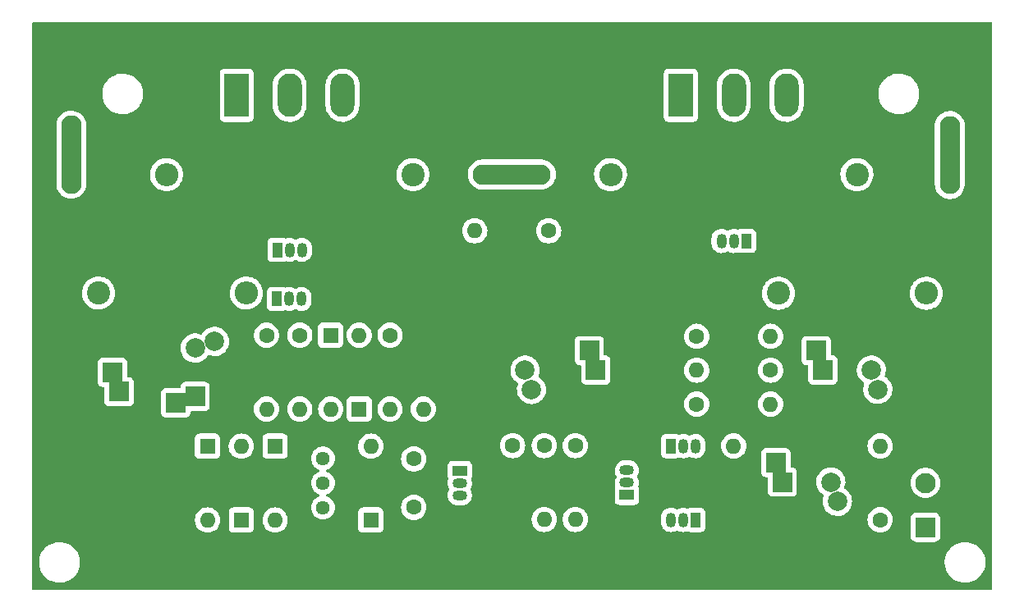
<source format=gbr>
%TF.GenerationSoftware,KiCad,Pcbnew,(6.0.0)*%
%TF.CreationDate,2022-08-29T21:40:36+01:00*%
%TF.ProjectId,Lynx amp Mini,4c796e78-2061-46d7-9020-4d696e692e6b,rev?*%
%TF.SameCoordinates,Original*%
%TF.FileFunction,Copper,L2,Bot*%
%TF.FilePolarity,Positive*%
%FSLAX46Y46*%
G04 Gerber Fmt 4.6, Leading zero omitted, Abs format (unit mm)*
G04 Created by KiCad (PCBNEW (6.0.0)) date 2022-08-29 21:40:36*
%MOMM*%
%LPD*%
G01*
G04 APERTURE LIST*
G04 Aperture macros list*
%AMRoundRect*
0 Rectangle with rounded corners*
0 $1 Rounding radius*
0 $2 $3 $4 $5 $6 $7 $8 $9 X,Y pos of 4 corners*
0 Add a 4 corners polygon primitive as box body*
4,1,4,$2,$3,$4,$5,$6,$7,$8,$9,$2,$3,0*
0 Add four circle primitives for the rounded corners*
1,1,$1+$1,$2,$3*
1,1,$1+$1,$4,$5*
1,1,$1+$1,$6,$7*
1,1,$1+$1,$8,$9*
0 Add four rect primitives between the rounded corners*
20,1,$1+$1,$2,$3,$4,$5,0*
20,1,$1+$1,$4,$5,$6,$7,0*
20,1,$1+$1,$6,$7,$8,$9,0*
20,1,$1+$1,$8,$9,$2,$3,0*%
G04 Aperture macros list end*
%TA.AperFunction,ComponentPad*%
%ADD10RoundRect,0.250001X0.799999X-0.799999X0.799999X0.799999X-0.799999X0.799999X-0.799999X-0.799999X0*%
%TD*%
%TA.AperFunction,ComponentPad*%
%ADD11C,2.100000*%
%TD*%
%TA.AperFunction,ComponentPad*%
%ADD12C,1.600000*%
%TD*%
%TA.AperFunction,ComponentPad*%
%ADD13O,1.600000X1.600000*%
%TD*%
%TA.AperFunction,ComponentPad*%
%ADD14R,1.600000X1.600000*%
%TD*%
%TA.AperFunction,ComponentPad*%
%ADD15C,2.400000*%
%TD*%
%TA.AperFunction,ComponentPad*%
%ADD16O,2.400000X2.400000*%
%TD*%
%TA.AperFunction,ComponentPad*%
%ADD17R,2.000000X2.000000*%
%TD*%
%TA.AperFunction,ComponentPad*%
%ADD18C,2.000000*%
%TD*%
%TA.AperFunction,ComponentPad*%
%ADD19O,5.000000X2.100000*%
%TD*%
%TA.AperFunction,ComponentPad*%
%ADD20R,1.050000X1.500000*%
%TD*%
%TA.AperFunction,ComponentPad*%
%ADD21O,1.050000X1.500000*%
%TD*%
%TA.AperFunction,ComponentPad*%
%ADD22R,1.500000X1.050000*%
%TD*%
%TA.AperFunction,ComponentPad*%
%ADD23O,1.500000X1.050000*%
%TD*%
%TA.AperFunction,ComponentPad*%
%ADD24O,2.100000X5.000000*%
%TD*%
%TA.AperFunction,ComponentPad*%
%ADD25C,1.440000*%
%TD*%
%TA.AperFunction,ComponentPad*%
%ADD26R,2.500000X4.500000*%
%TD*%
%TA.AperFunction,ComponentPad*%
%ADD27O,2.500000X4.500000*%
%TD*%
G04 APERTURE END LIST*
D10*
%TO.P,POT opt,1,1*%
%TO.N,IN*%
X167460000Y-82387911D03*
D11*
%TO.P,POT opt,2,2*%
%TO.N,Net-(R1-Pad1)*%
X167460000Y-77787911D03*
%TO.P,POT opt,3,3*%
%TO.N,GND*%
X167460000Y-73187911D03*
%TD*%
D12*
%TO.P,R8,1*%
%TO.N,Net-(Q3-Pad2)*%
X143867094Y-69658167D03*
D13*
%TO.P,R8,2*%
%TO.N,Net-(C5-Pad1)*%
X151487094Y-69658167D03*
%TD*%
D14*
%TO.P,D5,1,K*%
%TO.N,Net-(D5-Pad1)*%
X96920823Y-81620000D03*
D13*
%TO.P,D5,2,A*%
%TO.N,Net-(D4-Pad1)*%
X96920823Y-74000000D03*
%TD*%
D12*
%TO.P,R15,1*%
%TO.N,Net-(Q7-Pad3)*%
X128605000Y-51770000D03*
D13*
%TO.P,R15,2*%
%TO.N,Net-(Q6-Pad3)*%
X120985000Y-51770000D03*
%TD*%
D12*
%TO.P,R6,1*%
%TO.N,Net-(C6-Pad2)*%
X124897305Y-73940000D03*
D13*
%TO.P,R6,2*%
%TO.N,GND*%
X124897305Y-81560000D03*
%TD*%
D15*
%TO.P,R16,1*%
%TO.N,OUT*%
X114600000Y-45967234D03*
D16*
%TO.P,R16,2*%
%TO.N,Net-(Q8-Pad3)*%
X89200000Y-45967234D03*
%TD*%
D17*
%TO.P,C2,1*%
%TO.N,Net-(C2-Pad1)*%
X133464628Y-66130000D03*
X132792484Y-64130000D03*
D18*
%TO.P,C2,2*%
%TO.N,GND*%
X138464628Y-66130000D03*
X139136772Y-68130000D03*
%TD*%
D15*
%TO.P,R13,1*%
%TO.N,Net-(C6-Pad2)*%
X152300000Y-58217966D03*
D16*
%TO.P,R13,2*%
%TO.N,-VDC*%
X167540000Y-58217966D03*
%TD*%
D19*
%TO.P,J2,1,Pin_1*%
%TO.N,OUT*%
X126352500Y-45967234D03*
X123272500Y-45967234D03*
%TD*%
D12*
%TO.P,R11,1*%
%TO.N,Net-(C6-Pad2)*%
X128147305Y-73940000D03*
D13*
%TO.P,R11,2*%
%TO.N,Net-(Q4-Pad3)*%
X128147305Y-81560000D03*
%TD*%
D20*
%TO.P,Q7,1,C*%
%TO.N,-VDC*%
X148960000Y-52820000D03*
D21*
%TO.P,Q7,2,B*%
%TO.N,Net-(C3-Pad2)*%
X147690000Y-52820000D03*
%TO.P,Q7,3,E*%
%TO.N,Net-(Q7-Pad3)*%
X146420000Y-52820000D03*
%TD*%
D20*
%TO.P,Q6,1,C*%
%TO.N,+VDC*%
X100630000Y-53739003D03*
D21*
%TO.P,Q6,2,B*%
%TO.N,Net-(D4-Pad2)*%
X101900000Y-53739003D03*
%TO.P,Q6,3,E*%
%TO.N,Net-(Q6-Pad3)*%
X103170000Y-53739003D03*
%TD*%
D22*
%TO.P,Q2,1,C*%
%TO.N,Net-(Q1-Pad3)*%
X136677094Y-79040588D03*
D23*
%TO.P,Q2,2,B*%
%TO.N,Net-(D2-Pad1)*%
X136677094Y-77770588D03*
%TO.P,Q2,3,E*%
%TO.N,Net-(Q2-Pad3)*%
X136677094Y-76500588D03*
%TD*%
D12*
%TO.P,R4,1*%
%TO.N,Net-(Q2-Pad3)*%
X99514628Y-62540000D03*
D13*
%TO.P,R4,2*%
%TO.N,Net-(C4-Pad1)*%
X99514628Y-70160000D03*
%TD*%
D14*
%TO.P,D2,1,K*%
%TO.N,Net-(D2-Pad1)*%
X109068454Y-70160000D03*
D13*
%TO.P,D2,2,A*%
%TO.N,Net-(D1-Pad1)*%
X109068454Y-62540000D03*
%TD*%
D12*
%TO.P,C3,1*%
%TO.N,Net-(C3-Pad1)*%
X114697425Y-80310000D03*
%TO.P,C3,2*%
%TO.N,Net-(C3-Pad2)*%
X114697425Y-75310000D03*
%TD*%
D17*
%TO.P,C1,1*%
%TO.N,Net-(C1-Pad1)*%
X152704417Y-77695411D03*
X152032273Y-75695411D03*
D18*
%TO.P,C1,2*%
%TO.N,Net-(C1-Pad2)*%
X157704417Y-77695411D03*
X158376561Y-79695411D03*
%TD*%
D24*
%TO.P,J3,1,Pin_1*%
%TO.N,-VDC*%
X169970000Y-42412616D03*
X169970000Y-45492616D03*
%TD*%
D14*
%TO.P,D3,1,K*%
%TO.N,Net-(C3-Pad2)*%
X110275823Y-81620000D03*
D13*
%TO.P,D3,2,A*%
%TO.N,Net-(D3-Pad2)*%
X110275823Y-74000000D03*
%TD*%
D25*
%TO.P,RV2,1,1*%
%TO.N,Net-(D3-Pad2)*%
X105340823Y-75260000D03*
%TO.P,RV2,2,2*%
%TO.N,Net-(C3-Pad2)*%
X105340823Y-77800000D03*
%TO.P,RV2,3,3*%
X105340823Y-80340000D03*
%TD*%
D17*
%TO.P,C7,1*%
%TO.N,Net-(C4-Pad1)*%
X84312144Y-68380000D03*
X83640000Y-66380000D03*
D18*
%TO.P,C7,2*%
%TO.N,GND*%
X77967856Y-64380000D03*
X78640000Y-66380000D03*
%TD*%
D14*
%TO.P,D4,1,K*%
%TO.N,Net-(D4-Pad1)*%
X93435823Y-74000000D03*
D13*
%TO.P,D4,2,A*%
%TO.N,Net-(D4-Pad2)*%
X93435823Y-81620000D03*
%TD*%
D20*
%TO.P,Q1,1,C*%
%TO.N,Net-(C3-Pad1)*%
X143747094Y-81611769D03*
D21*
%TO.P,Q1,2,B*%
%TO.N,Net-(C1-Pad1)*%
X142477094Y-81611769D03*
%TO.P,Q1,3,E*%
%TO.N,Net-(Q1-Pad3)*%
X141207094Y-81611769D03*
%TD*%
D17*
%TO.P,C6,1*%
%TO.N,GND*%
X121165135Y-66150000D03*
X120492991Y-64150000D03*
D18*
%TO.P,C6,2*%
%TO.N,Net-(C6-Pad2)*%
X126837279Y-68150000D03*
X126165135Y-66150000D03*
%TD*%
D22*
%TO.P,Q4,1,C*%
%TO.N,Net-(C3-Pad2)*%
X119447425Y-76540000D03*
D23*
%TO.P,Q4,2,B*%
%TO.N,Net-(C3-Pad1)*%
X119447425Y-77810000D03*
%TO.P,Q4,3,E*%
%TO.N,Net-(Q4-Pad3)*%
X119447425Y-79080000D03*
%TD*%
D14*
%TO.P,D6,1,K*%
%TO.N,Net-(D3-Pad2)*%
X100405823Y-74000000D03*
D13*
%TO.P,D6,2,A*%
%TO.N,Net-(D5-Pad1)*%
X100405823Y-81620000D03*
%TD*%
D20*
%TO.P,Q5,1,C*%
%TO.N,Net-(D4-Pad2)*%
X100600000Y-58807591D03*
D21*
%TO.P,Q5,2,B*%
%TO.N,Net-(C4-Pad2)*%
X101870000Y-58807591D03*
%TO.P,Q5,3,E*%
%TO.N,Net-(Q5-Pad3)*%
X103140000Y-58807591D03*
%TD*%
D24*
%TO.P,J4,1,Pin_1*%
%TO.N,+VDC*%
X79390000Y-42377616D03*
X79390000Y-45457616D03*
%TD*%
D12*
%TO.P,R9,1*%
%TO.N,Net-(Q3-Pad2)*%
X151487094Y-66157650D03*
D13*
%TO.P,R9,2*%
%TO.N,Net-(C2-Pad1)*%
X143867094Y-66157650D03*
%TD*%
D20*
%TO.P,Q3,1,C*%
%TO.N,Net-(C6-Pad2)*%
X141207094Y-73994208D03*
D21*
%TO.P,Q3,2,B*%
%TO.N,Net-(Q3-Pad2)*%
X142477094Y-73994208D03*
%TO.P,Q3,3,E*%
%TO.N,Net-(Q1-Pad3)*%
X143747094Y-73994208D03*
%TD*%
D26*
%TO.P,Q9,1,B*%
%TO.N,Net-(Q7-Pad3)*%
X142240000Y-37777234D03*
D27*
%TO.P,Q9,2,C*%
%TO.N,-VDC*%
X147690000Y-37777234D03*
%TO.P,Q9,3,E*%
%TO.N,Net-(Q9-Pad3)*%
X153140000Y-37777234D03*
%TD*%
D19*
%TO.P,J7,1,Pin_1*%
%TO.N,GND*%
X126352500Y-38779797D03*
X123272500Y-38779797D03*
%TD*%
D12*
%TO.P,R1,1*%
%TO.N,Net-(R1-Pad1)*%
X162789594Y-81597911D03*
D13*
%TO.P,R1,2*%
%TO.N,Net-(C1-Pad2)*%
X162789594Y-73977911D03*
%TD*%
D12*
%TO.P,R5,1*%
%TO.N,GND*%
X115687968Y-62540000D03*
D13*
%TO.P,R5,2*%
%TO.N,Net-(D2-Pad1)*%
X115687968Y-70160000D03*
%TD*%
D15*
%TO.P,R17,1*%
%TO.N,Net-(Q9-Pad3)*%
X160390000Y-45967234D03*
D16*
%TO.P,R17,2*%
%TO.N,OUT*%
X134990000Y-45967234D03*
%TD*%
D26*
%TO.P,Q8,1,B*%
%TO.N,Net-(Q6-Pad3)*%
X96450000Y-37777234D03*
D27*
%TO.P,Q8,2,C*%
%TO.N,+VDC*%
X101900000Y-37777234D03*
%TO.P,Q8,3,E*%
%TO.N,Net-(Q8-Pad3)*%
X107350000Y-37777234D03*
%TD*%
D12*
%TO.P,R3,1*%
%TO.N,Net-(C6-Pad2)*%
X131357305Y-73940000D03*
D13*
%TO.P,R3,2*%
%TO.N,Net-(C3-Pad1)*%
X131357305Y-81560000D03*
%TD*%
D12*
%TO.P,R12,1*%
%TO.N,Net-(Q5-Pad3)*%
X102949163Y-62540000D03*
D13*
%TO.P,R12,2*%
%TO.N,Net-(C4-Pad1)*%
X102949163Y-70160000D03*
%TD*%
D12*
%TO.P,R10,1*%
%TO.N,Net-(C2-Pad1)*%
X143877094Y-62657132D03*
D13*
%TO.P,R10,2*%
%TO.N,OUT*%
X151497094Y-62657132D03*
%TD*%
D15*
%TO.P,R14,1*%
%TO.N,+VDC*%
X82190758Y-58190000D03*
D16*
%TO.P,R14,2*%
%TO.N,Net-(C4-Pad1)*%
X97430758Y-58190000D03*
%TD*%
D17*
%TO.P,C4,1*%
%TO.N,Net-(C4-Pad1)*%
X90156027Y-69534821D03*
X92156027Y-68862677D03*
D18*
%TO.P,C4,2*%
%TO.N,Net-(C4-Pad2)*%
X92156027Y-63862677D03*
X94156027Y-63190533D03*
%TD*%
D12*
%TO.P,R7,1*%
%TO.N,Net-(C4-Pad2)*%
X112253211Y-62540000D03*
D13*
%TO.P,R7,2*%
%TO.N,Net-(D2-Pad1)*%
X112253211Y-70160000D03*
%TD*%
D14*
%TO.P,D1,1,K*%
%TO.N,Net-(D1-Pad1)*%
X106133697Y-62540000D03*
D13*
%TO.P,D1,2,A*%
%TO.N,Net-(C4-Pad1)*%
X106133697Y-70160000D03*
%TD*%
D17*
%TO.P,C5,1*%
%TO.N,Net-(C5-Pad1)*%
X156874628Y-66130000D03*
X156202484Y-64130000D03*
D18*
%TO.P,C5,2*%
%TO.N,OUT*%
X162546772Y-68130000D03*
X161874628Y-66130000D03*
%TD*%
D12*
%TO.P,R2,1*%
%TO.N,GND*%
X147676203Y-81597911D03*
D13*
%TO.P,R2,2*%
%TO.N,Net-(C1-Pad1)*%
X147676203Y-73977911D03*
%TD*%
%TA.AperFunction,Conductor*%
%TO.N,GND*%
G36*
X174297121Y-30260002D02*
G01*
X174343614Y-30313658D01*
X174355000Y-30366000D01*
X174355000Y-88684000D01*
X174334998Y-88752121D01*
X174281342Y-88798614D01*
X174229000Y-88810000D01*
X75481000Y-88810000D01*
X75412879Y-88789998D01*
X75366386Y-88736342D01*
X75355000Y-88684000D01*
X75355000Y-86122200D01*
X76078747Y-86122200D01*
X76079306Y-86126444D01*
X76079306Y-86126448D01*
X76095699Y-86250969D01*
X76116129Y-86406149D01*
X76191702Y-86682398D01*
X76304068Y-86945835D01*
X76451146Y-87191585D01*
X76630215Y-87415100D01*
X76837962Y-87612245D01*
X77070543Y-87779371D01*
X77323653Y-87913386D01*
X77592610Y-88011810D01*
X77872436Y-88072822D01*
X77911901Y-88075928D01*
X78094597Y-88090307D01*
X78094604Y-88090307D01*
X78097053Y-88090500D01*
X78251992Y-88090500D01*
X78254128Y-88090354D01*
X78254139Y-88090354D01*
X78461460Y-88076220D01*
X78461466Y-88076219D01*
X78465737Y-88075928D01*
X78469932Y-88075059D01*
X78469934Y-88075059D01*
X78605962Y-88046889D01*
X78746186Y-88017850D01*
X79016158Y-87922248D01*
X79270658Y-87790891D01*
X79274159Y-87788430D01*
X79274163Y-87788428D01*
X79501471Y-87628673D01*
X79501477Y-87628668D01*
X79504976Y-87626209D01*
X79714776Y-87431251D01*
X79725575Y-87418058D01*
X79893461Y-87212941D01*
X79896177Y-87209623D01*
X80045820Y-86965427D01*
X80052802Y-86949522D01*
X80159214Y-86707110D01*
X80159215Y-86707106D01*
X80160938Y-86703182D01*
X80239400Y-86427739D01*
X80279754Y-86144196D01*
X80279869Y-86122200D01*
X169438747Y-86122200D01*
X169439306Y-86126444D01*
X169439306Y-86126448D01*
X169455699Y-86250969D01*
X169476129Y-86406149D01*
X169551702Y-86682398D01*
X169664068Y-86945835D01*
X169811146Y-87191585D01*
X169990215Y-87415100D01*
X170197962Y-87612245D01*
X170430543Y-87779371D01*
X170683653Y-87913386D01*
X170952610Y-88011810D01*
X171232436Y-88072822D01*
X171271901Y-88075928D01*
X171454597Y-88090307D01*
X171454604Y-88090307D01*
X171457053Y-88090500D01*
X171611992Y-88090500D01*
X171614128Y-88090354D01*
X171614139Y-88090354D01*
X171821460Y-88076220D01*
X171821466Y-88076219D01*
X171825737Y-88075928D01*
X171829932Y-88075059D01*
X171829934Y-88075059D01*
X171965962Y-88046889D01*
X172106186Y-88017850D01*
X172376158Y-87922248D01*
X172630658Y-87790891D01*
X172634159Y-87788430D01*
X172634163Y-87788428D01*
X172861471Y-87628673D01*
X172861477Y-87628668D01*
X172864976Y-87626209D01*
X173074776Y-87431251D01*
X173085575Y-87418058D01*
X173253461Y-87212941D01*
X173256177Y-87209623D01*
X173405820Y-86965427D01*
X173412802Y-86949522D01*
X173519214Y-86707110D01*
X173519215Y-86707106D01*
X173520938Y-86703182D01*
X173599400Y-86427739D01*
X173639754Y-86144196D01*
X173641253Y-85857800D01*
X173637798Y-85831552D01*
X173604431Y-85578107D01*
X173603871Y-85573851D01*
X173528298Y-85297602D01*
X173415932Y-85034165D01*
X173268854Y-84788415D01*
X173089785Y-84564900D01*
X172882038Y-84367755D01*
X172649457Y-84200629D01*
X172396347Y-84066614D01*
X172127390Y-83968190D01*
X171847564Y-83907178D01*
X171804389Y-83903780D01*
X171625403Y-83889693D01*
X171625396Y-83889693D01*
X171622947Y-83889500D01*
X171468008Y-83889500D01*
X171465872Y-83889646D01*
X171465861Y-83889646D01*
X171258540Y-83903780D01*
X171258534Y-83903781D01*
X171254263Y-83904072D01*
X171250068Y-83904941D01*
X171250066Y-83904941D01*
X171150042Y-83925655D01*
X170973814Y-83962150D01*
X170703842Y-84057752D01*
X170449342Y-84189109D01*
X170445841Y-84191570D01*
X170445837Y-84191572D01*
X170218529Y-84351327D01*
X170218523Y-84351332D01*
X170215024Y-84353791D01*
X170005224Y-84548749D01*
X170002510Y-84552065D01*
X170002507Y-84552068D01*
X169989256Y-84568258D01*
X169823823Y-84770377D01*
X169674180Y-85014573D01*
X169672453Y-85018507D01*
X169672452Y-85018509D01*
X169665580Y-85034165D01*
X169559062Y-85276818D01*
X169480600Y-85552261D01*
X169440246Y-85835804D01*
X169438747Y-86122200D01*
X80279869Y-86122200D01*
X80281253Y-85857800D01*
X80277798Y-85831552D01*
X80244431Y-85578107D01*
X80243871Y-85573851D01*
X80168298Y-85297602D01*
X80055932Y-85034165D01*
X79908854Y-84788415D01*
X79729785Y-84564900D01*
X79522038Y-84367755D01*
X79289457Y-84200629D01*
X79036347Y-84066614D01*
X78767390Y-83968190D01*
X78487564Y-83907178D01*
X78444389Y-83903780D01*
X78265403Y-83889693D01*
X78265396Y-83889693D01*
X78262947Y-83889500D01*
X78108008Y-83889500D01*
X78105872Y-83889646D01*
X78105861Y-83889646D01*
X77898540Y-83903780D01*
X77898534Y-83903781D01*
X77894263Y-83904072D01*
X77890068Y-83904941D01*
X77890066Y-83904941D01*
X77790042Y-83925655D01*
X77613814Y-83962150D01*
X77343842Y-84057752D01*
X77089342Y-84189109D01*
X77085841Y-84191570D01*
X77085837Y-84191572D01*
X76858529Y-84351327D01*
X76858523Y-84351332D01*
X76855024Y-84353791D01*
X76645224Y-84548749D01*
X76642510Y-84552065D01*
X76642507Y-84552068D01*
X76629256Y-84568258D01*
X76463823Y-84770377D01*
X76314180Y-85014573D01*
X76312453Y-85018507D01*
X76312452Y-85018509D01*
X76305580Y-85034165D01*
X76199062Y-85276818D01*
X76120600Y-85552261D01*
X76080246Y-85835804D01*
X76078747Y-86122200D01*
X75355000Y-86122200D01*
X75355000Y-81620000D01*
X92130355Y-81620000D01*
X92150188Y-81846692D01*
X92151612Y-81852005D01*
X92151612Y-81852007D01*
X92202741Y-82042822D01*
X92209084Y-82066496D01*
X92211406Y-82071476D01*
X92211407Y-82071478D01*
X92294955Y-82250645D01*
X92305255Y-82272734D01*
X92435776Y-82459139D01*
X92596684Y-82620047D01*
X92783089Y-82750568D01*
X92788067Y-82752889D01*
X92788070Y-82752891D01*
X92984345Y-82844416D01*
X92989327Y-82846739D01*
X92994635Y-82848161D01*
X92994637Y-82848162D01*
X93203816Y-82904211D01*
X93203818Y-82904211D01*
X93209131Y-82905635D01*
X93435823Y-82925468D01*
X93662515Y-82905635D01*
X93667828Y-82904211D01*
X93667830Y-82904211D01*
X93877009Y-82848162D01*
X93877011Y-82848161D01*
X93882319Y-82846739D01*
X93887301Y-82844416D01*
X94083576Y-82752891D01*
X94083579Y-82752889D01*
X94088557Y-82750568D01*
X94274962Y-82620047D01*
X94435870Y-82459139D01*
X94566391Y-82272734D01*
X94576692Y-82250645D01*
X94660239Y-82071478D01*
X94660240Y-82071476D01*
X94662562Y-82066496D01*
X94668906Y-82042822D01*
X94720034Y-81852007D01*
X94720034Y-81852005D01*
X94721458Y-81846692D01*
X94741291Y-81620000D01*
X94721458Y-81393308D01*
X94714115Y-81365904D01*
X94663985Y-81178814D01*
X94663984Y-81178812D01*
X94662562Y-81173504D01*
X94660066Y-81168152D01*
X94568714Y-80972247D01*
X94568712Y-80972244D01*
X94566391Y-80967266D01*
X94435870Y-80780861D01*
X94427632Y-80772623D01*
X95620323Y-80772623D01*
X95620324Y-82467376D01*
X95626972Y-82528580D01*
X95677297Y-82662824D01*
X95682677Y-82670003D01*
X95682679Y-82670006D01*
X95724138Y-82725324D01*
X95763277Y-82777546D01*
X95770458Y-82782928D01*
X95870817Y-82858144D01*
X95870820Y-82858146D01*
X95877999Y-82863526D01*
X95932681Y-82884025D01*
X96004848Y-82911079D01*
X96004850Y-82911079D01*
X96012243Y-82913851D01*
X96020093Y-82914704D01*
X96020094Y-82914704D01*
X96070040Y-82920130D01*
X96073446Y-82920500D01*
X96920699Y-82920500D01*
X97768199Y-82920499D01*
X97771593Y-82920130D01*
X97771599Y-82920130D01*
X97821545Y-82914705D01*
X97821549Y-82914704D01*
X97829403Y-82913851D01*
X97963647Y-82863526D01*
X97970826Y-82858146D01*
X97970829Y-82858144D01*
X98071188Y-82782928D01*
X98078369Y-82777546D01*
X98117508Y-82725324D01*
X98158967Y-82670006D01*
X98158969Y-82670003D01*
X98164349Y-82662824D01*
X98214674Y-82528580D01*
X98221323Y-82467377D01*
X98221322Y-81620000D01*
X99100355Y-81620000D01*
X99120188Y-81846692D01*
X99121612Y-81852005D01*
X99121612Y-81852007D01*
X99172741Y-82042822D01*
X99179084Y-82066496D01*
X99181406Y-82071476D01*
X99181407Y-82071478D01*
X99264955Y-82250645D01*
X99275255Y-82272734D01*
X99405776Y-82459139D01*
X99566684Y-82620047D01*
X99753089Y-82750568D01*
X99758067Y-82752889D01*
X99758070Y-82752891D01*
X99954345Y-82844416D01*
X99959327Y-82846739D01*
X99964635Y-82848161D01*
X99964637Y-82848162D01*
X100173816Y-82904211D01*
X100173818Y-82904211D01*
X100179131Y-82905635D01*
X100405823Y-82925468D01*
X100632515Y-82905635D01*
X100637828Y-82904211D01*
X100637830Y-82904211D01*
X100847009Y-82848162D01*
X100847011Y-82848161D01*
X100852319Y-82846739D01*
X100857301Y-82844416D01*
X101053576Y-82752891D01*
X101053579Y-82752889D01*
X101058557Y-82750568D01*
X101244962Y-82620047D01*
X101405870Y-82459139D01*
X101536391Y-82272734D01*
X101546692Y-82250645D01*
X101630239Y-82071478D01*
X101630240Y-82071476D01*
X101632562Y-82066496D01*
X101638906Y-82042822D01*
X101690034Y-81852007D01*
X101690034Y-81852005D01*
X101691458Y-81846692D01*
X101711291Y-81620000D01*
X101691458Y-81393308D01*
X101684115Y-81365904D01*
X101633985Y-81178814D01*
X101633984Y-81178812D01*
X101632562Y-81173504D01*
X101630066Y-81168152D01*
X101538714Y-80972247D01*
X101538712Y-80972244D01*
X101536391Y-80967266D01*
X101405870Y-80780861D01*
X101244962Y-80619953D01*
X101058557Y-80489432D01*
X101053579Y-80487111D01*
X101053576Y-80487109D01*
X100857301Y-80395584D01*
X100857299Y-80395583D01*
X100852319Y-80393261D01*
X100847011Y-80391839D01*
X100847009Y-80391838D01*
X100653546Y-80340000D01*
X104115661Y-80340000D01*
X104134274Y-80552747D01*
X104135698Y-80558060D01*
X104135698Y-80558062D01*
X104178896Y-80719278D01*
X104189547Y-80759030D01*
X104191869Y-80764010D01*
X104191870Y-80764012D01*
X104274249Y-80940672D01*
X104279802Y-80952581D01*
X104402294Y-81127519D01*
X104553304Y-81278529D01*
X104728242Y-81401021D01*
X104733220Y-81403342D01*
X104733223Y-81403344D01*
X104916811Y-81488953D01*
X104921793Y-81491276D01*
X104927101Y-81492698D01*
X104927103Y-81492699D01*
X105122761Y-81545125D01*
X105122763Y-81545125D01*
X105128076Y-81546549D01*
X105340823Y-81565162D01*
X105553570Y-81546549D01*
X105558883Y-81545125D01*
X105558885Y-81545125D01*
X105754543Y-81492699D01*
X105754545Y-81492698D01*
X105759853Y-81491276D01*
X105764835Y-81488953D01*
X105948423Y-81403344D01*
X105948426Y-81403342D01*
X105953404Y-81401021D01*
X106128342Y-81278529D01*
X106279352Y-81127519D01*
X106401844Y-80952581D01*
X106407398Y-80940672D01*
X106485761Y-80772623D01*
X108975323Y-80772623D01*
X108975324Y-82467376D01*
X108981972Y-82528580D01*
X109032297Y-82662824D01*
X109037677Y-82670003D01*
X109037679Y-82670006D01*
X109079138Y-82725324D01*
X109118277Y-82777546D01*
X109125458Y-82782928D01*
X109225817Y-82858144D01*
X109225820Y-82858146D01*
X109232999Y-82863526D01*
X109287681Y-82884025D01*
X109359848Y-82911079D01*
X109359850Y-82911079D01*
X109367243Y-82913851D01*
X109375093Y-82914704D01*
X109375094Y-82914704D01*
X109425040Y-82920130D01*
X109428446Y-82920500D01*
X110275699Y-82920500D01*
X111123199Y-82920499D01*
X111126593Y-82920130D01*
X111126599Y-82920130D01*
X111176545Y-82914705D01*
X111176549Y-82914704D01*
X111184403Y-82913851D01*
X111318647Y-82863526D01*
X111325826Y-82858146D01*
X111325829Y-82858144D01*
X111426188Y-82782928D01*
X111433369Y-82777546D01*
X111472508Y-82725324D01*
X111513967Y-82670006D01*
X111513969Y-82670003D01*
X111519349Y-82662824D01*
X111569674Y-82528580D01*
X111576323Y-82467377D01*
X111576322Y-80772624D01*
X111575387Y-80764012D01*
X111570528Y-80719278D01*
X111570527Y-80719274D01*
X111569674Y-80711420D01*
X111519349Y-80577176D01*
X111513969Y-80569997D01*
X111513967Y-80569994D01*
X111438751Y-80469635D01*
X111433369Y-80462454D01*
X111403081Y-80439754D01*
X111325829Y-80381856D01*
X111325826Y-80381854D01*
X111318647Y-80376474D01*
X111210118Y-80335789D01*
X111191798Y-80328921D01*
X111191796Y-80328921D01*
X111184403Y-80326149D01*
X111176553Y-80325296D01*
X111176552Y-80325296D01*
X111126597Y-80319869D01*
X111126596Y-80319869D01*
X111123200Y-80319500D01*
X110275947Y-80319500D01*
X109428447Y-80319501D01*
X109425053Y-80319870D01*
X109425047Y-80319870D01*
X109375101Y-80325295D01*
X109375097Y-80325296D01*
X109367243Y-80326149D01*
X109232999Y-80376474D01*
X109225820Y-80381854D01*
X109225817Y-80381856D01*
X109148565Y-80439754D01*
X109118277Y-80462454D01*
X109112895Y-80469635D01*
X109037679Y-80569994D01*
X109037677Y-80569997D01*
X109032297Y-80577176D01*
X108981972Y-80711420D01*
X108975323Y-80772623D01*
X106485761Y-80772623D01*
X106489776Y-80764012D01*
X106489777Y-80764010D01*
X106492099Y-80759030D01*
X106502751Y-80719278D01*
X106545948Y-80558062D01*
X106545948Y-80558060D01*
X106547372Y-80552747D01*
X106565985Y-80340000D01*
X106563360Y-80310000D01*
X113391957Y-80310000D01*
X113411790Y-80536692D01*
X113413214Y-80542005D01*
X113413214Y-80542007D01*
X113462347Y-80725373D01*
X113470686Y-80756496D01*
X113473008Y-80761476D01*
X113473009Y-80761478D01*
X113562123Y-80952581D01*
X113566857Y-80962734D01*
X113697378Y-81149139D01*
X113858286Y-81310047D01*
X114044691Y-81440568D01*
X114049669Y-81442889D01*
X114049672Y-81442891D01*
X114245947Y-81534416D01*
X114250929Y-81536739D01*
X114256237Y-81538161D01*
X114256239Y-81538162D01*
X114465418Y-81594211D01*
X114465420Y-81594211D01*
X114470733Y-81595635D01*
X114697425Y-81615468D01*
X114924117Y-81595635D01*
X114929430Y-81594211D01*
X114929432Y-81594211D01*
X115057110Y-81560000D01*
X126841837Y-81560000D01*
X126861670Y-81786692D01*
X126863094Y-81792005D01*
X126863094Y-81792007D01*
X126876279Y-81841212D01*
X126920566Y-82006496D01*
X126922888Y-82011476D01*
X126922889Y-82011478D01*
X126948545Y-82066496D01*
X127016737Y-82212734D01*
X127147258Y-82399139D01*
X127308166Y-82560047D01*
X127494571Y-82690568D01*
X127499549Y-82692889D01*
X127499552Y-82692891D01*
X127692636Y-82782928D01*
X127700809Y-82786739D01*
X127706117Y-82788161D01*
X127706119Y-82788162D01*
X127915298Y-82844211D01*
X127915300Y-82844211D01*
X127920613Y-82845635D01*
X128147305Y-82865468D01*
X128373997Y-82845635D01*
X128379310Y-82844211D01*
X128379312Y-82844211D01*
X128588491Y-82788162D01*
X128588493Y-82788161D01*
X128593801Y-82786739D01*
X128601974Y-82782928D01*
X128795058Y-82692891D01*
X128795061Y-82692889D01*
X128800039Y-82690568D01*
X128986444Y-82560047D01*
X129147352Y-82399139D01*
X129277873Y-82212734D01*
X129346066Y-82066496D01*
X129371721Y-82011478D01*
X129371722Y-82011476D01*
X129374044Y-82006496D01*
X129418332Y-81841212D01*
X129431516Y-81792007D01*
X129431516Y-81792005D01*
X129432940Y-81786692D01*
X129452773Y-81560000D01*
X130051837Y-81560000D01*
X130071670Y-81786692D01*
X130073094Y-81792005D01*
X130073094Y-81792007D01*
X130086279Y-81841212D01*
X130130566Y-82006496D01*
X130132888Y-82011476D01*
X130132889Y-82011478D01*
X130158545Y-82066496D01*
X130226737Y-82212734D01*
X130357258Y-82399139D01*
X130518166Y-82560047D01*
X130704571Y-82690568D01*
X130709549Y-82692889D01*
X130709552Y-82692891D01*
X130902636Y-82782928D01*
X130910809Y-82786739D01*
X130916117Y-82788161D01*
X130916119Y-82788162D01*
X131125298Y-82844211D01*
X131125300Y-82844211D01*
X131130613Y-82845635D01*
X131357305Y-82865468D01*
X131583997Y-82845635D01*
X131589310Y-82844211D01*
X131589312Y-82844211D01*
X131798491Y-82788162D01*
X131798493Y-82788161D01*
X131803801Y-82786739D01*
X131811974Y-82782928D01*
X132005058Y-82692891D01*
X132005061Y-82692889D01*
X132010039Y-82690568D01*
X132196444Y-82560047D01*
X132357352Y-82399139D01*
X132487873Y-82212734D01*
X132556066Y-82066496D01*
X132581721Y-82011478D01*
X132581722Y-82011476D01*
X132584044Y-82006496D01*
X132615963Y-81887375D01*
X140181594Y-81887375D01*
X140196257Y-82036920D01*
X140254384Y-82229448D01*
X140257277Y-82234889D01*
X140344611Y-82399139D01*
X140348800Y-82407018D01*
X140376470Y-82440945D01*
X140472013Y-82558093D01*
X140472016Y-82558096D01*
X140475908Y-82562868D01*
X140480655Y-82566795D01*
X140480657Y-82566797D01*
X140626117Y-82687132D01*
X140626120Y-82687134D01*
X140630867Y-82691061D01*
X140807774Y-82786714D01*
X140867800Y-82805295D01*
X140994004Y-82844362D01*
X140994007Y-82844363D01*
X140999891Y-82846184D01*
X141006016Y-82846828D01*
X141006017Y-82846828D01*
X141193772Y-82866562D01*
X141193773Y-82866562D01*
X141199900Y-82867206D01*
X141299476Y-82858144D01*
X141394044Y-82849538D01*
X141394047Y-82849537D01*
X141400183Y-82848979D01*
X141406089Y-82847241D01*
X141406093Y-82847240D01*
X141587203Y-82793936D01*
X141587202Y-82793936D01*
X141593112Y-82792197D01*
X141771337Y-82699023D01*
X141774043Y-82696847D01*
X141841105Y-82676553D01*
X141902072Y-82691712D01*
X142077774Y-82786714D01*
X142137800Y-82805295D01*
X142264004Y-82844362D01*
X142264007Y-82844363D01*
X142269891Y-82846184D01*
X142276016Y-82846828D01*
X142276017Y-82846828D01*
X142463772Y-82866562D01*
X142463773Y-82866562D01*
X142469900Y-82867206D01*
X142569476Y-82858144D01*
X142664044Y-82849538D01*
X142664047Y-82849537D01*
X142670183Y-82848979D01*
X142676089Y-82847241D01*
X142676093Y-82847240D01*
X142857201Y-82793937D01*
X142857204Y-82793936D01*
X142863112Y-82792197D01*
X142863605Y-82791939D01*
X142932325Y-82785154D01*
X142969387Y-82798433D01*
X142972086Y-82799911D01*
X142979270Y-82805295D01*
X142987673Y-82808445D01*
X142987677Y-82808447D01*
X143106119Y-82852848D01*
X143106121Y-82852848D01*
X143113514Y-82855620D01*
X143121364Y-82856473D01*
X143121365Y-82856473D01*
X143171311Y-82861899D01*
X143174717Y-82862269D01*
X143747010Y-82862269D01*
X144319470Y-82862268D01*
X144322864Y-82861899D01*
X144322870Y-82861899D01*
X144372816Y-82856474D01*
X144372820Y-82856473D01*
X144380674Y-82855620D01*
X144514918Y-82805295D01*
X144522097Y-82799915D01*
X144522100Y-82799913D01*
X144622459Y-82724697D01*
X144629640Y-82719315D01*
X144650327Y-82691713D01*
X144710238Y-82611775D01*
X144710240Y-82611772D01*
X144715620Y-82604593D01*
X144765945Y-82470349D01*
X144772594Y-82409146D01*
X144772593Y-81597911D01*
X161484126Y-81597911D01*
X161503959Y-81824603D01*
X161505383Y-81829916D01*
X161505383Y-81829918D01*
X161559206Y-82030787D01*
X161562855Y-82044407D01*
X161565177Y-82049387D01*
X161565178Y-82049389D01*
X161649142Y-82229448D01*
X161659026Y-82250645D01*
X161789547Y-82437050D01*
X161950455Y-82597958D01*
X162136860Y-82728479D01*
X162141838Y-82730800D01*
X162141841Y-82730802D01*
X162338116Y-82822327D01*
X162343098Y-82824650D01*
X162348406Y-82826072D01*
X162348408Y-82826073D01*
X162557587Y-82882122D01*
X162557589Y-82882122D01*
X162562902Y-82883546D01*
X162789594Y-82903379D01*
X163016286Y-82883546D01*
X163021599Y-82882122D01*
X163021601Y-82882122D01*
X163230780Y-82826073D01*
X163230782Y-82826072D01*
X163236090Y-82824650D01*
X163241072Y-82822327D01*
X163437347Y-82730802D01*
X163437350Y-82730800D01*
X163442328Y-82728479D01*
X163628733Y-82597958D01*
X163789641Y-82437050D01*
X163920162Y-82250645D01*
X163930047Y-82229448D01*
X164014010Y-82049389D01*
X164014011Y-82049387D01*
X164016333Y-82044407D01*
X164019983Y-82030787D01*
X164073805Y-81829918D01*
X164073805Y-81829916D01*
X164075229Y-81824603D01*
X164095062Y-81597911D01*
X164089824Y-81538046D01*
X165909500Y-81538046D01*
X165909501Y-83237775D01*
X165920359Y-83342429D01*
X165975744Y-83508439D01*
X166067834Y-83657255D01*
X166191690Y-83780895D01*
X166340666Y-83872725D01*
X166347614Y-83875030D01*
X166347615Y-83875030D01*
X166500242Y-83925655D01*
X166500244Y-83925655D01*
X166506773Y-83927821D01*
X166610135Y-83938411D01*
X167453446Y-83938411D01*
X168309864Y-83938410D01*
X168313108Y-83938073D01*
X168313116Y-83938073D01*
X168359020Y-83933310D01*
X168414518Y-83927552D01*
X168580528Y-83872167D01*
X168729344Y-83780077D01*
X168852984Y-83656221D01*
X168944814Y-83507245D01*
X168999910Y-83341138D01*
X169010500Y-83237776D01*
X169010499Y-81538047D01*
X169010123Y-81534416D01*
X169000352Y-81440250D01*
X168999641Y-81433393D01*
X168944256Y-81267383D01*
X168852166Y-81118567D01*
X168728310Y-80994927D01*
X168579334Y-80903097D01*
X168572385Y-80900792D01*
X168419758Y-80850167D01*
X168419756Y-80850167D01*
X168413227Y-80848001D01*
X168309865Y-80837411D01*
X167466554Y-80837411D01*
X166610136Y-80837412D01*
X166606892Y-80837749D01*
X166606884Y-80837749D01*
X166560980Y-80842512D01*
X166505482Y-80848270D01*
X166339472Y-80903655D01*
X166190656Y-80995745D01*
X166067016Y-81119601D01*
X166063176Y-81125831D01*
X166063175Y-81125832D01*
X166047406Y-81151415D01*
X165975186Y-81268577D01*
X165972881Y-81275525D01*
X165972881Y-81275526D01*
X165931256Y-81401021D01*
X165920090Y-81434684D01*
X165909500Y-81538046D01*
X164089824Y-81538046D01*
X164075229Y-81371219D01*
X164064871Y-81332561D01*
X164017756Y-81156725D01*
X164017755Y-81156723D01*
X164016333Y-81151415D01*
X164005190Y-81127519D01*
X163922485Y-80950158D01*
X163922483Y-80950155D01*
X163920162Y-80945177D01*
X163789641Y-80758772D01*
X163628733Y-80597864D01*
X163442328Y-80467343D01*
X163437350Y-80465022D01*
X163437347Y-80465020D01*
X163241072Y-80373495D01*
X163241070Y-80373494D01*
X163236090Y-80371172D01*
X163230782Y-80369750D01*
X163230780Y-80369749D01*
X163021601Y-80313700D01*
X163021599Y-80313700D01*
X163016286Y-80312276D01*
X162789594Y-80292443D01*
X162562902Y-80312276D01*
X162557589Y-80313700D01*
X162557587Y-80313700D01*
X162348408Y-80369749D01*
X162348406Y-80369750D01*
X162343098Y-80371172D01*
X162338118Y-80373494D01*
X162338116Y-80373495D01*
X162141841Y-80465020D01*
X162141838Y-80465022D01*
X162136860Y-80467343D01*
X161950455Y-80597864D01*
X161789547Y-80758772D01*
X161659026Y-80945177D01*
X161656705Y-80950155D01*
X161656703Y-80950158D01*
X161573998Y-81127519D01*
X161562855Y-81151415D01*
X161561433Y-81156723D01*
X161561432Y-81156725D01*
X161514317Y-81332561D01*
X161503959Y-81371219D01*
X161484126Y-81597911D01*
X144772593Y-81597911D01*
X144772593Y-80814393D01*
X144772115Y-80809988D01*
X144766799Y-80761047D01*
X144766798Y-80761043D01*
X144765945Y-80753189D01*
X144715620Y-80618945D01*
X144710240Y-80611766D01*
X144710238Y-80611763D01*
X144635022Y-80511404D01*
X144629640Y-80504223D01*
X144585143Y-80470874D01*
X144522100Y-80423625D01*
X144522097Y-80423623D01*
X144514918Y-80418243D01*
X144410705Y-80379176D01*
X144388069Y-80370690D01*
X144388067Y-80370690D01*
X144380674Y-80367918D01*
X144372824Y-80367065D01*
X144372823Y-80367065D01*
X144322868Y-80361638D01*
X144322867Y-80361638D01*
X144319471Y-80361269D01*
X143747178Y-80361269D01*
X143174718Y-80361270D01*
X143171324Y-80361639D01*
X143171318Y-80361639D01*
X143121372Y-80367064D01*
X143121368Y-80367065D01*
X143113514Y-80367918D01*
X142979270Y-80418243D01*
X142972089Y-80423625D01*
X142968931Y-80425354D01*
X142899574Y-80440523D01*
X142871164Y-80435199D01*
X142690184Y-80379176D01*
X142690181Y-80379175D01*
X142684297Y-80377354D01*
X142678172Y-80376710D01*
X142678171Y-80376710D01*
X142490416Y-80356976D01*
X142490415Y-80356976D01*
X142484288Y-80356332D01*
X142400150Y-80363989D01*
X142290144Y-80374000D01*
X142290141Y-80374001D01*
X142284005Y-80374559D01*
X142278099Y-80376297D01*
X142278095Y-80376298D01*
X142146282Y-80415093D01*
X142091076Y-80431341D01*
X141912851Y-80524515D01*
X141910145Y-80526691D01*
X141843083Y-80546985D01*
X141782116Y-80531826D01*
X141606414Y-80436824D01*
X141473189Y-80395584D01*
X141420184Y-80379176D01*
X141420181Y-80379175D01*
X141414297Y-80377354D01*
X141408172Y-80376710D01*
X141408171Y-80376710D01*
X141220416Y-80356976D01*
X141220415Y-80356976D01*
X141214288Y-80356332D01*
X141130150Y-80363989D01*
X141020144Y-80374000D01*
X141020141Y-80374001D01*
X141014005Y-80374559D01*
X141008099Y-80376297D01*
X141008095Y-80376298D01*
X140876282Y-80415093D01*
X140821076Y-80431341D01*
X140642851Y-80524515D01*
X140486118Y-80650532D01*
X140356846Y-80804592D01*
X140353882Y-80809984D01*
X140353879Y-80809988D01*
X140300580Y-80906939D01*
X140259960Y-80980827D01*
X140258099Y-80986694D01*
X140258098Y-80986696D01*
X140206568Y-81149139D01*
X140199150Y-81172524D01*
X140181594Y-81329037D01*
X140181594Y-81887375D01*
X132615963Y-81887375D01*
X132628332Y-81841212D01*
X132641516Y-81792007D01*
X132641516Y-81792005D01*
X132642940Y-81786692D01*
X132662773Y-81560000D01*
X132642940Y-81333308D01*
X132628262Y-81278529D01*
X132585467Y-81118814D01*
X132585466Y-81118812D01*
X132584044Y-81113504D01*
X132556806Y-81055092D01*
X132490196Y-80912247D01*
X132490194Y-80912244D01*
X132487873Y-80907266D01*
X132357352Y-80720861D01*
X132196444Y-80559953D01*
X132010039Y-80429432D01*
X132005061Y-80427111D01*
X132005058Y-80427109D01*
X131808783Y-80335584D01*
X131808781Y-80335583D01*
X131803801Y-80333261D01*
X131798493Y-80331839D01*
X131798491Y-80331838D01*
X131589312Y-80275789D01*
X131589310Y-80275789D01*
X131583997Y-80274365D01*
X131357305Y-80254532D01*
X131130613Y-80274365D01*
X131125300Y-80275789D01*
X131125298Y-80275789D01*
X130916119Y-80331838D01*
X130916117Y-80331839D01*
X130910809Y-80333261D01*
X130905829Y-80335583D01*
X130905827Y-80335584D01*
X130709552Y-80427109D01*
X130709549Y-80427111D01*
X130704571Y-80429432D01*
X130518166Y-80559953D01*
X130357258Y-80720861D01*
X130226737Y-80907266D01*
X130224416Y-80912244D01*
X130224414Y-80912247D01*
X130157804Y-81055092D01*
X130130566Y-81113504D01*
X130129144Y-81118812D01*
X130129143Y-81118814D01*
X130086348Y-81278529D01*
X130071670Y-81333308D01*
X130051837Y-81560000D01*
X129452773Y-81560000D01*
X129432940Y-81333308D01*
X129418262Y-81278529D01*
X129375467Y-81118814D01*
X129375466Y-81118812D01*
X129374044Y-81113504D01*
X129346806Y-81055092D01*
X129280196Y-80912247D01*
X129280194Y-80912244D01*
X129277873Y-80907266D01*
X129147352Y-80720861D01*
X128986444Y-80559953D01*
X128800039Y-80429432D01*
X128795061Y-80427111D01*
X128795058Y-80427109D01*
X128598783Y-80335584D01*
X128598781Y-80335583D01*
X128593801Y-80333261D01*
X128588493Y-80331839D01*
X128588491Y-80331838D01*
X128379312Y-80275789D01*
X128379310Y-80275789D01*
X128373997Y-80274365D01*
X128147305Y-80254532D01*
X127920613Y-80274365D01*
X127915300Y-80275789D01*
X127915298Y-80275789D01*
X127706119Y-80331838D01*
X127706117Y-80331839D01*
X127700809Y-80333261D01*
X127695829Y-80335583D01*
X127695827Y-80335584D01*
X127499552Y-80427109D01*
X127499549Y-80427111D01*
X127494571Y-80429432D01*
X127308166Y-80559953D01*
X127147258Y-80720861D01*
X127016737Y-80907266D01*
X127014416Y-80912244D01*
X127014414Y-80912247D01*
X126947804Y-81055092D01*
X126920566Y-81113504D01*
X126919144Y-81118812D01*
X126919143Y-81118814D01*
X126876348Y-81278529D01*
X126861670Y-81333308D01*
X126841837Y-81560000D01*
X115057110Y-81560000D01*
X115138611Y-81538162D01*
X115138613Y-81538161D01*
X115143921Y-81536739D01*
X115148903Y-81534416D01*
X115345178Y-81442891D01*
X115345181Y-81442889D01*
X115350159Y-81440568D01*
X115536564Y-81310047D01*
X115697472Y-81149139D01*
X115827993Y-80962734D01*
X115832728Y-80952581D01*
X115921841Y-80761478D01*
X115921842Y-80761476D01*
X115924164Y-80756496D01*
X115932504Y-80725373D01*
X115981636Y-80542007D01*
X115981636Y-80542005D01*
X115983060Y-80536692D01*
X116002893Y-80310000D01*
X115983060Y-80083308D01*
X115976893Y-80060292D01*
X115925587Y-79868814D01*
X115925586Y-79868812D01*
X115924164Y-79863504D01*
X115860706Y-79727419D01*
X115830316Y-79662247D01*
X115830314Y-79662244D01*
X115827993Y-79657266D01*
X115697472Y-79470861D01*
X115536564Y-79309953D01*
X115350159Y-79179432D01*
X115345181Y-79177111D01*
X115345178Y-79177109D01*
X115148903Y-79085584D01*
X115148901Y-79085583D01*
X115143921Y-79083261D01*
X115138613Y-79081839D01*
X115138611Y-79081838D01*
X115104903Y-79072806D01*
X118191988Y-79072806D01*
X118193855Y-79093322D01*
X118204060Y-79205452D01*
X118210215Y-79273089D01*
X118211953Y-79278995D01*
X118211954Y-79278999D01*
X118225330Y-79324445D01*
X118266997Y-79466018D01*
X118360171Y-79644243D01*
X118486188Y-79800976D01*
X118640248Y-79930248D01*
X118645640Y-79933212D01*
X118645644Y-79933215D01*
X118660151Y-79941190D01*
X118816483Y-80027134D01*
X118822350Y-80028995D01*
X118822352Y-80028996D01*
X119002310Y-80086082D01*
X119008180Y-80087944D01*
X119164693Y-80105500D01*
X119723031Y-80105500D01*
X119872576Y-80090837D01*
X120065104Y-80032710D01*
X120091748Y-80018543D01*
X120237228Y-79941190D01*
X120237230Y-79941189D01*
X120242674Y-79938294D01*
X120334376Y-79863504D01*
X120393749Y-79815081D01*
X120393752Y-79815078D01*
X120398524Y-79811186D01*
X120403694Y-79804937D01*
X120522788Y-79660977D01*
X120522790Y-79660974D01*
X120526717Y-79656227D01*
X120622370Y-79479320D01*
X120670432Y-79324057D01*
X120680018Y-79293090D01*
X120680019Y-79293087D01*
X120681840Y-79287203D01*
X120682705Y-79278979D01*
X120702218Y-79093322D01*
X120702218Y-79093321D01*
X120702862Y-79087194D01*
X120690281Y-78948951D01*
X120685194Y-78893050D01*
X120685193Y-78893047D01*
X120684635Y-78886911D01*
X120678749Y-78866910D01*
X120629592Y-78699891D01*
X120627853Y-78693982D01*
X120534679Y-78515757D01*
X120532503Y-78513051D01*
X120512209Y-78445989D01*
X120527368Y-78385022D01*
X120622370Y-78209320D01*
X120681840Y-78017203D01*
X120683324Y-78003089D01*
X120702218Y-77823322D01*
X120702218Y-77823321D01*
X120702862Y-77817194D01*
X120697966Y-77763394D01*
X135421657Y-77763394D01*
X135425244Y-77802806D01*
X135434070Y-77899787D01*
X135439884Y-77963677D01*
X135441622Y-77969583D01*
X135441623Y-77969587D01*
X135459761Y-78031213D01*
X135496666Y-78156606D01*
X135496924Y-78157099D01*
X135503709Y-78225819D01*
X135490430Y-78262881D01*
X135488952Y-78265580D01*
X135483568Y-78272764D01*
X135480418Y-78281168D01*
X135480416Y-78281171D01*
X135441486Y-78385020D01*
X135433243Y-78407008D01*
X135426594Y-78468211D01*
X135426595Y-79612964D01*
X135426964Y-79616358D01*
X135426964Y-79616364D01*
X135432115Y-79663781D01*
X135433243Y-79674168D01*
X135483568Y-79808412D01*
X135488948Y-79815591D01*
X135488950Y-79815594D01*
X135564166Y-79915953D01*
X135569548Y-79923134D01*
X135576729Y-79928516D01*
X135677088Y-80003732D01*
X135677091Y-80003734D01*
X135684270Y-80009114D01*
X135773655Y-80042622D01*
X135811119Y-80056667D01*
X135811121Y-80056667D01*
X135818514Y-80059439D01*
X135826364Y-80060292D01*
X135826365Y-80060292D01*
X135876311Y-80065718D01*
X135879717Y-80066088D01*
X136676977Y-80066088D01*
X137474470Y-80066087D01*
X137477864Y-80065718D01*
X137477870Y-80065718D01*
X137527816Y-80060293D01*
X137527820Y-80060292D01*
X137535674Y-80059439D01*
X137669918Y-80009114D01*
X137677097Y-80003734D01*
X137677100Y-80003732D01*
X137777459Y-79928516D01*
X137784640Y-79923134D01*
X137790022Y-79915953D01*
X137865238Y-79815594D01*
X137865240Y-79815591D01*
X137870620Y-79808412D01*
X137904128Y-79719027D01*
X137918173Y-79681563D01*
X137918173Y-79681561D01*
X137920945Y-79674168D01*
X137922074Y-79663781D01*
X137927225Y-79616362D01*
X137927225Y-79616361D01*
X137927594Y-79612965D01*
X137927593Y-78468212D01*
X137925092Y-78445188D01*
X137921799Y-78414866D01*
X137921798Y-78414862D01*
X137920945Y-78407008D01*
X137870620Y-78272764D01*
X137865237Y-78265582D01*
X137863509Y-78262425D01*
X137848340Y-78193068D01*
X137853664Y-78164658D01*
X137909687Y-77983678D01*
X137909688Y-77983675D01*
X137911509Y-77977791D01*
X137912993Y-77963677D01*
X137931887Y-77783910D01*
X137931887Y-77783909D01*
X137932531Y-77777782D01*
X137921220Y-77653493D01*
X137914863Y-77583638D01*
X137914862Y-77583635D01*
X137914304Y-77577499D01*
X137908418Y-77557498D01*
X137859261Y-77390479D01*
X137857522Y-77384570D01*
X137764348Y-77206345D01*
X137762172Y-77203639D01*
X137741878Y-77136577D01*
X137757037Y-77075610D01*
X137852039Y-76899908D01*
X137899100Y-76747879D01*
X137909687Y-76713678D01*
X137909688Y-76713675D01*
X137911509Y-76707791D01*
X137912993Y-76693677D01*
X137931887Y-76513910D01*
X137931887Y-76513909D01*
X137932531Y-76507782D01*
X137917721Y-76345046D01*
X137914863Y-76313638D01*
X137914862Y-76313635D01*
X137914304Y-76307499D01*
X137908418Y-76287498D01*
X137859261Y-76120479D01*
X137857522Y-76114570D01*
X137764348Y-75936345D01*
X137638331Y-75779612D01*
X137484271Y-75650340D01*
X137478879Y-75647376D01*
X137478875Y-75647373D01*
X137313431Y-75556420D01*
X137313432Y-75556420D01*
X137308036Y-75553454D01*
X137302169Y-75551593D01*
X137302167Y-75551592D01*
X137122209Y-75494506D01*
X137122208Y-75494506D01*
X137116339Y-75492644D01*
X136959826Y-75475088D01*
X136401488Y-75475088D01*
X136251943Y-75489751D01*
X136059415Y-75547878D01*
X136053974Y-75550771D01*
X135887291Y-75639398D01*
X135887289Y-75639399D01*
X135881845Y-75642294D01*
X135863257Y-75657454D01*
X135730770Y-75765507D01*
X135730767Y-75765510D01*
X135725995Y-75769402D01*
X135722068Y-75774149D01*
X135722066Y-75774151D01*
X135601731Y-75919611D01*
X135601729Y-75919614D01*
X135597802Y-75924361D01*
X135502149Y-76101268D01*
X135472705Y-76196387D01*
X135455563Y-76251765D01*
X135442679Y-76293385D01*
X135442035Y-76299510D01*
X135442035Y-76299511D01*
X135424064Y-76470493D01*
X135421657Y-76493394D01*
X135425390Y-76534416D01*
X135439089Y-76684939D01*
X135439884Y-76693677D01*
X135441622Y-76699583D01*
X135441623Y-76699587D01*
X135465612Y-76781094D01*
X135496666Y-76886606D01*
X135589840Y-77064831D01*
X135592016Y-77067537D01*
X135612310Y-77134599D01*
X135597151Y-77195566D01*
X135502149Y-77371268D01*
X135485831Y-77423982D01*
X135446965Y-77549540D01*
X135442679Y-77563385D01*
X135442035Y-77569510D01*
X135442035Y-77569511D01*
X135437893Y-77608923D01*
X135421657Y-77763394D01*
X120697966Y-77763394D01*
X120691474Y-77692058D01*
X120685194Y-77623050D01*
X120685193Y-77623047D01*
X120684635Y-77616911D01*
X120678749Y-77596910D01*
X120629593Y-77429893D01*
X120629592Y-77429890D01*
X120627853Y-77423982D01*
X120627595Y-77423489D01*
X120620810Y-77354769D01*
X120634089Y-77317707D01*
X120635567Y-77315008D01*
X120640951Y-77307824D01*
X120675407Y-77215913D01*
X120688504Y-77180975D01*
X120688504Y-77180973D01*
X120691276Y-77173580D01*
X120697925Y-77112377D01*
X120697924Y-75967624D01*
X120696852Y-75957753D01*
X120692130Y-75914278D01*
X120692129Y-75914274D01*
X120691276Y-75906420D01*
X120640951Y-75772176D01*
X120635571Y-75764997D01*
X120635569Y-75764994D01*
X120560353Y-75664635D01*
X120554971Y-75657454D01*
X120530879Y-75639398D01*
X120447431Y-75576856D01*
X120447428Y-75576854D01*
X120440249Y-75571474D01*
X120347467Y-75536692D01*
X120313400Y-75523921D01*
X120313398Y-75523921D01*
X120306005Y-75521149D01*
X120298155Y-75520296D01*
X120298154Y-75520296D01*
X120248199Y-75514869D01*
X120248198Y-75514869D01*
X120244802Y-75514500D01*
X119447542Y-75514500D01*
X118650049Y-75514501D01*
X118646655Y-75514870D01*
X118646649Y-75514870D01*
X118596703Y-75520295D01*
X118596699Y-75520296D01*
X118588845Y-75521149D01*
X118454601Y-75571474D01*
X118447422Y-75576854D01*
X118447419Y-75576856D01*
X118363971Y-75639398D01*
X118339879Y-75657454D01*
X118334497Y-75664635D01*
X118259281Y-75764994D01*
X118259279Y-75764997D01*
X118253899Y-75772176D01*
X118203574Y-75906420D01*
X118196925Y-75967623D01*
X118196926Y-77112376D01*
X118197295Y-77115770D01*
X118197295Y-77115776D01*
X118199555Y-77136577D01*
X118203574Y-77173580D01*
X118253899Y-77307824D01*
X118259282Y-77315006D01*
X118261010Y-77318163D01*
X118276179Y-77387520D01*
X118270855Y-77415929D01*
X118268362Y-77423982D01*
X118217822Y-77587253D01*
X118213010Y-77602797D01*
X118212366Y-77608922D01*
X118212366Y-77608923D01*
X118193035Y-77792841D01*
X118191988Y-77802806D01*
X118193855Y-77823322D01*
X118207913Y-77977791D01*
X118210215Y-78003089D01*
X118211953Y-78008995D01*
X118211954Y-78008999D01*
X118250692Y-78140618D01*
X118266997Y-78196018D01*
X118360171Y-78374243D01*
X118362347Y-78376949D01*
X118382641Y-78444011D01*
X118367482Y-78504978D01*
X118272480Y-78680680D01*
X118213010Y-78872797D01*
X118212366Y-78878922D01*
X118212366Y-78878923D01*
X118193332Y-79060016D01*
X118191988Y-79072806D01*
X115104903Y-79072806D01*
X114929432Y-79025789D01*
X114929430Y-79025789D01*
X114924117Y-79024365D01*
X114697425Y-79004532D01*
X114470733Y-79024365D01*
X114465420Y-79025789D01*
X114465418Y-79025789D01*
X114256239Y-79081838D01*
X114256237Y-79081839D01*
X114250929Y-79083261D01*
X114245949Y-79085583D01*
X114245947Y-79085584D01*
X114049672Y-79177109D01*
X114049669Y-79177111D01*
X114044691Y-79179432D01*
X113858286Y-79309953D01*
X113697378Y-79470861D01*
X113566857Y-79657266D01*
X113564536Y-79662244D01*
X113564534Y-79662247D01*
X113534144Y-79727419D01*
X113470686Y-79863504D01*
X113469264Y-79868812D01*
X113469263Y-79868814D01*
X113417957Y-80060292D01*
X113411790Y-80083308D01*
X113391957Y-80310000D01*
X106563360Y-80310000D01*
X106547372Y-80127253D01*
X106541438Y-80105107D01*
X106493522Y-79926280D01*
X106493521Y-79926278D01*
X106492099Y-79920970D01*
X106486987Y-79910008D01*
X106404167Y-79732400D01*
X106404165Y-79732397D01*
X106401844Y-79727419D01*
X106279352Y-79552481D01*
X106128342Y-79401471D01*
X105953404Y-79278979D01*
X105948426Y-79276658D01*
X105948423Y-79276656D01*
X105873289Y-79241620D01*
X105759853Y-79188724D01*
X105756944Y-79187945D01*
X105700393Y-79146306D01*
X105675056Y-79079984D01*
X105689597Y-79010493D01*
X105739400Y-78959894D01*
X105756026Y-78952302D01*
X105759853Y-78951276D01*
X105889365Y-78890883D01*
X105948423Y-78863344D01*
X105948426Y-78863342D01*
X105953404Y-78861021D01*
X106128342Y-78738529D01*
X106279352Y-78587519D01*
X106401844Y-78412581D01*
X106419722Y-78374243D01*
X106489776Y-78224012D01*
X106489777Y-78224010D01*
X106492099Y-78219030D01*
X106499056Y-78193068D01*
X106545948Y-78018062D01*
X106545948Y-78018060D01*
X106547372Y-78012747D01*
X106565985Y-77800000D01*
X106547372Y-77587253D01*
X106545948Y-77581938D01*
X106493522Y-77386280D01*
X106493521Y-77386278D01*
X106492099Y-77380970D01*
X106487575Y-77371268D01*
X106404167Y-77192400D01*
X106404165Y-77192397D01*
X106401844Y-77187419D01*
X106279352Y-77012481D01*
X106128342Y-76861471D01*
X105953404Y-76738979D01*
X105948426Y-76736658D01*
X105948423Y-76736656D01*
X105856254Y-76693677D01*
X105759853Y-76648724D01*
X105756944Y-76647945D01*
X105700393Y-76606306D01*
X105675056Y-76539984D01*
X105689597Y-76470493D01*
X105739400Y-76419894D01*
X105756026Y-76412302D01*
X105759853Y-76411276D01*
X105901883Y-76345046D01*
X105948423Y-76323344D01*
X105948426Y-76323342D01*
X105953404Y-76321021D01*
X106128342Y-76198529D01*
X106279352Y-76047519D01*
X106401844Y-75872581D01*
X106445197Y-75779612D01*
X106489776Y-75684012D01*
X106489777Y-75684010D01*
X106492099Y-75679030D01*
X106499323Y-75652072D01*
X106545948Y-75478062D01*
X106545948Y-75478060D01*
X106547372Y-75472747D01*
X106561611Y-75310000D01*
X113391957Y-75310000D01*
X113411790Y-75536692D01*
X113413214Y-75542005D01*
X113413214Y-75542007D01*
X113443303Y-75654299D01*
X113470686Y-75756496D01*
X113473008Y-75761476D01*
X113473009Y-75761478D01*
X113554552Y-75936345D01*
X113566857Y-75962734D01*
X113697378Y-76149139D01*
X113858286Y-76310047D01*
X114044691Y-76440568D01*
X114049669Y-76442889D01*
X114049672Y-76442891D01*
X114245947Y-76534416D01*
X114250929Y-76536739D01*
X114256237Y-76538161D01*
X114256239Y-76538162D01*
X114465418Y-76594211D01*
X114465420Y-76594211D01*
X114470733Y-76595635D01*
X114697425Y-76615468D01*
X114924117Y-76595635D01*
X114929430Y-76594211D01*
X114929432Y-76594211D01*
X115138611Y-76538162D01*
X115138613Y-76538161D01*
X115143921Y-76536739D01*
X115148903Y-76534416D01*
X115345178Y-76442891D01*
X115345181Y-76442889D01*
X115350159Y-76440568D01*
X115536564Y-76310047D01*
X115697472Y-76149139D01*
X115827993Y-75962734D01*
X115840299Y-75936345D01*
X115921841Y-75761478D01*
X115921842Y-75761476D01*
X115924164Y-75756496D01*
X115951548Y-75654299D01*
X115981636Y-75542007D01*
X115981636Y-75542005D01*
X115983060Y-75536692D01*
X116002893Y-75310000D01*
X115983060Y-75083308D01*
X115976545Y-75058992D01*
X115925587Y-74868814D01*
X115925586Y-74868812D01*
X115924164Y-74863504D01*
X115916644Y-74847377D01*
X115830316Y-74662247D01*
X115830314Y-74662244D01*
X115827993Y-74657266D01*
X115697472Y-74470861D01*
X115536564Y-74309953D01*
X115350159Y-74179432D01*
X115345181Y-74177111D01*
X115345178Y-74177109D01*
X115148903Y-74085584D01*
X115148901Y-74085583D01*
X115143921Y-74083261D01*
X115138613Y-74081839D01*
X115138611Y-74081838D01*
X114929432Y-74025789D01*
X114929430Y-74025789D01*
X114924117Y-74024365D01*
X114697425Y-74004532D01*
X114470733Y-74024365D01*
X114465420Y-74025789D01*
X114465418Y-74025789D01*
X114256239Y-74081838D01*
X114256237Y-74081839D01*
X114250929Y-74083261D01*
X114245949Y-74085583D01*
X114245947Y-74085584D01*
X114049672Y-74177109D01*
X114049669Y-74177111D01*
X114044691Y-74179432D01*
X113858286Y-74309953D01*
X113697378Y-74470861D01*
X113566857Y-74657266D01*
X113564536Y-74662244D01*
X113564534Y-74662247D01*
X113478206Y-74847377D01*
X113470686Y-74863504D01*
X113469264Y-74868812D01*
X113469263Y-74868814D01*
X113418305Y-75058992D01*
X113411790Y-75083308D01*
X113391957Y-75310000D01*
X106561611Y-75310000D01*
X106565985Y-75260000D01*
X106547372Y-75047253D01*
X106545948Y-75041938D01*
X106493522Y-74846280D01*
X106493521Y-74846278D01*
X106492099Y-74840970D01*
X106461163Y-74774627D01*
X106404167Y-74652400D01*
X106404165Y-74652397D01*
X106401844Y-74647419D01*
X106279352Y-74472481D01*
X106128342Y-74321471D01*
X105953404Y-74198979D01*
X105948426Y-74196658D01*
X105948423Y-74196656D01*
X105764835Y-74111047D01*
X105764833Y-74111046D01*
X105759853Y-74108724D01*
X105754545Y-74107302D01*
X105754543Y-74107301D01*
X105558885Y-74054875D01*
X105558883Y-74054875D01*
X105553570Y-74053451D01*
X105340823Y-74034838D01*
X105128076Y-74053451D01*
X105122763Y-74054875D01*
X105122761Y-74054875D01*
X104927103Y-74107301D01*
X104927101Y-74107302D01*
X104921793Y-74108724D01*
X104916813Y-74111046D01*
X104916811Y-74111047D01*
X104733223Y-74196656D01*
X104733220Y-74196658D01*
X104728242Y-74198979D01*
X104553304Y-74321471D01*
X104402294Y-74472481D01*
X104279802Y-74647419D01*
X104277481Y-74652397D01*
X104277479Y-74652400D01*
X104220483Y-74774627D01*
X104189547Y-74840970D01*
X104188125Y-74846278D01*
X104188124Y-74846280D01*
X104135698Y-75041938D01*
X104134274Y-75047253D01*
X104115661Y-75260000D01*
X104134274Y-75472747D01*
X104135698Y-75478060D01*
X104135698Y-75478062D01*
X104182324Y-75652072D01*
X104189547Y-75679030D01*
X104191869Y-75684010D01*
X104191870Y-75684012D01*
X104236450Y-75779612D01*
X104279802Y-75872581D01*
X104402294Y-76047519D01*
X104553304Y-76198529D01*
X104728242Y-76321021D01*
X104733220Y-76323342D01*
X104733223Y-76323344D01*
X104779763Y-76345046D01*
X104921793Y-76411276D01*
X104924702Y-76412055D01*
X104981253Y-76453694D01*
X105006590Y-76520016D01*
X104992049Y-76589507D01*
X104942246Y-76640106D01*
X104925620Y-76647698D01*
X104921793Y-76648724D01*
X104825392Y-76693677D01*
X104733223Y-76736656D01*
X104733220Y-76736658D01*
X104728242Y-76738979D01*
X104553304Y-76861471D01*
X104402294Y-77012481D01*
X104279802Y-77187419D01*
X104277481Y-77192397D01*
X104277479Y-77192400D01*
X104194071Y-77371268D01*
X104189547Y-77380970D01*
X104188125Y-77386278D01*
X104188124Y-77386280D01*
X104135698Y-77581938D01*
X104134274Y-77587253D01*
X104115661Y-77800000D01*
X104134274Y-78012747D01*
X104135698Y-78018060D01*
X104135698Y-78018062D01*
X104182591Y-78193068D01*
X104189547Y-78219030D01*
X104191869Y-78224010D01*
X104191870Y-78224012D01*
X104261925Y-78374243D01*
X104279802Y-78412581D01*
X104402294Y-78587519D01*
X104553304Y-78738529D01*
X104728242Y-78861021D01*
X104733220Y-78863342D01*
X104733223Y-78863344D01*
X104792281Y-78890883D01*
X104921793Y-78951276D01*
X104924702Y-78952055D01*
X104981253Y-78993694D01*
X105006590Y-79060016D01*
X104992049Y-79129507D01*
X104942246Y-79180106D01*
X104925620Y-79187698D01*
X104921793Y-79188724D01*
X104808357Y-79241620D01*
X104733223Y-79276656D01*
X104733220Y-79276658D01*
X104728242Y-79278979D01*
X104553304Y-79401471D01*
X104402294Y-79552481D01*
X104279802Y-79727419D01*
X104277481Y-79732397D01*
X104277479Y-79732400D01*
X104194659Y-79910008D01*
X104189547Y-79920970D01*
X104188125Y-79926278D01*
X104188124Y-79926280D01*
X104140208Y-80105107D01*
X104134274Y-80127253D01*
X104115661Y-80340000D01*
X100653546Y-80340000D01*
X100637830Y-80335789D01*
X100637828Y-80335789D01*
X100632515Y-80334365D01*
X100405823Y-80314532D01*
X100179131Y-80334365D01*
X100173818Y-80335789D01*
X100173816Y-80335789D01*
X99964637Y-80391838D01*
X99964635Y-80391839D01*
X99959327Y-80393261D01*
X99954347Y-80395583D01*
X99954345Y-80395584D01*
X99758070Y-80487109D01*
X99758067Y-80487111D01*
X99753089Y-80489432D01*
X99566684Y-80619953D01*
X99405776Y-80780861D01*
X99275255Y-80967266D01*
X99272934Y-80972244D01*
X99272932Y-80972247D01*
X99181580Y-81168152D01*
X99179084Y-81173504D01*
X99177662Y-81178812D01*
X99177661Y-81178814D01*
X99127531Y-81365904D01*
X99120188Y-81393308D01*
X99100355Y-81620000D01*
X98221322Y-81620000D01*
X98221322Y-80772624D01*
X98220387Y-80764012D01*
X98215528Y-80719278D01*
X98215527Y-80719274D01*
X98214674Y-80711420D01*
X98164349Y-80577176D01*
X98158969Y-80569997D01*
X98158967Y-80569994D01*
X98083751Y-80469635D01*
X98078369Y-80462454D01*
X98048081Y-80439754D01*
X97970829Y-80381856D01*
X97970826Y-80381854D01*
X97963647Y-80376474D01*
X97855118Y-80335789D01*
X97836798Y-80328921D01*
X97836796Y-80328921D01*
X97829403Y-80326149D01*
X97821553Y-80325296D01*
X97821552Y-80325296D01*
X97771597Y-80319869D01*
X97771596Y-80319869D01*
X97768200Y-80319500D01*
X96920947Y-80319500D01*
X96073447Y-80319501D01*
X96070053Y-80319870D01*
X96070047Y-80319870D01*
X96020101Y-80325295D01*
X96020097Y-80325296D01*
X96012243Y-80326149D01*
X95877999Y-80376474D01*
X95870820Y-80381854D01*
X95870817Y-80381856D01*
X95793565Y-80439754D01*
X95763277Y-80462454D01*
X95757895Y-80469635D01*
X95682679Y-80569994D01*
X95682677Y-80569997D01*
X95677297Y-80577176D01*
X95626972Y-80711420D01*
X95620323Y-80772623D01*
X94427632Y-80772623D01*
X94274962Y-80619953D01*
X94088557Y-80489432D01*
X94083579Y-80487111D01*
X94083576Y-80487109D01*
X93887301Y-80395584D01*
X93887299Y-80395583D01*
X93882319Y-80393261D01*
X93877011Y-80391839D01*
X93877009Y-80391838D01*
X93667830Y-80335789D01*
X93667828Y-80335789D01*
X93662515Y-80334365D01*
X93435823Y-80314532D01*
X93209131Y-80334365D01*
X93203818Y-80335789D01*
X93203816Y-80335789D01*
X92994637Y-80391838D01*
X92994635Y-80391839D01*
X92989327Y-80393261D01*
X92984347Y-80395583D01*
X92984345Y-80395584D01*
X92788070Y-80487109D01*
X92788067Y-80487111D01*
X92783089Y-80489432D01*
X92596684Y-80619953D01*
X92435776Y-80780861D01*
X92305255Y-80967266D01*
X92302934Y-80972244D01*
X92302932Y-80972247D01*
X92211580Y-81168152D01*
X92209084Y-81173504D01*
X92207662Y-81178812D01*
X92207661Y-81178814D01*
X92157531Y-81365904D01*
X92150188Y-81393308D01*
X92130355Y-81620000D01*
X75355000Y-81620000D01*
X75355000Y-73152623D01*
X92135323Y-73152623D01*
X92135324Y-74847376D01*
X92135693Y-74850770D01*
X92135693Y-74850776D01*
X92137653Y-74868814D01*
X92141972Y-74908580D01*
X92192297Y-75042824D01*
X92197677Y-75050003D01*
X92197679Y-75050006D01*
X92241503Y-75108479D01*
X92278277Y-75157546D01*
X92285458Y-75162928D01*
X92385817Y-75238144D01*
X92385820Y-75238146D01*
X92392999Y-75243526D01*
X92447681Y-75264025D01*
X92519848Y-75291079D01*
X92519850Y-75291079D01*
X92527243Y-75293851D01*
X92535093Y-75294704D01*
X92535094Y-75294704D01*
X92585040Y-75300130D01*
X92588446Y-75300500D01*
X93435699Y-75300500D01*
X94283199Y-75300499D01*
X94286593Y-75300130D01*
X94286599Y-75300130D01*
X94336545Y-75294705D01*
X94336549Y-75294704D01*
X94344403Y-75293851D01*
X94478647Y-75243526D01*
X94485826Y-75238146D01*
X94485829Y-75238144D01*
X94586188Y-75162928D01*
X94593369Y-75157546D01*
X94630143Y-75108479D01*
X94673967Y-75050006D01*
X94673969Y-75050003D01*
X94679349Y-75042824D01*
X94729674Y-74908580D01*
X94736323Y-74847377D01*
X94736322Y-74000000D01*
X95615355Y-74000000D01*
X95635188Y-74226692D01*
X95636612Y-74232005D01*
X95636612Y-74232007D01*
X95688950Y-74427334D01*
X95694084Y-74446496D01*
X95696406Y-74451476D01*
X95696407Y-74451478D01*
X95787777Y-74647419D01*
X95790255Y-74652734D01*
X95920776Y-74839139D01*
X96081684Y-75000047D01*
X96268089Y-75130568D01*
X96273067Y-75132889D01*
X96273070Y-75132891D01*
X96469345Y-75224416D01*
X96474327Y-75226739D01*
X96479635Y-75228161D01*
X96479637Y-75228162D01*
X96688816Y-75284211D01*
X96688818Y-75284211D01*
X96694131Y-75285635D01*
X96920823Y-75305468D01*
X97147515Y-75285635D01*
X97152828Y-75284211D01*
X97152830Y-75284211D01*
X97362009Y-75228162D01*
X97362011Y-75228161D01*
X97367319Y-75226739D01*
X97372301Y-75224416D01*
X97568576Y-75132891D01*
X97568579Y-75132889D01*
X97573557Y-75130568D01*
X97759962Y-75000047D01*
X97920870Y-74839139D01*
X98051391Y-74652734D01*
X98053870Y-74647419D01*
X98145239Y-74451478D01*
X98145240Y-74451476D01*
X98147562Y-74446496D01*
X98152697Y-74427334D01*
X98205034Y-74232007D01*
X98205034Y-74232005D01*
X98206458Y-74226692D01*
X98226291Y-74000000D01*
X98206458Y-73773308D01*
X98192626Y-73721685D01*
X98148985Y-73558814D01*
X98148984Y-73558812D01*
X98147562Y-73553504D01*
X98134939Y-73526433D01*
X98053714Y-73352247D01*
X98053712Y-73352244D01*
X98051391Y-73347266D01*
X97920870Y-73160861D01*
X97912632Y-73152623D01*
X99105323Y-73152623D01*
X99105324Y-74847376D01*
X99105693Y-74850770D01*
X99105693Y-74850776D01*
X99107653Y-74868814D01*
X99111972Y-74908580D01*
X99162297Y-75042824D01*
X99167677Y-75050003D01*
X99167679Y-75050006D01*
X99211503Y-75108479D01*
X99248277Y-75157546D01*
X99255458Y-75162928D01*
X99355817Y-75238144D01*
X99355820Y-75238146D01*
X99362999Y-75243526D01*
X99417681Y-75264025D01*
X99489848Y-75291079D01*
X99489850Y-75291079D01*
X99497243Y-75293851D01*
X99505093Y-75294704D01*
X99505094Y-75294704D01*
X99555040Y-75300130D01*
X99558446Y-75300500D01*
X100405699Y-75300500D01*
X101253199Y-75300499D01*
X101256593Y-75300130D01*
X101256599Y-75300130D01*
X101306545Y-75294705D01*
X101306549Y-75294704D01*
X101314403Y-75293851D01*
X101448647Y-75243526D01*
X101455826Y-75238146D01*
X101455829Y-75238144D01*
X101556188Y-75162928D01*
X101563369Y-75157546D01*
X101600143Y-75108479D01*
X101643967Y-75050006D01*
X101643969Y-75050003D01*
X101649349Y-75042824D01*
X101699674Y-74908580D01*
X101706323Y-74847377D01*
X101706322Y-74000000D01*
X108970355Y-74000000D01*
X108990188Y-74226692D01*
X108991612Y-74232005D01*
X108991612Y-74232007D01*
X109043950Y-74427334D01*
X109049084Y-74446496D01*
X109051406Y-74451476D01*
X109051407Y-74451478D01*
X109142777Y-74647419D01*
X109145255Y-74652734D01*
X109275776Y-74839139D01*
X109436684Y-75000047D01*
X109623089Y-75130568D01*
X109628067Y-75132889D01*
X109628070Y-75132891D01*
X109824345Y-75224416D01*
X109829327Y-75226739D01*
X109834635Y-75228161D01*
X109834637Y-75228162D01*
X110043816Y-75284211D01*
X110043818Y-75284211D01*
X110049131Y-75285635D01*
X110275823Y-75305468D01*
X110502515Y-75285635D01*
X110507828Y-75284211D01*
X110507830Y-75284211D01*
X110717009Y-75228162D01*
X110717011Y-75228161D01*
X110722319Y-75226739D01*
X110727301Y-75224416D01*
X110923576Y-75132891D01*
X110923579Y-75132889D01*
X110928557Y-75130568D01*
X111114962Y-75000047D01*
X111275870Y-74839139D01*
X111406391Y-74652734D01*
X111408870Y-74647419D01*
X111500239Y-74451478D01*
X111500240Y-74451476D01*
X111502562Y-74446496D01*
X111507697Y-74427334D01*
X111560034Y-74232007D01*
X111560034Y-74232005D01*
X111561458Y-74226692D01*
X111581291Y-74000000D01*
X111576042Y-73940000D01*
X123591837Y-73940000D01*
X123611670Y-74166692D01*
X123613094Y-74172005D01*
X123613094Y-74172007D01*
X123659460Y-74345046D01*
X123670566Y-74386496D01*
X123672888Y-74391476D01*
X123672889Y-74391478D01*
X123698545Y-74446496D01*
X123766737Y-74592734D01*
X123897258Y-74779139D01*
X124058166Y-74940047D01*
X124244571Y-75070568D01*
X124249549Y-75072889D01*
X124249552Y-75072891D01*
X124442636Y-75162928D01*
X124450809Y-75166739D01*
X124456117Y-75168161D01*
X124456119Y-75168162D01*
X124665298Y-75224211D01*
X124665300Y-75224211D01*
X124670613Y-75225635D01*
X124897305Y-75245468D01*
X125123997Y-75225635D01*
X125129310Y-75224211D01*
X125129312Y-75224211D01*
X125338491Y-75168162D01*
X125338493Y-75168161D01*
X125343801Y-75166739D01*
X125351974Y-75162928D01*
X125545058Y-75072891D01*
X125545061Y-75072889D01*
X125550039Y-75070568D01*
X125736444Y-74940047D01*
X125897352Y-74779139D01*
X126027873Y-74592734D01*
X126096066Y-74446496D01*
X126121721Y-74391478D01*
X126121722Y-74391476D01*
X126124044Y-74386496D01*
X126135151Y-74345046D01*
X126181516Y-74172007D01*
X126181516Y-74172005D01*
X126182940Y-74166692D01*
X126202773Y-73940000D01*
X126841837Y-73940000D01*
X126861670Y-74166692D01*
X126863094Y-74172005D01*
X126863094Y-74172007D01*
X126909460Y-74345046D01*
X126920566Y-74386496D01*
X126922888Y-74391476D01*
X126922889Y-74391478D01*
X126948545Y-74446496D01*
X127016737Y-74592734D01*
X127147258Y-74779139D01*
X127308166Y-74940047D01*
X127494571Y-75070568D01*
X127499549Y-75072889D01*
X127499552Y-75072891D01*
X127692636Y-75162928D01*
X127700809Y-75166739D01*
X127706117Y-75168161D01*
X127706119Y-75168162D01*
X127915298Y-75224211D01*
X127915300Y-75224211D01*
X127920613Y-75225635D01*
X128147305Y-75245468D01*
X128373997Y-75225635D01*
X128379310Y-75224211D01*
X128379312Y-75224211D01*
X128588491Y-75168162D01*
X128588493Y-75168161D01*
X128593801Y-75166739D01*
X128601974Y-75162928D01*
X128795058Y-75072891D01*
X128795061Y-75072889D01*
X128800039Y-75070568D01*
X128986444Y-74940047D01*
X129147352Y-74779139D01*
X129277873Y-74592734D01*
X129346066Y-74446496D01*
X129371721Y-74391478D01*
X129371722Y-74391476D01*
X129374044Y-74386496D01*
X129385151Y-74345046D01*
X129431516Y-74172007D01*
X129431516Y-74172005D01*
X129432940Y-74166692D01*
X129452773Y-73940000D01*
X130051837Y-73940000D01*
X130071670Y-74166692D01*
X130073094Y-74172005D01*
X130073094Y-74172007D01*
X130119460Y-74345046D01*
X130130566Y-74386496D01*
X130132888Y-74391476D01*
X130132889Y-74391478D01*
X130158545Y-74446496D01*
X130226737Y-74592734D01*
X130357258Y-74779139D01*
X130518166Y-74940047D01*
X130704571Y-75070568D01*
X130709549Y-75072889D01*
X130709552Y-75072891D01*
X130902636Y-75162928D01*
X130910809Y-75166739D01*
X130916117Y-75168161D01*
X130916119Y-75168162D01*
X131125298Y-75224211D01*
X131125300Y-75224211D01*
X131130613Y-75225635D01*
X131357305Y-75245468D01*
X131583997Y-75225635D01*
X131589310Y-75224211D01*
X131589312Y-75224211D01*
X131798491Y-75168162D01*
X131798493Y-75168161D01*
X131803801Y-75166739D01*
X131811974Y-75162928D01*
X132005058Y-75072891D01*
X132005061Y-75072889D01*
X132010039Y-75070568D01*
X132196444Y-74940047D01*
X132357352Y-74779139D01*
X132487873Y-74592734D01*
X132556066Y-74446496D01*
X132581721Y-74391478D01*
X132581722Y-74391476D01*
X132584044Y-74386496D01*
X132595151Y-74345046D01*
X132641516Y-74172007D01*
X132641516Y-74172005D01*
X132642940Y-74166692D01*
X132662773Y-73940000D01*
X132642940Y-73713308D01*
X132584044Y-73493504D01*
X132532249Y-73382429D01*
X132490196Y-73292247D01*
X132490194Y-73292244D01*
X132487873Y-73287266D01*
X132424550Y-73196831D01*
X140181594Y-73196831D01*
X140181595Y-74791584D01*
X140181964Y-74794978D01*
X140181964Y-74794984D01*
X140187284Y-74843958D01*
X140188243Y-74852788D01*
X140238568Y-74987032D01*
X140243948Y-74994211D01*
X140243950Y-74994214D01*
X140303861Y-75074152D01*
X140324548Y-75101754D01*
X140331729Y-75107136D01*
X140432088Y-75182352D01*
X140432091Y-75182354D01*
X140439270Y-75187734D01*
X140528655Y-75221242D01*
X140566119Y-75235287D01*
X140566121Y-75235287D01*
X140573514Y-75238059D01*
X140581364Y-75238912D01*
X140581365Y-75238912D01*
X140631311Y-75244338D01*
X140634717Y-75244708D01*
X141207010Y-75244708D01*
X141779470Y-75244707D01*
X141782864Y-75244338D01*
X141782870Y-75244338D01*
X141832816Y-75238913D01*
X141832820Y-75238912D01*
X141840674Y-75238059D01*
X141974918Y-75187734D01*
X141982100Y-75182351D01*
X141985257Y-75180623D01*
X142054614Y-75165454D01*
X142083024Y-75170778D01*
X142264004Y-75226801D01*
X142264007Y-75226802D01*
X142269891Y-75228623D01*
X142276016Y-75229267D01*
X142276017Y-75229267D01*
X142463772Y-75249001D01*
X142463773Y-75249001D01*
X142469900Y-75249645D01*
X142554038Y-75241988D01*
X142664044Y-75231977D01*
X142664047Y-75231976D01*
X142670183Y-75231418D01*
X142676089Y-75229680D01*
X142676093Y-75229679D01*
X142857203Y-75176375D01*
X142857202Y-75176375D01*
X142863112Y-75174636D01*
X143041337Y-75081462D01*
X143044043Y-75079286D01*
X143111105Y-75058992D01*
X143172072Y-75074151D01*
X143347774Y-75169153D01*
X143407800Y-75187734D01*
X143534004Y-75226801D01*
X143534007Y-75226802D01*
X143539891Y-75228623D01*
X143546016Y-75229267D01*
X143546017Y-75229267D01*
X143733772Y-75249001D01*
X143733773Y-75249001D01*
X143739900Y-75249645D01*
X143824038Y-75241988D01*
X143934044Y-75231977D01*
X143934047Y-75231976D01*
X143940183Y-75231418D01*
X143946089Y-75229680D01*
X143946093Y-75229679D01*
X144127203Y-75176375D01*
X144127202Y-75176375D01*
X144133112Y-75174636D01*
X144311337Y-75081462D01*
X144468070Y-74955445D01*
X144597342Y-74801385D01*
X144600306Y-74795993D01*
X144600309Y-74795989D01*
X144691262Y-74630545D01*
X144694228Y-74625150D01*
X144708730Y-74579436D01*
X144753176Y-74439323D01*
X144753176Y-74439322D01*
X144755038Y-74433453D01*
X144772594Y-74276940D01*
X144772594Y-73977911D01*
X146370735Y-73977911D01*
X146390568Y-74204603D01*
X146391992Y-74209916D01*
X146391992Y-74209918D01*
X146421883Y-74321471D01*
X146449464Y-74424407D01*
X146451786Y-74429387D01*
X146451787Y-74429389D01*
X146543073Y-74625150D01*
X146545635Y-74630645D01*
X146676156Y-74817050D01*
X146837064Y-74977958D01*
X147023469Y-75108479D01*
X147028447Y-75110800D01*
X147028450Y-75110802D01*
X147200186Y-75190884D01*
X147229707Y-75204650D01*
X147235015Y-75206072D01*
X147235017Y-75206073D01*
X147444196Y-75262122D01*
X147444198Y-75262122D01*
X147449511Y-75263546D01*
X147676203Y-75283379D01*
X147902895Y-75263546D01*
X147908208Y-75262122D01*
X147908210Y-75262122D01*
X148117389Y-75206073D01*
X148117391Y-75206072D01*
X148122699Y-75204650D01*
X148152220Y-75190884D01*
X148323956Y-75110802D01*
X148323959Y-75110800D01*
X148328937Y-75108479D01*
X148515342Y-74977958D01*
X148676250Y-74817050D01*
X148794595Y-74648034D01*
X150531773Y-74648034D01*
X150531774Y-76742787D01*
X150538422Y-76803991D01*
X150588747Y-76938235D01*
X150594127Y-76945414D01*
X150594129Y-76945417D01*
X150647773Y-77016993D01*
X150674727Y-77052957D01*
X150681908Y-77058339D01*
X150782267Y-77133555D01*
X150782270Y-77133557D01*
X150789449Y-77138937D01*
X150860899Y-77165722D01*
X150916298Y-77186490D01*
X150916300Y-77186490D01*
X150923693Y-77189262D01*
X150931543Y-77190115D01*
X150931544Y-77190115D01*
X150970628Y-77194361D01*
X150984896Y-77195911D01*
X151077917Y-77195911D01*
X151146038Y-77215913D01*
X151192531Y-77269569D01*
X151203917Y-77321911D01*
X151203918Y-78031213D01*
X151203918Y-78742787D01*
X151204287Y-78746181D01*
X151204287Y-78746187D01*
X151207358Y-78774455D01*
X151210566Y-78803991D01*
X151260891Y-78938235D01*
X151266271Y-78945414D01*
X151266273Y-78945417D01*
X151330874Y-79031612D01*
X151346871Y-79052957D01*
X151354052Y-79058339D01*
X151454411Y-79133555D01*
X151454414Y-79133557D01*
X151461593Y-79138937D01*
X151550978Y-79172445D01*
X151588442Y-79186490D01*
X151588444Y-79186490D01*
X151595837Y-79189262D01*
X151603687Y-79190115D01*
X151603688Y-79190115D01*
X151653634Y-79195541D01*
X151657040Y-79195911D01*
X152704263Y-79195911D01*
X153751793Y-79195910D01*
X153755187Y-79195541D01*
X153755193Y-79195541D01*
X153805139Y-79190116D01*
X153805143Y-79190115D01*
X153812997Y-79189262D01*
X153947241Y-79138937D01*
X153954420Y-79133557D01*
X153954423Y-79133555D01*
X154054782Y-79058339D01*
X154061963Y-79052957D01*
X154077960Y-79031612D01*
X154142561Y-78945417D01*
X154142563Y-78945414D01*
X154147943Y-78938235D01*
X154198268Y-78803991D01*
X154200756Y-78781094D01*
X154204548Y-78746185D01*
X154204548Y-78746184D01*
X154204917Y-78742788D01*
X154204916Y-77658625D01*
X156199223Y-77658625D01*
X156213427Y-77904956D01*
X156214564Y-77910002D01*
X156214565Y-77910008D01*
X156239025Y-78018543D01*
X156267672Y-78145660D01*
X156360501Y-78374272D01*
X156363206Y-78378687D01*
X156363207Y-78378688D01*
X156383971Y-78412571D01*
X156489423Y-78584652D01*
X156650974Y-78771152D01*
X156654949Y-78774452D01*
X156654952Y-78774455D01*
X156681072Y-78796140D01*
X156840816Y-78928762D01*
X156928455Y-78979974D01*
X156977177Y-79031612D01*
X156990248Y-79101395D01*
X156979171Y-79141810D01*
X156979043Y-79142087D01*
X156963526Y-79175515D01*
X156897587Y-79413282D01*
X156871367Y-79658625D01*
X156871664Y-79663777D01*
X156871664Y-79663781D01*
X156872690Y-79681569D01*
X156885571Y-79904956D01*
X156886708Y-79910002D01*
X156886709Y-79910008D01*
X156913105Y-80027134D01*
X156939816Y-80145660D01*
X157032645Y-80374272D01*
X157035350Y-80378687D01*
X157035351Y-80378688D01*
X157067617Y-80431341D01*
X157161567Y-80584652D01*
X157323118Y-80771152D01*
X157327093Y-80774452D01*
X157327096Y-80774455D01*
X157369896Y-80809988D01*
X157512960Y-80928762D01*
X157725994Y-81053249D01*
X157730814Y-81055089D01*
X157730819Y-81055092D01*
X157845108Y-81098734D01*
X157956500Y-81141270D01*
X157961568Y-81142301D01*
X157961571Y-81142302D01*
X158032462Y-81156725D01*
X158198287Y-81190463D01*
X158203460Y-81190653D01*
X158203463Y-81190653D01*
X158439697Y-81199315D01*
X158439701Y-81199315D01*
X158444861Y-81199504D01*
X158449981Y-81198848D01*
X158449983Y-81198848D01*
X158526264Y-81189076D01*
X158689602Y-81168152D01*
X158694551Y-81166667D01*
X158694557Y-81166666D01*
X158920985Y-81098734D01*
X158920984Y-81098734D01*
X158925935Y-81097249D01*
X159122553Y-81000927D01*
X159142864Y-80990977D01*
X159142869Y-80990974D01*
X159147515Y-80988698D01*
X159151725Y-80985695D01*
X159151730Y-80985692D01*
X159344178Y-80848420D01*
X159344183Y-80848416D01*
X159348390Y-80845415D01*
X159523166Y-80671248D01*
X159560750Y-80618945D01*
X159664131Y-80475074D01*
X159667149Y-80470874D01*
X159671311Y-80462454D01*
X159739098Y-80325295D01*
X159776472Y-80249675D01*
X159820276Y-80105500D01*
X159846696Y-80018543D01*
X159846697Y-80018537D01*
X159848200Y-80013591D01*
X159880406Y-79768961D01*
X159882204Y-79695411D01*
X159870133Y-79548586D01*
X159862410Y-79454651D01*
X159862409Y-79454645D01*
X159861986Y-79449500D01*
X159801877Y-79210194D01*
X159729159Y-79042954D01*
X159705554Y-78988667D01*
X159705554Y-78988666D01*
X159703489Y-78983918D01*
X159569466Y-78776750D01*
X159564373Y-78771152D01*
X159477119Y-78675262D01*
X159403407Y-78594253D01*
X159399356Y-78591054D01*
X159399352Y-78591050D01*
X159239506Y-78464812D01*
X159209771Y-78441329D01*
X159157674Y-78412570D01*
X159107704Y-78362138D01*
X159092932Y-78292695D01*
X159101416Y-78255880D01*
X159102039Y-78254307D01*
X159104328Y-78249675D01*
X159170702Y-78031213D01*
X159174552Y-78018543D01*
X159174553Y-78018537D01*
X159176056Y-78013591D01*
X159201912Y-77817194D01*
X159205767Y-77787911D01*
X165904706Y-77787911D01*
X165923854Y-78031213D01*
X165925009Y-78036022D01*
X165977793Y-78255880D01*
X165980828Y-78268523D01*
X165982718Y-78273086D01*
X165982720Y-78273092D01*
X166063541Y-78468211D01*
X166074223Y-78494000D01*
X166076809Y-78498220D01*
X166087556Y-78515757D01*
X166201741Y-78702090D01*
X166360241Y-78887670D01*
X166545821Y-79046170D01*
X166753911Y-79173688D01*
X166758481Y-79175581D01*
X166758485Y-79175583D01*
X166974819Y-79265191D01*
X166974825Y-79265193D01*
X166979388Y-79267083D01*
X166984188Y-79268235D01*
X166984193Y-79268237D01*
X167063192Y-79287203D01*
X167216698Y-79324057D01*
X167460000Y-79343205D01*
X167703302Y-79324057D01*
X167856808Y-79287203D01*
X167935807Y-79268237D01*
X167935812Y-79268235D01*
X167940612Y-79267083D01*
X167945175Y-79265193D01*
X167945181Y-79265191D01*
X168161515Y-79175583D01*
X168161519Y-79175581D01*
X168166089Y-79173688D01*
X168374179Y-79046170D01*
X168559759Y-78887670D01*
X168718259Y-78702090D01*
X168832444Y-78515757D01*
X168843191Y-78498220D01*
X168845777Y-78494000D01*
X168856459Y-78468211D01*
X168937280Y-78273092D01*
X168937282Y-78273086D01*
X168939172Y-78268523D01*
X168942208Y-78255880D01*
X168994991Y-78036022D01*
X168996146Y-78031213D01*
X169015294Y-77787911D01*
X168996146Y-77544609D01*
X168958134Y-77386280D01*
X168940326Y-77312104D01*
X168940324Y-77312099D01*
X168939172Y-77307299D01*
X168937282Y-77302736D01*
X168937280Y-77302730D01*
X168847672Y-77086396D01*
X168847670Y-77086392D01*
X168845777Y-77081822D01*
X168718259Y-76873732D01*
X168559759Y-76688152D01*
X168374179Y-76529652D01*
X168166089Y-76402134D01*
X168161519Y-76400241D01*
X168161515Y-76400239D01*
X167945181Y-76310631D01*
X167945175Y-76310629D01*
X167940612Y-76308739D01*
X167935812Y-76307587D01*
X167935807Y-76307585D01*
X167827298Y-76281534D01*
X167703302Y-76251765D01*
X167460000Y-76232617D01*
X167216698Y-76251765D01*
X167092702Y-76281534D01*
X166984193Y-76307585D01*
X166984188Y-76307587D01*
X166979388Y-76308739D01*
X166974825Y-76310629D01*
X166974819Y-76310631D01*
X166758485Y-76400239D01*
X166758481Y-76400241D01*
X166753911Y-76402134D01*
X166545821Y-76529652D01*
X166360241Y-76688152D01*
X166201741Y-76873732D01*
X166074223Y-77081822D01*
X166072330Y-77086392D01*
X166072328Y-77086396D01*
X165982720Y-77302730D01*
X165982718Y-77302736D01*
X165980828Y-77307299D01*
X165979676Y-77312099D01*
X165979674Y-77312104D01*
X165961866Y-77386280D01*
X165923854Y-77544609D01*
X165904706Y-77787911D01*
X159205767Y-77787911D01*
X159207825Y-77772283D01*
X159207826Y-77772277D01*
X159208262Y-77768961D01*
X159210060Y-77695411D01*
X159197266Y-77539800D01*
X159190266Y-77454651D01*
X159190265Y-77454645D01*
X159189842Y-77449500D01*
X159129733Y-77210194D01*
X159058242Y-77045776D01*
X159033410Y-76988667D01*
X159033410Y-76988666D01*
X159031345Y-76983918D01*
X158897322Y-76776750D01*
X158871052Y-76747879D01*
X158827109Y-76699587D01*
X158731263Y-76594253D01*
X158727212Y-76591054D01*
X158727208Y-76591050D01*
X158541681Y-76444530D01*
X158541676Y-76444527D01*
X158537627Y-76441329D01*
X158533111Y-76438836D01*
X158533108Y-76438834D01*
X158326139Y-76324581D01*
X158326135Y-76324579D01*
X158321615Y-76322084D01*
X158316746Y-76320360D01*
X158316742Y-76320358D01*
X158093902Y-76241446D01*
X158093898Y-76241445D01*
X158089027Y-76239720D01*
X158083934Y-76238813D01*
X158083931Y-76238812D01*
X157851200Y-76197356D01*
X157851194Y-76197355D01*
X157846111Y-76196450D01*
X157766741Y-76195480D01*
X157604559Y-76193499D01*
X157604557Y-76193499D01*
X157599389Y-76193436D01*
X157355487Y-76230758D01*
X157120957Y-76307414D01*
X157116365Y-76309804D01*
X157116366Y-76309804D01*
X156925907Y-76408951D01*
X156902096Y-76421346D01*
X156897963Y-76424449D01*
X156897960Y-76424451D01*
X156708916Y-76566389D01*
X156704781Y-76569494D01*
X156534313Y-76747879D01*
X156531399Y-76752151D01*
X156531398Y-76752152D01*
X156511655Y-76781094D01*
X156395268Y-76951711D01*
X156380318Y-76983918D01*
X156295928Y-77165722D01*
X156291382Y-77175515D01*
X156225443Y-77413282D01*
X156199223Y-77658625D01*
X154204916Y-77658625D01*
X154204916Y-76648035D01*
X154201327Y-76614989D01*
X154199122Y-76594689D01*
X154199121Y-76594685D01*
X154198268Y-76586831D01*
X154147943Y-76452587D01*
X154142563Y-76445408D01*
X154142561Y-76445405D01*
X154067345Y-76345046D01*
X154061963Y-76337865D01*
X154054782Y-76332483D01*
X153954423Y-76257267D01*
X153954420Y-76257265D01*
X153947241Y-76251885D01*
X153857856Y-76218377D01*
X153820392Y-76204332D01*
X153820390Y-76204332D01*
X153812997Y-76201560D01*
X153805147Y-76200707D01*
X153805146Y-76200707D01*
X153755191Y-76195280D01*
X153755190Y-76195280D01*
X153751794Y-76194911D01*
X153658773Y-76194911D01*
X153590652Y-76174909D01*
X153544159Y-76121253D01*
X153532773Y-76068911D01*
X153532772Y-74651453D01*
X153532772Y-74648035D01*
X153532216Y-74642914D01*
X153526978Y-74594689D01*
X153526977Y-74594685D01*
X153526124Y-74586831D01*
X153475799Y-74452587D01*
X153470419Y-74445408D01*
X153470417Y-74445405D01*
X153395201Y-74345046D01*
X153389819Y-74337865D01*
X153363730Y-74318312D01*
X153282279Y-74257267D01*
X153282276Y-74257265D01*
X153275097Y-74251885D01*
X153185712Y-74218377D01*
X153148248Y-74204332D01*
X153148246Y-74204332D01*
X153140853Y-74201560D01*
X153133003Y-74200707D01*
X153133002Y-74200707D01*
X153083047Y-74195280D01*
X153083046Y-74195280D01*
X153079650Y-74194911D01*
X152032427Y-74194911D01*
X150984897Y-74194912D01*
X150981503Y-74195281D01*
X150981497Y-74195281D01*
X150931551Y-74200706D01*
X150931547Y-74200707D01*
X150923693Y-74201560D01*
X150789449Y-74251885D01*
X150782270Y-74257265D01*
X150782267Y-74257267D01*
X150700816Y-74318312D01*
X150674727Y-74337865D01*
X150669345Y-74345046D01*
X150594129Y-74445405D01*
X150594127Y-74445408D01*
X150588747Y-74452587D01*
X150538422Y-74586831D01*
X150531773Y-74648034D01*
X148794595Y-74648034D01*
X148806771Y-74630645D01*
X148809334Y-74625150D01*
X148900619Y-74429389D01*
X148900620Y-74429387D01*
X148902942Y-74424407D01*
X148930524Y-74321471D01*
X148960414Y-74209918D01*
X148960414Y-74209916D01*
X148961838Y-74204603D01*
X148981671Y-73977911D01*
X161484126Y-73977911D01*
X161503959Y-74204603D01*
X161505383Y-74209916D01*
X161505383Y-74209918D01*
X161535274Y-74321471D01*
X161562855Y-74424407D01*
X161565177Y-74429387D01*
X161565178Y-74429389D01*
X161656464Y-74625150D01*
X161659026Y-74630645D01*
X161789547Y-74817050D01*
X161950455Y-74977958D01*
X162136860Y-75108479D01*
X162141838Y-75110800D01*
X162141841Y-75110802D01*
X162313577Y-75190884D01*
X162343098Y-75204650D01*
X162348406Y-75206072D01*
X162348408Y-75206073D01*
X162557587Y-75262122D01*
X162557589Y-75262122D01*
X162562902Y-75263546D01*
X162789594Y-75283379D01*
X163016286Y-75263546D01*
X163021599Y-75262122D01*
X163021601Y-75262122D01*
X163230780Y-75206073D01*
X163230782Y-75206072D01*
X163236090Y-75204650D01*
X163265611Y-75190884D01*
X163437347Y-75110802D01*
X163437350Y-75110800D01*
X163442328Y-75108479D01*
X163628733Y-74977958D01*
X163789641Y-74817050D01*
X163920162Y-74630645D01*
X163922725Y-74625150D01*
X164014010Y-74429389D01*
X164014011Y-74429387D01*
X164016333Y-74424407D01*
X164043915Y-74321471D01*
X164073805Y-74209918D01*
X164073805Y-74209916D01*
X164075229Y-74204603D01*
X164095062Y-73977911D01*
X164075229Y-73751219D01*
X164073805Y-73745904D01*
X164017756Y-73536725D01*
X164017755Y-73536723D01*
X164016333Y-73531415D01*
X163932785Y-73352247D01*
X163922485Y-73330158D01*
X163922483Y-73330155D01*
X163920162Y-73325177D01*
X163789641Y-73138772D01*
X163628733Y-72977864D01*
X163442328Y-72847343D01*
X163437350Y-72845022D01*
X163437347Y-72845020D01*
X163241072Y-72753495D01*
X163241070Y-72753494D01*
X163236090Y-72751172D01*
X163230782Y-72749750D01*
X163230780Y-72749749D01*
X163021601Y-72693700D01*
X163021599Y-72693700D01*
X163016286Y-72692276D01*
X162789594Y-72672443D01*
X162562902Y-72692276D01*
X162557589Y-72693700D01*
X162557587Y-72693700D01*
X162348408Y-72749749D01*
X162348406Y-72749750D01*
X162343098Y-72751172D01*
X162338118Y-72753494D01*
X162338116Y-72753495D01*
X162141841Y-72845020D01*
X162141838Y-72845022D01*
X162136860Y-72847343D01*
X161950455Y-72977864D01*
X161789547Y-73138772D01*
X161659026Y-73325177D01*
X161656705Y-73330155D01*
X161656703Y-73330158D01*
X161646403Y-73352247D01*
X161562855Y-73531415D01*
X161561433Y-73536723D01*
X161561432Y-73536725D01*
X161505383Y-73745904D01*
X161503959Y-73751219D01*
X161484126Y-73977911D01*
X148981671Y-73977911D01*
X148961838Y-73751219D01*
X148960414Y-73745904D01*
X148904365Y-73536725D01*
X148904364Y-73536723D01*
X148902942Y-73531415D01*
X148819394Y-73352247D01*
X148809094Y-73330158D01*
X148809092Y-73330155D01*
X148806771Y-73325177D01*
X148676250Y-73138772D01*
X148515342Y-72977864D01*
X148328937Y-72847343D01*
X148323959Y-72845022D01*
X148323956Y-72845020D01*
X148127681Y-72753495D01*
X148127679Y-72753494D01*
X148122699Y-72751172D01*
X148117391Y-72749750D01*
X148117389Y-72749749D01*
X147908210Y-72693700D01*
X147908208Y-72693700D01*
X147902895Y-72692276D01*
X147676203Y-72672443D01*
X147449511Y-72692276D01*
X147444198Y-72693700D01*
X147444196Y-72693700D01*
X147235017Y-72749749D01*
X147235015Y-72749750D01*
X147229707Y-72751172D01*
X147224727Y-72753494D01*
X147224725Y-72753495D01*
X147028450Y-72845020D01*
X147028447Y-72845022D01*
X147023469Y-72847343D01*
X146837064Y-72977864D01*
X146676156Y-73138772D01*
X146545635Y-73325177D01*
X146543314Y-73330155D01*
X146543312Y-73330158D01*
X146533012Y-73352247D01*
X146449464Y-73531415D01*
X146448042Y-73536723D01*
X146448041Y-73536725D01*
X146391992Y-73745904D01*
X146390568Y-73751219D01*
X146370735Y-73977911D01*
X144772594Y-73977911D01*
X144772594Y-73718602D01*
X144757931Y-73569057D01*
X144699804Y-73376529D01*
X144652342Y-73287266D01*
X144608284Y-73204405D01*
X144608283Y-73204403D01*
X144605388Y-73198959D01*
X144529061Y-73105373D01*
X144482175Y-73047884D01*
X144482172Y-73047881D01*
X144478280Y-73043109D01*
X144427843Y-73001384D01*
X144328071Y-72918845D01*
X144328068Y-72918843D01*
X144323321Y-72914916D01*
X144146414Y-72819263D01*
X144005310Y-72775584D01*
X143960184Y-72761615D01*
X143960181Y-72761614D01*
X143954297Y-72759793D01*
X143948172Y-72759149D01*
X143948171Y-72759149D01*
X143760416Y-72739415D01*
X143760415Y-72739415D01*
X143754288Y-72738771D01*
X143670150Y-72746428D01*
X143560144Y-72756439D01*
X143560141Y-72756440D01*
X143554005Y-72756998D01*
X143548099Y-72758736D01*
X143548095Y-72758737D01*
X143416289Y-72797530D01*
X143361076Y-72813780D01*
X143182851Y-72906954D01*
X143180145Y-72909130D01*
X143113083Y-72929424D01*
X143052116Y-72914265D01*
X142876414Y-72819263D01*
X142735310Y-72775584D01*
X142690184Y-72761615D01*
X142690181Y-72761614D01*
X142684297Y-72759793D01*
X142678172Y-72759149D01*
X142678171Y-72759149D01*
X142490416Y-72739415D01*
X142490415Y-72739415D01*
X142484288Y-72738771D01*
X142400150Y-72746428D01*
X142290144Y-72756439D01*
X142290141Y-72756440D01*
X142284005Y-72756998D01*
X142278099Y-72758736D01*
X142278095Y-72758737D01*
X142096987Y-72812040D01*
X142096984Y-72812041D01*
X142091076Y-72813780D01*
X142090583Y-72814038D01*
X142021863Y-72820823D01*
X141984801Y-72807544D01*
X141982102Y-72806066D01*
X141974918Y-72800682D01*
X141966513Y-72797531D01*
X141966511Y-72797530D01*
X141848069Y-72753129D01*
X141848067Y-72753129D01*
X141840674Y-72750357D01*
X141832824Y-72749504D01*
X141832823Y-72749504D01*
X141782868Y-72744077D01*
X141782867Y-72744077D01*
X141779471Y-72743708D01*
X141207178Y-72743708D01*
X140634718Y-72743709D01*
X140631324Y-72744078D01*
X140631318Y-72744078D01*
X140581372Y-72749503D01*
X140581368Y-72749504D01*
X140573514Y-72750357D01*
X140439270Y-72800682D01*
X140432091Y-72806062D01*
X140432088Y-72806064D01*
X140372801Y-72850498D01*
X140324548Y-72886662D01*
X140319166Y-72893843D01*
X140243950Y-72994202D01*
X140243948Y-72994205D01*
X140238568Y-73001384D01*
X140188243Y-73135628D01*
X140187390Y-73143478D01*
X140187390Y-73143479D01*
X140181963Y-73193434D01*
X140181594Y-73196831D01*
X132424550Y-73196831D01*
X132357352Y-73100861D01*
X132196444Y-72939953D01*
X132010039Y-72809432D01*
X132005061Y-72807111D01*
X132005058Y-72807109D01*
X131808783Y-72715584D01*
X131808781Y-72715583D01*
X131803801Y-72713261D01*
X131798493Y-72711839D01*
X131798491Y-72711838D01*
X131589312Y-72655789D01*
X131589310Y-72655789D01*
X131583997Y-72654365D01*
X131357305Y-72634532D01*
X131130613Y-72654365D01*
X131125300Y-72655789D01*
X131125298Y-72655789D01*
X130916119Y-72711838D01*
X130916117Y-72711839D01*
X130910809Y-72713261D01*
X130905829Y-72715583D01*
X130905827Y-72715584D01*
X130709552Y-72807109D01*
X130709549Y-72807111D01*
X130704571Y-72809432D01*
X130518166Y-72939953D01*
X130357258Y-73100861D01*
X130226737Y-73287266D01*
X130224416Y-73292244D01*
X130224414Y-73292247D01*
X130182361Y-73382429D01*
X130130566Y-73493504D01*
X130071670Y-73713308D01*
X130051837Y-73940000D01*
X129452773Y-73940000D01*
X129432940Y-73713308D01*
X129374044Y-73493504D01*
X129322249Y-73382429D01*
X129280196Y-73292247D01*
X129280194Y-73292244D01*
X129277873Y-73287266D01*
X129147352Y-73100861D01*
X128986444Y-72939953D01*
X128800039Y-72809432D01*
X128795061Y-72807111D01*
X128795058Y-72807109D01*
X128598783Y-72715584D01*
X128598781Y-72715583D01*
X128593801Y-72713261D01*
X128588493Y-72711839D01*
X128588491Y-72711838D01*
X128379312Y-72655789D01*
X128379310Y-72655789D01*
X128373997Y-72654365D01*
X128147305Y-72634532D01*
X127920613Y-72654365D01*
X127915300Y-72655789D01*
X127915298Y-72655789D01*
X127706119Y-72711838D01*
X127706117Y-72711839D01*
X127700809Y-72713261D01*
X127695829Y-72715583D01*
X127695827Y-72715584D01*
X127499552Y-72807109D01*
X127499549Y-72807111D01*
X127494571Y-72809432D01*
X127308166Y-72939953D01*
X127147258Y-73100861D01*
X127016737Y-73287266D01*
X127014416Y-73292244D01*
X127014414Y-73292247D01*
X126972361Y-73382429D01*
X126920566Y-73493504D01*
X126861670Y-73713308D01*
X126841837Y-73940000D01*
X126202773Y-73940000D01*
X126182940Y-73713308D01*
X126124044Y-73493504D01*
X126072249Y-73382429D01*
X126030196Y-73292247D01*
X126030194Y-73292244D01*
X126027873Y-73287266D01*
X125897352Y-73100861D01*
X125736444Y-72939953D01*
X125550039Y-72809432D01*
X125545061Y-72807111D01*
X125545058Y-72807109D01*
X125348783Y-72715584D01*
X125348781Y-72715583D01*
X125343801Y-72713261D01*
X125338493Y-72711839D01*
X125338491Y-72711838D01*
X125129312Y-72655789D01*
X125129310Y-72655789D01*
X125123997Y-72654365D01*
X124897305Y-72634532D01*
X124670613Y-72654365D01*
X124665300Y-72655789D01*
X124665298Y-72655789D01*
X124456119Y-72711838D01*
X124456117Y-72711839D01*
X124450809Y-72713261D01*
X124445829Y-72715583D01*
X124445827Y-72715584D01*
X124249552Y-72807109D01*
X124249549Y-72807111D01*
X124244571Y-72809432D01*
X124058166Y-72939953D01*
X123897258Y-73100861D01*
X123766737Y-73287266D01*
X123764416Y-73292244D01*
X123764414Y-73292247D01*
X123722361Y-73382429D01*
X123670566Y-73493504D01*
X123611670Y-73713308D01*
X123591837Y-73940000D01*
X111576042Y-73940000D01*
X111561458Y-73773308D01*
X111547626Y-73721685D01*
X111503985Y-73558814D01*
X111503984Y-73558812D01*
X111502562Y-73553504D01*
X111489939Y-73526433D01*
X111408714Y-73352247D01*
X111408712Y-73352244D01*
X111406391Y-73347266D01*
X111275870Y-73160861D01*
X111114962Y-72999953D01*
X110928557Y-72869432D01*
X110923579Y-72867111D01*
X110923576Y-72867109D01*
X110727301Y-72775584D01*
X110727299Y-72775583D01*
X110722319Y-72773261D01*
X110717011Y-72771839D01*
X110717009Y-72771838D01*
X110507830Y-72715789D01*
X110507828Y-72715789D01*
X110502515Y-72714365D01*
X110275823Y-72694532D01*
X110049131Y-72714365D01*
X110043818Y-72715789D01*
X110043816Y-72715789D01*
X109834637Y-72771838D01*
X109834635Y-72771839D01*
X109829327Y-72773261D01*
X109824347Y-72775583D01*
X109824345Y-72775584D01*
X109628070Y-72867109D01*
X109628067Y-72867111D01*
X109623089Y-72869432D01*
X109436684Y-72999953D01*
X109275776Y-73160861D01*
X109145255Y-73347266D01*
X109142934Y-73352244D01*
X109142932Y-73352247D01*
X109061707Y-73526433D01*
X109049084Y-73553504D01*
X109047662Y-73558812D01*
X109047661Y-73558814D01*
X109004020Y-73721685D01*
X108990188Y-73773308D01*
X108970355Y-74000000D01*
X101706322Y-74000000D01*
X101706322Y-73152624D01*
X101705329Y-73143479D01*
X101700528Y-73099278D01*
X101700527Y-73099274D01*
X101699674Y-73091420D01*
X101649349Y-72957176D01*
X101643969Y-72949997D01*
X101643967Y-72949994D01*
X101568751Y-72849635D01*
X101563369Y-72842454D01*
X101532426Y-72819263D01*
X101455829Y-72761856D01*
X101455826Y-72761854D01*
X101448647Y-72756474D01*
X101340118Y-72715789D01*
X101321798Y-72708921D01*
X101321796Y-72708921D01*
X101314403Y-72706149D01*
X101306553Y-72705296D01*
X101306552Y-72705296D01*
X101256597Y-72699869D01*
X101256596Y-72699869D01*
X101253200Y-72699500D01*
X100405947Y-72699500D01*
X99558447Y-72699501D01*
X99555053Y-72699870D01*
X99555047Y-72699870D01*
X99505101Y-72705295D01*
X99505097Y-72705296D01*
X99497243Y-72706149D01*
X99362999Y-72756474D01*
X99355820Y-72761854D01*
X99355817Y-72761856D01*
X99279220Y-72819263D01*
X99248277Y-72842454D01*
X99242895Y-72849635D01*
X99167679Y-72949994D01*
X99167677Y-72949997D01*
X99162297Y-72957176D01*
X99111972Y-73091420D01*
X99105323Y-73152623D01*
X97912632Y-73152623D01*
X97759962Y-72999953D01*
X97573557Y-72869432D01*
X97568579Y-72867111D01*
X97568576Y-72867109D01*
X97372301Y-72775584D01*
X97372299Y-72775583D01*
X97367319Y-72773261D01*
X97362011Y-72771839D01*
X97362009Y-72771838D01*
X97152830Y-72715789D01*
X97152828Y-72715789D01*
X97147515Y-72714365D01*
X96920823Y-72694532D01*
X96694131Y-72714365D01*
X96688818Y-72715789D01*
X96688816Y-72715789D01*
X96479637Y-72771838D01*
X96479635Y-72771839D01*
X96474327Y-72773261D01*
X96469347Y-72775583D01*
X96469345Y-72775584D01*
X96273070Y-72867109D01*
X96273067Y-72867111D01*
X96268089Y-72869432D01*
X96081684Y-72999953D01*
X95920776Y-73160861D01*
X95790255Y-73347266D01*
X95787934Y-73352244D01*
X95787932Y-73352247D01*
X95706707Y-73526433D01*
X95694084Y-73553504D01*
X95692662Y-73558812D01*
X95692661Y-73558814D01*
X95649020Y-73721685D01*
X95635188Y-73773308D01*
X95615355Y-74000000D01*
X94736322Y-74000000D01*
X94736322Y-73152624D01*
X94735329Y-73143479D01*
X94730528Y-73099278D01*
X94730527Y-73099274D01*
X94729674Y-73091420D01*
X94679349Y-72957176D01*
X94673969Y-72949997D01*
X94673967Y-72949994D01*
X94598751Y-72849635D01*
X94593369Y-72842454D01*
X94562426Y-72819263D01*
X94485829Y-72761856D01*
X94485826Y-72761854D01*
X94478647Y-72756474D01*
X94370118Y-72715789D01*
X94351798Y-72708921D01*
X94351796Y-72708921D01*
X94344403Y-72706149D01*
X94336553Y-72705296D01*
X94336552Y-72705296D01*
X94286597Y-72699869D01*
X94286596Y-72699869D01*
X94283200Y-72699500D01*
X93435947Y-72699500D01*
X92588447Y-72699501D01*
X92585053Y-72699870D01*
X92585047Y-72699870D01*
X92535101Y-72705295D01*
X92535097Y-72705296D01*
X92527243Y-72706149D01*
X92392999Y-72756474D01*
X92385820Y-72761854D01*
X92385817Y-72761856D01*
X92309220Y-72819263D01*
X92278277Y-72842454D01*
X92272895Y-72849635D01*
X92197679Y-72949994D01*
X92197677Y-72949997D01*
X92192297Y-72957176D01*
X92141972Y-73091420D01*
X92135323Y-73152623D01*
X75355000Y-73152623D01*
X75355000Y-65332623D01*
X82139500Y-65332623D01*
X82139501Y-67427376D01*
X82139870Y-67430770D01*
X82139870Y-67430776D01*
X82145257Y-67480365D01*
X82146149Y-67488580D01*
X82196474Y-67622824D01*
X82201854Y-67630003D01*
X82201856Y-67630006D01*
X82277072Y-67730365D01*
X82282454Y-67737546D01*
X82289635Y-67742928D01*
X82389994Y-67818144D01*
X82389997Y-67818146D01*
X82397176Y-67823526D01*
X82486561Y-67857034D01*
X82524025Y-67871079D01*
X82524027Y-67871079D01*
X82531420Y-67873851D01*
X82539270Y-67874704D01*
X82539271Y-67874704D01*
X82589226Y-67880131D01*
X82592623Y-67880500D01*
X82685644Y-67880500D01*
X82753765Y-67900502D01*
X82800258Y-67954158D01*
X82811644Y-68006500D01*
X82811645Y-68804066D01*
X82811645Y-69427376D01*
X82812014Y-69430770D01*
X82812014Y-69430776D01*
X82813621Y-69445566D01*
X82818293Y-69488580D01*
X82868618Y-69622824D01*
X82873998Y-69630003D01*
X82874000Y-69630006D01*
X82936579Y-69713504D01*
X82954598Y-69737546D01*
X82961779Y-69742928D01*
X83062138Y-69818144D01*
X83062141Y-69818146D01*
X83069320Y-69823526D01*
X83158705Y-69857034D01*
X83196169Y-69871079D01*
X83196171Y-69871079D01*
X83203564Y-69873851D01*
X83211414Y-69874704D01*
X83211415Y-69874704D01*
X83254448Y-69879379D01*
X83264767Y-69880500D01*
X84311990Y-69880500D01*
X85359520Y-69880499D01*
X85362914Y-69880130D01*
X85362920Y-69880130D01*
X85412866Y-69874705D01*
X85412870Y-69874704D01*
X85420724Y-69873851D01*
X85554968Y-69823526D01*
X85562147Y-69818146D01*
X85562150Y-69818144D01*
X85662509Y-69742928D01*
X85669690Y-69737546D01*
X85687709Y-69713504D01*
X85750288Y-69630006D01*
X85750290Y-69630003D01*
X85755670Y-69622824D01*
X85805995Y-69488580D01*
X85811604Y-69436955D01*
X85812275Y-69430774D01*
X85812275Y-69430773D01*
X85812644Y-69427377D01*
X85812644Y-68487444D01*
X88655527Y-68487444D01*
X88655528Y-70582197D01*
X88655897Y-70585591D01*
X88655897Y-70585597D01*
X88658709Y-70611478D01*
X88662176Y-70643401D01*
X88712501Y-70777645D01*
X88717881Y-70784824D01*
X88717883Y-70784827D01*
X88742175Y-70817239D01*
X88798481Y-70892367D01*
X88805662Y-70897749D01*
X88906021Y-70972965D01*
X88906024Y-70972967D01*
X88913203Y-70978347D01*
X88981527Y-71003960D01*
X89040052Y-71025900D01*
X89040054Y-71025900D01*
X89047447Y-71028672D01*
X89055297Y-71029525D01*
X89055298Y-71029525D01*
X89105244Y-71034951D01*
X89108650Y-71035321D01*
X90155873Y-71035321D01*
X91203403Y-71035320D01*
X91206797Y-71034951D01*
X91206803Y-71034951D01*
X91256749Y-71029526D01*
X91256753Y-71029525D01*
X91264607Y-71028672D01*
X91398851Y-70978347D01*
X91406030Y-70972967D01*
X91406033Y-70972965D01*
X91506392Y-70897749D01*
X91513573Y-70892367D01*
X91569879Y-70817239D01*
X91594171Y-70784827D01*
X91594173Y-70784824D01*
X91599553Y-70777645D01*
X91649878Y-70643401D01*
X91656527Y-70582198D01*
X91656527Y-70489177D01*
X91676529Y-70421056D01*
X91730185Y-70374563D01*
X91782527Y-70363177D01*
X93162549Y-70363176D01*
X93203403Y-70363176D01*
X93206797Y-70362807D01*
X93206803Y-70362807D01*
X93256749Y-70357382D01*
X93256753Y-70357381D01*
X93264607Y-70356528D01*
X93398851Y-70306203D01*
X93406030Y-70300823D01*
X93406033Y-70300821D01*
X93506392Y-70225605D01*
X93513573Y-70220223D01*
X93558708Y-70160000D01*
X98209160Y-70160000D01*
X98228993Y-70386692D01*
X98230417Y-70392005D01*
X98230417Y-70392007D01*
X98282289Y-70585595D01*
X98287889Y-70606496D01*
X98290211Y-70611476D01*
X98290212Y-70611478D01*
X98371047Y-70784827D01*
X98384060Y-70812734D01*
X98514581Y-70999139D01*
X98675489Y-71160047D01*
X98861894Y-71290568D01*
X98866872Y-71292889D01*
X98866875Y-71292891D01*
X99063150Y-71384416D01*
X99068132Y-71386739D01*
X99073440Y-71388161D01*
X99073442Y-71388162D01*
X99282621Y-71444211D01*
X99282623Y-71444211D01*
X99287936Y-71445635D01*
X99514628Y-71465468D01*
X99741320Y-71445635D01*
X99746633Y-71444211D01*
X99746635Y-71444211D01*
X99955814Y-71388162D01*
X99955816Y-71388161D01*
X99961124Y-71386739D01*
X99966106Y-71384416D01*
X100162381Y-71292891D01*
X100162384Y-71292889D01*
X100167362Y-71290568D01*
X100353767Y-71160047D01*
X100514675Y-70999139D01*
X100645196Y-70812734D01*
X100658210Y-70784827D01*
X100739044Y-70611478D01*
X100739045Y-70611476D01*
X100741367Y-70606496D01*
X100746968Y-70585595D01*
X100798839Y-70392007D01*
X100798839Y-70392005D01*
X100800263Y-70386692D01*
X100820096Y-70160000D01*
X101643695Y-70160000D01*
X101663528Y-70386692D01*
X101664952Y-70392005D01*
X101664952Y-70392007D01*
X101716824Y-70585595D01*
X101722424Y-70606496D01*
X101724746Y-70611476D01*
X101724747Y-70611478D01*
X101805582Y-70784827D01*
X101818595Y-70812734D01*
X101949116Y-70999139D01*
X102110024Y-71160047D01*
X102296429Y-71290568D01*
X102301407Y-71292889D01*
X102301410Y-71292891D01*
X102497685Y-71384416D01*
X102502667Y-71386739D01*
X102507975Y-71388161D01*
X102507977Y-71388162D01*
X102717156Y-71444211D01*
X102717158Y-71444211D01*
X102722471Y-71445635D01*
X102949163Y-71465468D01*
X103175855Y-71445635D01*
X103181168Y-71444211D01*
X103181170Y-71444211D01*
X103390349Y-71388162D01*
X103390351Y-71388161D01*
X103395659Y-71386739D01*
X103400641Y-71384416D01*
X103596916Y-71292891D01*
X103596919Y-71292889D01*
X103601897Y-71290568D01*
X103788302Y-71160047D01*
X103949210Y-70999139D01*
X104079731Y-70812734D01*
X104092745Y-70784827D01*
X104173579Y-70611478D01*
X104173580Y-70611476D01*
X104175902Y-70606496D01*
X104181503Y-70585595D01*
X104233374Y-70392007D01*
X104233374Y-70392005D01*
X104234798Y-70386692D01*
X104254631Y-70160000D01*
X104828229Y-70160000D01*
X104848062Y-70386692D01*
X104849486Y-70392005D01*
X104849486Y-70392007D01*
X104901358Y-70585595D01*
X104906958Y-70606496D01*
X104909280Y-70611476D01*
X104909281Y-70611478D01*
X104990116Y-70784827D01*
X105003129Y-70812734D01*
X105133650Y-70999139D01*
X105294558Y-71160047D01*
X105480963Y-71290568D01*
X105485941Y-71292889D01*
X105485944Y-71292891D01*
X105682219Y-71384416D01*
X105687201Y-71386739D01*
X105692509Y-71388161D01*
X105692511Y-71388162D01*
X105901690Y-71444211D01*
X105901692Y-71444211D01*
X105907005Y-71445635D01*
X106133697Y-71465468D01*
X106360389Y-71445635D01*
X106365702Y-71444211D01*
X106365704Y-71444211D01*
X106574883Y-71388162D01*
X106574885Y-71388161D01*
X106580193Y-71386739D01*
X106585175Y-71384416D01*
X106781450Y-71292891D01*
X106781453Y-71292889D01*
X106786431Y-71290568D01*
X106972836Y-71160047D01*
X107133744Y-70999139D01*
X107264265Y-70812734D01*
X107277279Y-70784827D01*
X107358113Y-70611478D01*
X107358114Y-70611476D01*
X107360436Y-70606496D01*
X107366037Y-70585595D01*
X107417908Y-70392007D01*
X107417908Y-70392005D01*
X107419332Y-70386692D01*
X107439165Y-70160000D01*
X107419332Y-69933308D01*
X107417908Y-69927993D01*
X107361859Y-69718814D01*
X107361858Y-69718812D01*
X107360436Y-69713504D01*
X107328516Y-69645052D01*
X107266588Y-69512247D01*
X107266586Y-69512244D01*
X107264265Y-69507266D01*
X107133744Y-69320861D01*
X107125506Y-69312623D01*
X107767954Y-69312623D01*
X107767955Y-71007376D01*
X107768324Y-71010770D01*
X107768324Y-71010776D01*
X107770361Y-71029525D01*
X107774603Y-71068580D01*
X107824928Y-71202824D01*
X107830308Y-71210003D01*
X107830310Y-71210006D01*
X107888324Y-71287413D01*
X107910908Y-71317546D01*
X107918089Y-71322928D01*
X108018448Y-71398144D01*
X108018451Y-71398146D01*
X108025630Y-71403526D01*
X108115015Y-71437034D01*
X108152479Y-71451079D01*
X108152481Y-71451079D01*
X108159874Y-71453851D01*
X108167724Y-71454704D01*
X108167725Y-71454704D01*
X108217671Y-71460130D01*
X108221077Y-71460500D01*
X109068330Y-71460500D01*
X109915830Y-71460499D01*
X109919224Y-71460130D01*
X109919230Y-71460130D01*
X109969176Y-71454705D01*
X109969180Y-71454704D01*
X109977034Y-71453851D01*
X110111278Y-71403526D01*
X110118457Y-71398146D01*
X110118460Y-71398144D01*
X110218819Y-71322928D01*
X110226000Y-71317546D01*
X110248584Y-71287413D01*
X110306598Y-71210006D01*
X110306600Y-71210003D01*
X110311980Y-71202824D01*
X110362305Y-71068580D01*
X110368954Y-71007377D01*
X110368953Y-70160000D01*
X110947743Y-70160000D01*
X110967576Y-70386692D01*
X110969000Y-70392005D01*
X110969000Y-70392007D01*
X111020872Y-70585595D01*
X111026472Y-70606496D01*
X111028794Y-70611476D01*
X111028795Y-70611478D01*
X111109630Y-70784827D01*
X111122643Y-70812734D01*
X111253164Y-70999139D01*
X111414072Y-71160047D01*
X111600477Y-71290568D01*
X111605455Y-71292889D01*
X111605458Y-71292891D01*
X111801733Y-71384416D01*
X111806715Y-71386739D01*
X111812023Y-71388161D01*
X111812025Y-71388162D01*
X112021204Y-71444211D01*
X112021206Y-71444211D01*
X112026519Y-71445635D01*
X112253211Y-71465468D01*
X112479903Y-71445635D01*
X112485216Y-71444211D01*
X112485218Y-71444211D01*
X112694397Y-71388162D01*
X112694399Y-71388161D01*
X112699707Y-71386739D01*
X112704689Y-71384416D01*
X112900964Y-71292891D01*
X112900967Y-71292889D01*
X112905945Y-71290568D01*
X113092350Y-71160047D01*
X113253258Y-70999139D01*
X113383779Y-70812734D01*
X113396793Y-70784827D01*
X113477627Y-70611478D01*
X113477628Y-70611476D01*
X113479950Y-70606496D01*
X113485551Y-70585595D01*
X113537422Y-70392007D01*
X113537422Y-70392005D01*
X113538846Y-70386692D01*
X113558679Y-70160000D01*
X114382500Y-70160000D01*
X114402333Y-70386692D01*
X114403757Y-70392005D01*
X114403757Y-70392007D01*
X114455629Y-70585595D01*
X114461229Y-70606496D01*
X114463551Y-70611476D01*
X114463552Y-70611478D01*
X114544387Y-70784827D01*
X114557400Y-70812734D01*
X114687921Y-70999139D01*
X114848829Y-71160047D01*
X115035234Y-71290568D01*
X115040212Y-71292889D01*
X115040215Y-71292891D01*
X115236490Y-71384416D01*
X115241472Y-71386739D01*
X115246780Y-71388161D01*
X115246782Y-71388162D01*
X115455961Y-71444211D01*
X115455963Y-71444211D01*
X115461276Y-71445635D01*
X115687968Y-71465468D01*
X115914660Y-71445635D01*
X115919973Y-71444211D01*
X115919975Y-71444211D01*
X116129154Y-71388162D01*
X116129156Y-71388161D01*
X116134464Y-71386739D01*
X116139446Y-71384416D01*
X116335721Y-71292891D01*
X116335724Y-71292889D01*
X116340702Y-71290568D01*
X116527107Y-71160047D01*
X116688015Y-70999139D01*
X116818536Y-70812734D01*
X116831550Y-70784827D01*
X116912384Y-70611478D01*
X116912385Y-70611476D01*
X116914707Y-70606496D01*
X116920308Y-70585595D01*
X116972179Y-70392007D01*
X116972179Y-70392005D01*
X116973603Y-70386692D01*
X116993436Y-70160000D01*
X116973603Y-69933308D01*
X116972179Y-69927993D01*
X116916130Y-69718814D01*
X116916129Y-69718812D01*
X116914707Y-69713504D01*
X116888903Y-69658167D01*
X142561626Y-69658167D01*
X142581459Y-69884859D01*
X142582883Y-69890172D01*
X142582883Y-69890174D01*
X142606591Y-69978652D01*
X142640355Y-70104663D01*
X142642677Y-70109643D01*
X142642678Y-70109645D01*
X142731826Y-70300821D01*
X142736526Y-70310901D01*
X142867047Y-70497306D01*
X143027955Y-70658214D01*
X143214360Y-70788735D01*
X143219338Y-70791056D01*
X143219341Y-70791058D01*
X143415616Y-70882583D01*
X143420598Y-70884906D01*
X143425906Y-70886328D01*
X143425908Y-70886329D01*
X143635087Y-70942378D01*
X143635089Y-70942378D01*
X143640402Y-70943802D01*
X143867094Y-70963635D01*
X144093786Y-70943802D01*
X144099099Y-70942378D01*
X144099101Y-70942378D01*
X144308280Y-70886329D01*
X144308282Y-70886328D01*
X144313590Y-70884906D01*
X144318572Y-70882583D01*
X144514847Y-70791058D01*
X144514850Y-70791056D01*
X144519828Y-70788735D01*
X144706233Y-70658214D01*
X144867141Y-70497306D01*
X144997662Y-70310901D01*
X145002363Y-70300821D01*
X145091510Y-70109645D01*
X145091511Y-70109643D01*
X145093833Y-70104663D01*
X145127598Y-69978652D01*
X145151305Y-69890174D01*
X145151305Y-69890172D01*
X145152729Y-69884859D01*
X145172562Y-69658167D01*
X150181626Y-69658167D01*
X150201459Y-69884859D01*
X150202883Y-69890172D01*
X150202883Y-69890174D01*
X150226591Y-69978652D01*
X150260355Y-70104663D01*
X150262677Y-70109643D01*
X150262678Y-70109645D01*
X150351826Y-70300821D01*
X150356526Y-70310901D01*
X150487047Y-70497306D01*
X150647955Y-70658214D01*
X150834360Y-70788735D01*
X150839338Y-70791056D01*
X150839341Y-70791058D01*
X151035616Y-70882583D01*
X151040598Y-70884906D01*
X151045906Y-70886328D01*
X151045908Y-70886329D01*
X151255087Y-70942378D01*
X151255089Y-70942378D01*
X151260402Y-70943802D01*
X151487094Y-70963635D01*
X151713786Y-70943802D01*
X151719099Y-70942378D01*
X151719101Y-70942378D01*
X151928280Y-70886329D01*
X151928282Y-70886328D01*
X151933590Y-70884906D01*
X151938572Y-70882583D01*
X152134847Y-70791058D01*
X152134850Y-70791056D01*
X152139828Y-70788735D01*
X152326233Y-70658214D01*
X152487141Y-70497306D01*
X152617662Y-70310901D01*
X152622363Y-70300821D01*
X152711510Y-70109645D01*
X152711511Y-70109643D01*
X152713833Y-70104663D01*
X152747598Y-69978652D01*
X152771305Y-69890174D01*
X152771305Y-69890172D01*
X152772729Y-69884859D01*
X152792562Y-69658167D01*
X152772729Y-69431475D01*
X152771146Y-69425566D01*
X152715256Y-69216981D01*
X152715255Y-69216979D01*
X152713833Y-69211671D01*
X152691533Y-69163848D01*
X152619985Y-69010414D01*
X152619983Y-69010411D01*
X152617662Y-69005433D01*
X152487141Y-68819028D01*
X152326233Y-68658120D01*
X152139828Y-68527599D01*
X152134850Y-68525278D01*
X152134847Y-68525276D01*
X151938572Y-68433751D01*
X151938570Y-68433750D01*
X151933590Y-68431428D01*
X151928282Y-68430006D01*
X151928280Y-68430005D01*
X151719101Y-68373956D01*
X151719099Y-68373956D01*
X151713786Y-68372532D01*
X151487094Y-68352699D01*
X151260402Y-68372532D01*
X151255089Y-68373956D01*
X151255087Y-68373956D01*
X151045908Y-68430005D01*
X151045906Y-68430006D01*
X151040598Y-68431428D01*
X151035618Y-68433750D01*
X151035616Y-68433751D01*
X150839341Y-68525276D01*
X150839338Y-68525278D01*
X150834360Y-68527599D01*
X150647955Y-68658120D01*
X150487047Y-68819028D01*
X150356526Y-69005433D01*
X150354205Y-69010411D01*
X150354203Y-69010414D01*
X150282655Y-69163848D01*
X150260355Y-69211671D01*
X150258933Y-69216979D01*
X150258932Y-69216981D01*
X150203042Y-69425566D01*
X150201459Y-69431475D01*
X150181626Y-69658167D01*
X145172562Y-69658167D01*
X145152729Y-69431475D01*
X145151146Y-69425566D01*
X145095256Y-69216981D01*
X145095255Y-69216979D01*
X145093833Y-69211671D01*
X145071533Y-69163848D01*
X144999985Y-69010414D01*
X144999983Y-69010411D01*
X144997662Y-69005433D01*
X144867141Y-68819028D01*
X144706233Y-68658120D01*
X144519828Y-68527599D01*
X144514850Y-68525278D01*
X144514847Y-68525276D01*
X144318572Y-68433751D01*
X144318570Y-68433750D01*
X144313590Y-68431428D01*
X144308282Y-68430006D01*
X144308280Y-68430005D01*
X144099101Y-68373956D01*
X144099099Y-68373956D01*
X144093786Y-68372532D01*
X143867094Y-68352699D01*
X143640402Y-68372532D01*
X143635089Y-68373956D01*
X143635087Y-68373956D01*
X143425908Y-68430005D01*
X143425906Y-68430006D01*
X143420598Y-68431428D01*
X143415618Y-68433750D01*
X143415616Y-68433751D01*
X143219341Y-68525276D01*
X143219338Y-68525278D01*
X143214360Y-68527599D01*
X143027955Y-68658120D01*
X142867047Y-68819028D01*
X142736526Y-69005433D01*
X142734205Y-69010411D01*
X142734203Y-69010414D01*
X142662655Y-69163848D01*
X142640355Y-69211671D01*
X142638933Y-69216979D01*
X142638932Y-69216981D01*
X142583042Y-69425566D01*
X142581459Y-69431475D01*
X142561626Y-69658167D01*
X116888903Y-69658167D01*
X116882787Y-69645052D01*
X116820859Y-69512247D01*
X116820857Y-69512244D01*
X116818536Y-69507266D01*
X116688015Y-69320861D01*
X116527107Y-69159953D01*
X116340702Y-69029432D01*
X116335724Y-69027111D01*
X116335721Y-69027109D01*
X116139446Y-68935584D01*
X116139444Y-68935583D01*
X116134464Y-68933261D01*
X116129156Y-68931839D01*
X116129154Y-68931838D01*
X115919975Y-68875789D01*
X115919973Y-68875789D01*
X115914660Y-68874365D01*
X115687968Y-68854532D01*
X115461276Y-68874365D01*
X115455963Y-68875789D01*
X115455961Y-68875789D01*
X115246782Y-68931838D01*
X115246780Y-68931839D01*
X115241472Y-68933261D01*
X115236492Y-68935583D01*
X115236490Y-68935584D01*
X115040215Y-69027109D01*
X115040212Y-69027111D01*
X115035234Y-69029432D01*
X114848829Y-69159953D01*
X114687921Y-69320861D01*
X114557400Y-69507266D01*
X114555079Y-69512244D01*
X114555077Y-69512247D01*
X114493149Y-69645052D01*
X114461229Y-69713504D01*
X114459807Y-69718812D01*
X114459806Y-69718814D01*
X114403757Y-69927993D01*
X114402333Y-69933308D01*
X114382500Y-70160000D01*
X113558679Y-70160000D01*
X113538846Y-69933308D01*
X113537422Y-69927993D01*
X113481373Y-69718814D01*
X113481372Y-69718812D01*
X113479950Y-69713504D01*
X113448030Y-69645052D01*
X113386102Y-69512247D01*
X113386100Y-69512244D01*
X113383779Y-69507266D01*
X113253258Y-69320861D01*
X113092350Y-69159953D01*
X112905945Y-69029432D01*
X112900967Y-69027111D01*
X112900964Y-69027109D01*
X112704689Y-68935584D01*
X112704687Y-68935583D01*
X112699707Y-68933261D01*
X112694399Y-68931839D01*
X112694397Y-68931838D01*
X112485218Y-68875789D01*
X112485216Y-68875789D01*
X112479903Y-68874365D01*
X112253211Y-68854532D01*
X112026519Y-68874365D01*
X112021206Y-68875789D01*
X112021204Y-68875789D01*
X111812025Y-68931838D01*
X111812023Y-68931839D01*
X111806715Y-68933261D01*
X111801735Y-68935583D01*
X111801733Y-68935584D01*
X111605458Y-69027109D01*
X111605455Y-69027111D01*
X111600477Y-69029432D01*
X111414072Y-69159953D01*
X111253164Y-69320861D01*
X111122643Y-69507266D01*
X111120322Y-69512244D01*
X111120320Y-69512247D01*
X111058392Y-69645052D01*
X111026472Y-69713504D01*
X111025050Y-69718812D01*
X111025049Y-69718814D01*
X110969000Y-69927993D01*
X110967576Y-69933308D01*
X110947743Y-70160000D01*
X110368953Y-70160000D01*
X110368953Y-69312624D01*
X110367909Y-69303009D01*
X110363159Y-69259278D01*
X110363158Y-69259274D01*
X110362305Y-69251420D01*
X110311980Y-69117176D01*
X110306600Y-69109997D01*
X110306598Y-69109994D01*
X110231382Y-69009635D01*
X110226000Y-69002454D01*
X110218819Y-68997072D01*
X110118460Y-68921856D01*
X110118457Y-68921854D01*
X110111278Y-68916474D01*
X109997673Y-68873886D01*
X109984429Y-68868921D01*
X109984427Y-68868921D01*
X109977034Y-68866149D01*
X109969184Y-68865296D01*
X109969183Y-68865296D01*
X109919228Y-68859869D01*
X109919227Y-68859869D01*
X109915831Y-68859500D01*
X109068578Y-68859500D01*
X108221078Y-68859501D01*
X108217684Y-68859870D01*
X108217678Y-68859870D01*
X108167732Y-68865295D01*
X108167728Y-68865296D01*
X108159874Y-68866149D01*
X108025630Y-68916474D01*
X108018451Y-68921854D01*
X108018448Y-68921856D01*
X107918089Y-68997072D01*
X107910908Y-69002454D01*
X107905526Y-69009635D01*
X107830310Y-69109994D01*
X107830308Y-69109997D01*
X107824928Y-69117176D01*
X107774603Y-69251420D01*
X107773750Y-69259270D01*
X107773750Y-69259271D01*
X107769325Y-69300004D01*
X107767954Y-69312623D01*
X107125506Y-69312623D01*
X106972836Y-69159953D01*
X106786431Y-69029432D01*
X106781453Y-69027111D01*
X106781450Y-69027109D01*
X106585175Y-68935584D01*
X106585173Y-68935583D01*
X106580193Y-68933261D01*
X106574885Y-68931839D01*
X106574883Y-68931838D01*
X106365704Y-68875789D01*
X106365702Y-68875789D01*
X106360389Y-68874365D01*
X106133697Y-68854532D01*
X105907005Y-68874365D01*
X105901692Y-68875789D01*
X105901690Y-68875789D01*
X105692511Y-68931838D01*
X105692509Y-68931839D01*
X105687201Y-68933261D01*
X105682221Y-68935583D01*
X105682219Y-68935584D01*
X105485944Y-69027109D01*
X105485941Y-69027111D01*
X105480963Y-69029432D01*
X105294558Y-69159953D01*
X105133650Y-69320861D01*
X105003129Y-69507266D01*
X105000808Y-69512244D01*
X105000806Y-69512247D01*
X104938878Y-69645052D01*
X104906958Y-69713504D01*
X104905536Y-69718812D01*
X104905535Y-69718814D01*
X104849486Y-69927993D01*
X104848062Y-69933308D01*
X104828229Y-70160000D01*
X104254631Y-70160000D01*
X104234798Y-69933308D01*
X104233374Y-69927993D01*
X104177325Y-69718814D01*
X104177324Y-69718812D01*
X104175902Y-69713504D01*
X104143982Y-69645052D01*
X104082054Y-69512247D01*
X104082052Y-69512244D01*
X104079731Y-69507266D01*
X103949210Y-69320861D01*
X103788302Y-69159953D01*
X103601897Y-69029432D01*
X103596919Y-69027111D01*
X103596916Y-69027109D01*
X103400641Y-68935584D01*
X103400639Y-68935583D01*
X103395659Y-68933261D01*
X103390351Y-68931839D01*
X103390349Y-68931838D01*
X103181170Y-68875789D01*
X103181168Y-68875789D01*
X103175855Y-68874365D01*
X102949163Y-68854532D01*
X102722471Y-68874365D01*
X102717158Y-68875789D01*
X102717156Y-68875789D01*
X102507977Y-68931838D01*
X102507975Y-68931839D01*
X102502667Y-68933261D01*
X102497687Y-68935583D01*
X102497685Y-68935584D01*
X102301410Y-69027109D01*
X102301407Y-69027111D01*
X102296429Y-69029432D01*
X102110024Y-69159953D01*
X101949116Y-69320861D01*
X101818595Y-69507266D01*
X101816274Y-69512244D01*
X101816272Y-69512247D01*
X101754344Y-69645052D01*
X101722424Y-69713504D01*
X101721002Y-69718812D01*
X101721001Y-69718814D01*
X101664952Y-69927993D01*
X101663528Y-69933308D01*
X101643695Y-70160000D01*
X100820096Y-70160000D01*
X100800263Y-69933308D01*
X100798839Y-69927993D01*
X100742790Y-69718814D01*
X100742789Y-69718812D01*
X100741367Y-69713504D01*
X100709447Y-69645052D01*
X100647519Y-69512247D01*
X100647517Y-69512244D01*
X100645196Y-69507266D01*
X100514675Y-69320861D01*
X100353767Y-69159953D01*
X100167362Y-69029432D01*
X100162384Y-69027111D01*
X100162381Y-69027109D01*
X99966106Y-68935584D01*
X99966104Y-68935583D01*
X99961124Y-68933261D01*
X99955816Y-68931839D01*
X99955814Y-68931838D01*
X99746635Y-68875789D01*
X99746633Y-68875789D01*
X99741320Y-68874365D01*
X99514628Y-68854532D01*
X99287936Y-68874365D01*
X99282623Y-68875789D01*
X99282621Y-68875789D01*
X99073442Y-68931838D01*
X99073440Y-68931839D01*
X99068132Y-68933261D01*
X99063152Y-68935583D01*
X99063150Y-68935584D01*
X98866875Y-69027109D01*
X98866872Y-69027111D01*
X98861894Y-69029432D01*
X98675489Y-69159953D01*
X98514581Y-69320861D01*
X98384060Y-69507266D01*
X98381739Y-69512244D01*
X98381737Y-69512247D01*
X98319809Y-69645052D01*
X98287889Y-69713504D01*
X98286467Y-69718812D01*
X98286466Y-69718814D01*
X98230417Y-69927993D01*
X98228993Y-69933308D01*
X98209160Y-70160000D01*
X93558708Y-70160000D01*
X93594171Y-70112683D01*
X93594173Y-70112680D01*
X93599553Y-70105501D01*
X93649878Y-69971257D01*
X93656527Y-69910054D01*
X93656526Y-67815301D01*
X93649878Y-67754097D01*
X93599553Y-67619853D01*
X93594173Y-67612674D01*
X93594171Y-67612671D01*
X93518955Y-67512312D01*
X93513573Y-67505131D01*
X93488315Y-67486201D01*
X93406033Y-67424533D01*
X93406030Y-67424531D01*
X93398851Y-67419151D01*
X93275272Y-67372824D01*
X93272002Y-67371598D01*
X93272000Y-67371598D01*
X93264607Y-67368826D01*
X93256757Y-67367973D01*
X93256756Y-67367973D01*
X93206801Y-67362546D01*
X93206800Y-67362546D01*
X93203404Y-67362177D01*
X92156181Y-67362177D01*
X91108651Y-67362178D01*
X91105257Y-67362547D01*
X91105251Y-67362547D01*
X91055305Y-67367972D01*
X91055301Y-67367973D01*
X91047447Y-67368826D01*
X90913203Y-67419151D01*
X90906024Y-67424531D01*
X90906021Y-67424533D01*
X90823739Y-67486201D01*
X90798481Y-67505131D01*
X90793099Y-67512312D01*
X90717883Y-67612671D01*
X90717881Y-67612674D01*
X90712501Y-67619853D01*
X90695658Y-67664783D01*
X90668381Y-67737546D01*
X90662176Y-67754097D01*
X90655527Y-67815300D01*
X90655527Y-67908321D01*
X90635525Y-67976442D01*
X90581869Y-68022935D01*
X90529527Y-68034321D01*
X89149505Y-68034322D01*
X89108651Y-68034322D01*
X89105257Y-68034691D01*
X89105251Y-68034691D01*
X89055305Y-68040116D01*
X89055301Y-68040117D01*
X89047447Y-68040970D01*
X88913203Y-68091295D01*
X88906024Y-68096675D01*
X88906021Y-68096677D01*
X88830385Y-68153364D01*
X88798481Y-68177275D01*
X88793099Y-68184456D01*
X88717883Y-68284815D01*
X88717881Y-68284818D01*
X88712501Y-68291997D01*
X88662176Y-68426241D01*
X88655527Y-68487444D01*
X85812644Y-68487444D01*
X85812643Y-67332624D01*
X85805995Y-67271420D01*
X85755670Y-67137176D01*
X85750290Y-67129997D01*
X85750288Y-67129994D01*
X85675072Y-67029635D01*
X85669690Y-67022454D01*
X85662509Y-67017072D01*
X85562150Y-66941856D01*
X85562147Y-66941854D01*
X85554968Y-66936474D01*
X85446783Y-66895918D01*
X85428119Y-66888921D01*
X85428117Y-66888921D01*
X85420724Y-66886149D01*
X85412874Y-66885296D01*
X85412873Y-66885296D01*
X85362918Y-66879869D01*
X85362917Y-66879869D01*
X85359521Y-66879500D01*
X85266500Y-66879500D01*
X85198379Y-66859498D01*
X85151886Y-66805842D01*
X85140500Y-66753500D01*
X85140500Y-66113214D01*
X124659941Y-66113214D01*
X124660238Y-66118366D01*
X124660238Y-66118370D01*
X124666110Y-66220197D01*
X124674145Y-66359545D01*
X124675282Y-66364591D01*
X124675283Y-66364597D01*
X124678498Y-66378862D01*
X124728390Y-66600249D01*
X124821219Y-66828861D01*
X124823924Y-66833276D01*
X124823925Y-66833277D01*
X124844689Y-66867160D01*
X124950141Y-67039241D01*
X125111692Y-67225741D01*
X125115667Y-67229041D01*
X125115670Y-67229044D01*
X125176178Y-67279278D01*
X125301534Y-67383351D01*
X125389173Y-67434563D01*
X125437895Y-67486201D01*
X125450966Y-67555984D01*
X125439889Y-67596399D01*
X125426751Y-67624704D01*
X125424244Y-67630104D01*
X125358305Y-67867871D01*
X125332085Y-68113214D01*
X125332382Y-68118366D01*
X125332382Y-68118370D01*
X125338254Y-68220197D01*
X125346289Y-68359545D01*
X125347426Y-68364591D01*
X125347427Y-68364597D01*
X125363012Y-68433751D01*
X125400534Y-68600249D01*
X125493363Y-68828861D01*
X125496068Y-68833276D01*
X125496069Y-68833277D01*
X125521248Y-68874365D01*
X125622285Y-69039241D01*
X125783836Y-69225741D01*
X125973678Y-69383351D01*
X126186712Y-69507838D01*
X126191532Y-69509678D01*
X126191537Y-69509681D01*
X126305826Y-69553323D01*
X126417218Y-69595859D01*
X126422286Y-69596890D01*
X126422289Y-69596891D01*
X126541866Y-69621219D01*
X126659005Y-69645052D01*
X126664178Y-69645242D01*
X126664181Y-69645242D01*
X126900415Y-69653904D01*
X126900419Y-69653904D01*
X126905579Y-69654093D01*
X126910699Y-69653437D01*
X126910701Y-69653437D01*
X126986982Y-69643665D01*
X127150320Y-69622741D01*
X127155269Y-69621256D01*
X127155275Y-69621255D01*
X127381703Y-69553323D01*
X127381702Y-69553323D01*
X127386653Y-69551838D01*
X127500671Y-69495981D01*
X127603582Y-69445566D01*
X127603587Y-69445563D01*
X127608233Y-69443287D01*
X127612443Y-69440284D01*
X127612448Y-69440281D01*
X127804896Y-69303009D01*
X127804901Y-69303005D01*
X127809108Y-69300004D01*
X127983884Y-69125837D01*
X127998256Y-69105837D01*
X128124849Y-68929663D01*
X128127867Y-68925463D01*
X128133867Y-68913324D01*
X128234896Y-68708905D01*
X128237190Y-68704264D01*
X128302027Y-68490861D01*
X128307414Y-68473132D01*
X128307415Y-68473126D01*
X128308918Y-68468180D01*
X128326534Y-68334376D01*
X128340687Y-68226872D01*
X128340688Y-68226866D01*
X128341124Y-68223550D01*
X128342922Y-68150000D01*
X128326821Y-67954158D01*
X128323128Y-67909240D01*
X128323127Y-67909234D01*
X128322704Y-67904089D01*
X128262595Y-67664783D01*
X128187870Y-67492928D01*
X128166272Y-67443256D01*
X128166272Y-67443255D01*
X128164207Y-67438507D01*
X128030184Y-67231339D01*
X128025091Y-67225741D01*
X127959631Y-67153802D01*
X127864125Y-67048842D01*
X127860074Y-67045643D01*
X127860070Y-67045639D01*
X127674547Y-66899123D01*
X127670489Y-66895918D01*
X127618392Y-66867159D01*
X127568422Y-66816727D01*
X127553650Y-66747284D01*
X127562134Y-66710469D01*
X127562757Y-66708896D01*
X127565046Y-66704264D01*
X127604257Y-66575207D01*
X127635270Y-66473132D01*
X127635271Y-66473126D01*
X127636774Y-66468180D01*
X127668980Y-66223550D01*
X127670778Y-66150000D01*
X127653220Y-65936438D01*
X127650984Y-65909240D01*
X127650983Y-65909234D01*
X127650560Y-65904089D01*
X127590451Y-65664783D01*
X127492063Y-65438507D01*
X127358040Y-65231339D01*
X127339842Y-65211339D01*
X127286719Y-65152958D01*
X127191981Y-65048842D01*
X127187930Y-65045643D01*
X127187926Y-65045639D01*
X127002399Y-64899119D01*
X127002394Y-64899116D01*
X126998345Y-64895918D01*
X126993829Y-64893425D01*
X126993826Y-64893423D01*
X126786857Y-64779170D01*
X126786853Y-64779168D01*
X126782333Y-64776673D01*
X126777464Y-64774949D01*
X126777460Y-64774947D01*
X126554620Y-64696035D01*
X126554616Y-64696034D01*
X126549745Y-64694309D01*
X126544652Y-64693402D01*
X126544649Y-64693401D01*
X126311918Y-64651945D01*
X126311912Y-64651944D01*
X126306829Y-64651039D01*
X126227459Y-64650069D01*
X126065277Y-64648088D01*
X126065275Y-64648088D01*
X126060107Y-64648025D01*
X125816205Y-64685347D01*
X125581675Y-64762003D01*
X125577083Y-64764393D01*
X125577084Y-64764393D01*
X125401234Y-64855935D01*
X125362814Y-64875935D01*
X125358681Y-64879038D01*
X125358678Y-64879040D01*
X125169634Y-65020978D01*
X125165499Y-65024083D01*
X125159618Y-65030237D01*
X125017715Y-65178731D01*
X124995031Y-65202468D01*
X124992117Y-65206740D01*
X124992116Y-65206741D01*
X124903914Y-65336040D01*
X124855986Y-65406300D01*
X124841036Y-65438507D01*
X124754607Y-65624704D01*
X124752100Y-65630104D01*
X124686161Y-65867871D01*
X124659941Y-66113214D01*
X85140500Y-66113214D01*
X85140499Y-65336042D01*
X85140499Y-65332624D01*
X85137883Y-65308536D01*
X85134705Y-65279278D01*
X85134704Y-65279274D01*
X85133851Y-65271420D01*
X85083526Y-65137176D01*
X85078146Y-65129997D01*
X85078144Y-65129994D01*
X85002928Y-65029635D01*
X84997546Y-65022454D01*
X84979635Y-65009030D01*
X84890006Y-64941856D01*
X84890003Y-64941854D01*
X84882824Y-64936474D01*
X84767984Y-64893423D01*
X84755975Y-64888921D01*
X84755973Y-64888921D01*
X84748580Y-64886149D01*
X84740730Y-64885296D01*
X84740729Y-64885296D01*
X84690774Y-64879869D01*
X84690773Y-64879869D01*
X84687377Y-64879500D01*
X83640154Y-64879500D01*
X82592624Y-64879501D01*
X82589230Y-64879870D01*
X82589224Y-64879870D01*
X82539278Y-64885295D01*
X82539274Y-64885296D01*
X82531420Y-64886149D01*
X82397176Y-64936474D01*
X82389997Y-64941854D01*
X82389994Y-64941856D01*
X82300365Y-65009030D01*
X82282454Y-65022454D01*
X82277072Y-65029635D01*
X82201856Y-65129994D01*
X82201854Y-65129997D01*
X82196474Y-65137176D01*
X82146149Y-65271420D01*
X82139500Y-65332623D01*
X75355000Y-65332623D01*
X75355000Y-63825891D01*
X90650833Y-63825891D01*
X90665037Y-64072222D01*
X90666174Y-64077268D01*
X90666175Y-64077274D01*
X90685308Y-64162173D01*
X90719282Y-64312926D01*
X90812111Y-64541538D01*
X90814816Y-64545953D01*
X90814817Y-64545954D01*
X90833752Y-64576852D01*
X90941033Y-64751918D01*
X91102584Y-64938418D01*
X91292426Y-65096028D01*
X91505460Y-65220515D01*
X91510280Y-65222355D01*
X91510285Y-65222358D01*
X91624574Y-65266000D01*
X91735966Y-65308536D01*
X91741034Y-65309567D01*
X91741037Y-65309568D01*
X91837649Y-65329224D01*
X91977753Y-65357729D01*
X91982926Y-65357919D01*
X91982929Y-65357919D01*
X92219163Y-65366581D01*
X92219167Y-65366581D01*
X92224327Y-65366770D01*
X92229447Y-65366114D01*
X92229449Y-65366114D01*
X92305730Y-65356342D01*
X92469068Y-65335418D01*
X92474017Y-65333933D01*
X92474023Y-65333932D01*
X92700451Y-65266000D01*
X92700450Y-65266000D01*
X92705401Y-65264515D01*
X92839683Y-65198731D01*
X92922330Y-65158243D01*
X92922335Y-65158240D01*
X92926981Y-65155964D01*
X92931191Y-65152961D01*
X92931196Y-65152958D01*
X93123644Y-65015686D01*
X93123649Y-65015682D01*
X93127856Y-65012681D01*
X93302632Y-64838514D01*
X93347069Y-64776673D01*
X93443603Y-64642332D01*
X93443604Y-64642330D01*
X93446615Y-64638140D01*
X93447425Y-64636502D01*
X93498940Y-64589069D01*
X93568878Y-64576852D01*
X93599660Y-64584342D01*
X93735966Y-64636392D01*
X93741034Y-64637423D01*
X93741037Y-64637424D01*
X93812410Y-64651945D01*
X93977753Y-64685585D01*
X93982926Y-64685775D01*
X93982929Y-64685775D01*
X94219163Y-64694437D01*
X94219167Y-64694437D01*
X94224327Y-64694626D01*
X94229447Y-64693970D01*
X94229449Y-64693970D01*
X94312553Y-64683324D01*
X94469068Y-64663274D01*
X94474017Y-64661789D01*
X94474023Y-64661788D01*
X94700451Y-64593856D01*
X94700450Y-64593856D01*
X94705401Y-64592371D01*
X94818952Y-64536743D01*
X94922330Y-64486099D01*
X94922335Y-64486096D01*
X94926981Y-64483820D01*
X94931191Y-64480817D01*
X94931196Y-64480814D01*
X95123644Y-64343542D01*
X95123649Y-64343538D01*
X95127856Y-64340537D01*
X95302632Y-64166370D01*
X95446615Y-63965996D01*
X95458096Y-63942767D01*
X95515859Y-63825891D01*
X95555938Y-63744797D01*
X95581599Y-63660338D01*
X95626162Y-63513665D01*
X95626163Y-63513659D01*
X95627666Y-63508713D01*
X95649511Y-63342781D01*
X95659435Y-63267405D01*
X95659436Y-63267399D01*
X95659872Y-63264083D01*
X95661670Y-63190533D01*
X95647158Y-63014019D01*
X95641876Y-62949773D01*
X95641875Y-62949767D01*
X95641452Y-62944622D01*
X95581343Y-62705316D01*
X95509461Y-62540000D01*
X98209160Y-62540000D01*
X98228993Y-62766692D01*
X98230417Y-62772005D01*
X98230417Y-62772007D01*
X98269916Y-62919418D01*
X98287889Y-62986496D01*
X98290211Y-62991476D01*
X98290212Y-62991478D01*
X98351856Y-63123672D01*
X98384060Y-63192734D01*
X98514581Y-63379139D01*
X98675489Y-63540047D01*
X98861894Y-63670568D01*
X98866872Y-63672889D01*
X98866875Y-63672891D01*
X99031030Y-63749438D01*
X99068132Y-63766739D01*
X99073440Y-63768161D01*
X99073442Y-63768162D01*
X99282621Y-63824211D01*
X99282623Y-63824211D01*
X99287936Y-63825635D01*
X99514628Y-63845468D01*
X99741320Y-63825635D01*
X99746633Y-63824211D01*
X99746635Y-63824211D01*
X99955814Y-63768162D01*
X99955816Y-63768161D01*
X99961124Y-63766739D01*
X99998226Y-63749438D01*
X100162381Y-63672891D01*
X100162384Y-63672889D01*
X100167362Y-63670568D01*
X100353767Y-63540047D01*
X100514675Y-63379139D01*
X100645196Y-63192734D01*
X100677401Y-63123672D01*
X100739044Y-62991478D01*
X100739045Y-62991476D01*
X100741367Y-62986496D01*
X100759341Y-62919418D01*
X100798839Y-62772007D01*
X100798839Y-62772005D01*
X100800263Y-62766692D01*
X100820096Y-62540000D01*
X101643695Y-62540000D01*
X101663528Y-62766692D01*
X101664952Y-62772005D01*
X101664952Y-62772007D01*
X101704451Y-62919418D01*
X101722424Y-62986496D01*
X101724746Y-62991476D01*
X101724747Y-62991478D01*
X101786391Y-63123672D01*
X101818595Y-63192734D01*
X101949116Y-63379139D01*
X102110024Y-63540047D01*
X102296429Y-63670568D01*
X102301407Y-63672889D01*
X102301410Y-63672891D01*
X102465565Y-63749438D01*
X102502667Y-63766739D01*
X102507975Y-63768161D01*
X102507977Y-63768162D01*
X102717156Y-63824211D01*
X102717158Y-63824211D01*
X102722471Y-63825635D01*
X102949163Y-63845468D01*
X103175855Y-63825635D01*
X103181168Y-63824211D01*
X103181170Y-63824211D01*
X103390349Y-63768162D01*
X103390351Y-63768161D01*
X103395659Y-63766739D01*
X103432761Y-63749438D01*
X103596916Y-63672891D01*
X103596919Y-63672889D01*
X103601897Y-63670568D01*
X103788302Y-63540047D01*
X103949210Y-63379139D01*
X104079731Y-63192734D01*
X104111936Y-63123672D01*
X104173579Y-62991478D01*
X104173580Y-62991476D01*
X104175902Y-62986496D01*
X104193876Y-62919418D01*
X104233374Y-62772007D01*
X104233374Y-62772005D01*
X104234798Y-62766692D01*
X104254631Y-62540000D01*
X104234798Y-62313308D01*
X104217104Y-62247274D01*
X104177325Y-62098814D01*
X104177324Y-62098812D01*
X104175902Y-62093504D01*
X104104159Y-61939652D01*
X104082054Y-61892247D01*
X104082052Y-61892244D01*
X104079731Y-61887266D01*
X103949210Y-61700861D01*
X103940972Y-61692623D01*
X104833197Y-61692623D01*
X104833198Y-63387376D01*
X104839846Y-63448580D01*
X104890171Y-63582824D01*
X104895551Y-63590003D01*
X104895553Y-63590006D01*
X104942978Y-63653284D01*
X104976151Y-63697546D01*
X104983332Y-63702928D01*
X105083691Y-63778144D01*
X105083694Y-63778146D01*
X105090873Y-63783526D01*
X105180258Y-63817034D01*
X105217722Y-63831079D01*
X105217724Y-63831079D01*
X105225117Y-63833851D01*
X105232967Y-63834704D01*
X105232968Y-63834704D01*
X105282914Y-63840130D01*
X105286320Y-63840500D01*
X106133573Y-63840500D01*
X106981073Y-63840499D01*
X106984467Y-63840130D01*
X106984473Y-63840130D01*
X107034419Y-63834705D01*
X107034423Y-63834704D01*
X107042277Y-63833851D01*
X107176521Y-63783526D01*
X107183700Y-63778146D01*
X107183703Y-63778144D01*
X107284062Y-63702928D01*
X107291243Y-63697546D01*
X107324416Y-63653284D01*
X107371841Y-63590006D01*
X107371843Y-63590003D01*
X107377223Y-63582824D01*
X107427548Y-63448580D01*
X107434197Y-63387377D01*
X107434196Y-62540000D01*
X107762986Y-62540000D01*
X107782819Y-62766692D01*
X107784243Y-62772005D01*
X107784243Y-62772007D01*
X107823742Y-62919418D01*
X107841715Y-62986496D01*
X107844037Y-62991476D01*
X107844038Y-62991478D01*
X107905682Y-63123672D01*
X107937886Y-63192734D01*
X108068407Y-63379139D01*
X108229315Y-63540047D01*
X108415720Y-63670568D01*
X108420698Y-63672889D01*
X108420701Y-63672891D01*
X108584856Y-63749438D01*
X108621958Y-63766739D01*
X108627266Y-63768161D01*
X108627268Y-63768162D01*
X108836447Y-63824211D01*
X108836449Y-63824211D01*
X108841762Y-63825635D01*
X109068454Y-63845468D01*
X109295146Y-63825635D01*
X109300459Y-63824211D01*
X109300461Y-63824211D01*
X109509640Y-63768162D01*
X109509642Y-63768161D01*
X109514950Y-63766739D01*
X109552052Y-63749438D01*
X109716207Y-63672891D01*
X109716210Y-63672889D01*
X109721188Y-63670568D01*
X109907593Y-63540047D01*
X110068501Y-63379139D01*
X110199022Y-63192734D01*
X110231227Y-63123672D01*
X110292870Y-62991478D01*
X110292871Y-62991476D01*
X110295193Y-62986496D01*
X110313167Y-62919418D01*
X110352665Y-62772007D01*
X110352665Y-62772005D01*
X110354089Y-62766692D01*
X110373922Y-62540000D01*
X110947743Y-62540000D01*
X110967576Y-62766692D01*
X110969000Y-62772005D01*
X110969000Y-62772007D01*
X111008499Y-62919418D01*
X111026472Y-62986496D01*
X111028794Y-62991476D01*
X111028795Y-62991478D01*
X111090439Y-63123672D01*
X111122643Y-63192734D01*
X111253164Y-63379139D01*
X111414072Y-63540047D01*
X111600477Y-63670568D01*
X111605455Y-63672889D01*
X111605458Y-63672891D01*
X111769613Y-63749438D01*
X111806715Y-63766739D01*
X111812023Y-63768161D01*
X111812025Y-63768162D01*
X112021204Y-63824211D01*
X112021206Y-63824211D01*
X112026519Y-63825635D01*
X112253211Y-63845468D01*
X112479903Y-63825635D01*
X112485216Y-63824211D01*
X112485218Y-63824211D01*
X112694397Y-63768162D01*
X112694399Y-63768161D01*
X112699707Y-63766739D01*
X112736809Y-63749438D01*
X112900964Y-63672891D01*
X112900967Y-63672889D01*
X112905945Y-63670568D01*
X113092350Y-63540047D01*
X113253258Y-63379139D01*
X113383779Y-63192734D01*
X113415984Y-63123672D01*
X113435125Y-63082623D01*
X131291984Y-63082623D01*
X131291985Y-65177376D01*
X131292354Y-65180770D01*
X131292354Y-65180776D01*
X131297431Y-65227512D01*
X131298633Y-65238580D01*
X131348958Y-65372824D01*
X131354338Y-65380003D01*
X131354340Y-65380006D01*
X131386755Y-65423256D01*
X131434938Y-65487546D01*
X131442119Y-65492928D01*
X131542478Y-65568144D01*
X131542481Y-65568146D01*
X131549660Y-65573526D01*
X131634709Y-65605409D01*
X131676509Y-65621079D01*
X131676511Y-65621079D01*
X131683904Y-65623851D01*
X131691754Y-65624704D01*
X131691755Y-65624704D01*
X131741710Y-65630131D01*
X131745107Y-65630500D01*
X131838128Y-65630500D01*
X131906249Y-65650502D01*
X131952742Y-65704158D01*
X131964128Y-65756500D01*
X131964129Y-66468180D01*
X131964129Y-67177376D01*
X131964498Y-67180770D01*
X131964498Y-67180776D01*
X131969575Y-67227512D01*
X131970777Y-67238580D01*
X132021102Y-67372824D01*
X132026482Y-67380003D01*
X132026484Y-67380006D01*
X132073888Y-67443256D01*
X132107082Y-67487546D01*
X132114263Y-67492928D01*
X132214622Y-67568144D01*
X132214625Y-67568146D01*
X132221804Y-67573526D01*
X132282819Y-67596399D01*
X132348653Y-67621079D01*
X132348655Y-67621079D01*
X132356048Y-67623851D01*
X132363898Y-67624704D01*
X132363899Y-67624704D01*
X132413845Y-67630130D01*
X132417251Y-67630500D01*
X133464474Y-67630500D01*
X134512004Y-67630499D01*
X134515398Y-67630130D01*
X134515404Y-67630130D01*
X134565350Y-67624705D01*
X134565354Y-67624704D01*
X134573208Y-67623851D01*
X134707452Y-67573526D01*
X134714631Y-67568146D01*
X134714634Y-67568144D01*
X134814993Y-67492928D01*
X134822174Y-67487546D01*
X134855368Y-67443256D01*
X134902772Y-67380006D01*
X134902774Y-67380003D01*
X134908154Y-67372824D01*
X134958479Y-67238580D01*
X134960967Y-67215683D01*
X134964759Y-67180774D01*
X134964759Y-67180773D01*
X134965128Y-67177377D01*
X134965128Y-66157650D01*
X142561626Y-66157650D01*
X142581459Y-66384342D01*
X142640355Y-66604146D01*
X142642677Y-66609126D01*
X142642678Y-66609128D01*
X142730158Y-66796727D01*
X142736526Y-66810384D01*
X142867047Y-66996789D01*
X143027955Y-67157697D01*
X143214360Y-67288218D01*
X143219338Y-67290539D01*
X143219341Y-67290541D01*
X143411284Y-67380046D01*
X143420598Y-67384389D01*
X143425906Y-67385811D01*
X143425908Y-67385812D01*
X143635087Y-67441861D01*
X143635089Y-67441861D01*
X143640402Y-67443285D01*
X143867094Y-67463118D01*
X144093786Y-67443285D01*
X144099099Y-67441861D01*
X144099101Y-67441861D01*
X144308280Y-67385812D01*
X144308282Y-67385811D01*
X144313590Y-67384389D01*
X144322904Y-67380046D01*
X144514847Y-67290541D01*
X144514850Y-67290539D01*
X144519828Y-67288218D01*
X144706233Y-67157697D01*
X144867141Y-66996789D01*
X144997662Y-66810384D01*
X145004031Y-66796727D01*
X145091510Y-66609128D01*
X145091511Y-66609126D01*
X145093833Y-66604146D01*
X145152729Y-66384342D01*
X145172562Y-66157650D01*
X150181626Y-66157650D01*
X150201459Y-66384342D01*
X150260355Y-66604146D01*
X150262677Y-66609126D01*
X150262678Y-66609128D01*
X150350158Y-66796727D01*
X150356526Y-66810384D01*
X150487047Y-66996789D01*
X150647955Y-67157697D01*
X150834360Y-67288218D01*
X150839338Y-67290539D01*
X150839341Y-67290541D01*
X151031284Y-67380046D01*
X151040598Y-67384389D01*
X151045906Y-67385811D01*
X151045908Y-67385812D01*
X151255087Y-67441861D01*
X151255089Y-67441861D01*
X151260402Y-67443285D01*
X151487094Y-67463118D01*
X151713786Y-67443285D01*
X151719099Y-67441861D01*
X151719101Y-67441861D01*
X151928280Y-67385812D01*
X151928282Y-67385811D01*
X151933590Y-67384389D01*
X151942904Y-67380046D01*
X152134847Y-67290541D01*
X152134850Y-67290539D01*
X152139828Y-67288218D01*
X152326233Y-67157697D01*
X152487141Y-66996789D01*
X152617662Y-66810384D01*
X152624031Y-66796727D01*
X152711510Y-66609128D01*
X152711511Y-66609126D01*
X152713833Y-66604146D01*
X152772729Y-66384342D01*
X152792562Y-66157650D01*
X152772729Y-65930958D01*
X152758828Y-65879078D01*
X152715256Y-65716464D01*
X152715255Y-65716462D01*
X152713833Y-65711154D01*
X152710571Y-65704158D01*
X152619985Y-65509897D01*
X152619983Y-65509894D01*
X152617662Y-65504916D01*
X152487141Y-65318511D01*
X152326233Y-65157603D01*
X152139828Y-65027082D01*
X152134850Y-65024761D01*
X152134847Y-65024759D01*
X151938572Y-64933234D01*
X151938570Y-64933233D01*
X151933590Y-64930911D01*
X151928282Y-64929489D01*
X151928280Y-64929488D01*
X151719101Y-64873439D01*
X151719099Y-64873439D01*
X151713786Y-64872015D01*
X151487094Y-64852182D01*
X151260402Y-64872015D01*
X151255089Y-64873439D01*
X151255087Y-64873439D01*
X151045908Y-64929488D01*
X151045906Y-64929489D01*
X151040598Y-64930911D01*
X151035618Y-64933233D01*
X151035616Y-64933234D01*
X150839341Y-65024759D01*
X150839338Y-65024761D01*
X150834360Y-65027082D01*
X150647955Y-65157603D01*
X150487047Y-65318511D01*
X150356526Y-65504916D01*
X150354205Y-65509894D01*
X150354203Y-65509897D01*
X150263617Y-65704158D01*
X150260355Y-65711154D01*
X150258933Y-65716462D01*
X150258932Y-65716464D01*
X150215360Y-65879078D01*
X150201459Y-65930958D01*
X150181626Y-66157650D01*
X145172562Y-66157650D01*
X145152729Y-65930958D01*
X145138828Y-65879078D01*
X145095256Y-65716464D01*
X145095255Y-65716462D01*
X145093833Y-65711154D01*
X145090571Y-65704158D01*
X144999985Y-65509897D01*
X144999983Y-65509894D01*
X144997662Y-65504916D01*
X144867141Y-65318511D01*
X144706233Y-65157603D01*
X144519828Y-65027082D01*
X144514850Y-65024761D01*
X144514847Y-65024759D01*
X144318572Y-64933234D01*
X144318570Y-64933233D01*
X144313590Y-64930911D01*
X144308282Y-64929489D01*
X144308280Y-64929488D01*
X144099101Y-64873439D01*
X144099099Y-64873439D01*
X144093786Y-64872015D01*
X143867094Y-64852182D01*
X143640402Y-64872015D01*
X143635089Y-64873439D01*
X143635087Y-64873439D01*
X143425908Y-64929488D01*
X143425906Y-64929489D01*
X143420598Y-64930911D01*
X143415618Y-64933233D01*
X143415616Y-64933234D01*
X143219341Y-65024759D01*
X143219338Y-65024761D01*
X143214360Y-65027082D01*
X143027955Y-65157603D01*
X142867047Y-65318511D01*
X142736526Y-65504916D01*
X142734205Y-65509894D01*
X142734203Y-65509897D01*
X142643617Y-65704158D01*
X142640355Y-65711154D01*
X142638933Y-65716462D01*
X142638932Y-65716464D01*
X142595360Y-65879078D01*
X142581459Y-65930958D01*
X142561626Y-66157650D01*
X134965128Y-66157650D01*
X134965127Y-65082624D01*
X134961110Y-65045639D01*
X134959333Y-65029278D01*
X134959332Y-65029274D01*
X134958479Y-65021420D01*
X134908154Y-64887176D01*
X134902774Y-64879997D01*
X134902772Y-64879994D01*
X134827556Y-64779635D01*
X134822174Y-64772454D01*
X134811418Y-64764393D01*
X134714634Y-64691856D01*
X134714631Y-64691854D01*
X134707452Y-64686474D01*
X134618067Y-64652966D01*
X134580603Y-64638921D01*
X134580601Y-64638921D01*
X134573208Y-64636149D01*
X134565358Y-64635296D01*
X134565357Y-64635296D01*
X134515402Y-64629869D01*
X134515401Y-64629869D01*
X134512005Y-64629500D01*
X134418984Y-64629500D01*
X134350863Y-64609498D01*
X134304370Y-64555842D01*
X134292984Y-64503500D01*
X134292983Y-63086042D01*
X134292983Y-63082624D01*
X134286335Y-63021420D01*
X134236010Y-62887176D01*
X134230630Y-62879997D01*
X134230628Y-62879994D01*
X134155412Y-62779635D01*
X134150030Y-62772454D01*
X134098261Y-62733655D01*
X134042490Y-62691856D01*
X134042487Y-62691854D01*
X134035308Y-62686474D01*
X133957037Y-62657132D01*
X142571626Y-62657132D01*
X142591459Y-62883824D01*
X142592883Y-62889137D01*
X142592883Y-62889139D01*
X142643817Y-63079226D01*
X142650355Y-63103628D01*
X142746526Y-63309866D01*
X142877047Y-63496271D01*
X143037955Y-63657179D01*
X143224360Y-63787700D01*
X143229338Y-63790021D01*
X143229341Y-63790023D01*
X143348243Y-63845468D01*
X143430598Y-63883871D01*
X143435906Y-63885293D01*
X143435908Y-63885294D01*
X143645087Y-63941343D01*
X143645089Y-63941343D01*
X143650402Y-63942767D01*
X143877094Y-63962600D01*
X144103786Y-63942767D01*
X144109099Y-63941343D01*
X144109101Y-63941343D01*
X144318280Y-63885294D01*
X144318282Y-63885293D01*
X144323590Y-63883871D01*
X144405945Y-63845468D01*
X144524847Y-63790023D01*
X144524850Y-63790021D01*
X144529828Y-63787700D01*
X144716233Y-63657179D01*
X144877141Y-63496271D01*
X145007662Y-63309866D01*
X145103833Y-63103628D01*
X145110372Y-63079226D01*
X145161305Y-62889139D01*
X145161305Y-62889137D01*
X145162729Y-62883824D01*
X145182562Y-62657132D01*
X150191626Y-62657132D01*
X150211459Y-62883824D01*
X150212883Y-62889137D01*
X150212883Y-62889139D01*
X150263817Y-63079226D01*
X150270355Y-63103628D01*
X150366526Y-63309866D01*
X150497047Y-63496271D01*
X150657955Y-63657179D01*
X150844360Y-63787700D01*
X150849338Y-63790021D01*
X150849341Y-63790023D01*
X150968243Y-63845468D01*
X151050598Y-63883871D01*
X151055906Y-63885293D01*
X151055908Y-63885294D01*
X151265087Y-63941343D01*
X151265089Y-63941343D01*
X151270402Y-63942767D01*
X151497094Y-63962600D01*
X151723786Y-63942767D01*
X151729099Y-63941343D01*
X151729101Y-63941343D01*
X151938280Y-63885294D01*
X151938282Y-63885293D01*
X151943590Y-63883871D01*
X152025945Y-63845468D01*
X152144847Y-63790023D01*
X152144850Y-63790021D01*
X152149828Y-63787700D01*
X152336233Y-63657179D01*
X152497141Y-63496271D01*
X152627662Y-63309866D01*
X152723833Y-63103628D01*
X152729462Y-63082623D01*
X154701984Y-63082623D01*
X154701985Y-65177376D01*
X154702354Y-65180770D01*
X154702354Y-65180776D01*
X154707431Y-65227512D01*
X154708633Y-65238580D01*
X154758958Y-65372824D01*
X154764338Y-65380003D01*
X154764340Y-65380006D01*
X154796755Y-65423256D01*
X154844938Y-65487546D01*
X154852119Y-65492928D01*
X154952478Y-65568144D01*
X154952481Y-65568146D01*
X154959660Y-65573526D01*
X155044709Y-65605409D01*
X155086509Y-65621079D01*
X155086511Y-65621079D01*
X155093904Y-65623851D01*
X155101754Y-65624704D01*
X155101755Y-65624704D01*
X155151710Y-65630131D01*
X155155107Y-65630500D01*
X155248128Y-65630500D01*
X155316249Y-65650502D01*
X155362742Y-65704158D01*
X155374128Y-65756500D01*
X155374129Y-66468180D01*
X155374129Y-67177376D01*
X155374498Y-67180770D01*
X155374498Y-67180776D01*
X155379575Y-67227512D01*
X155380777Y-67238580D01*
X155431102Y-67372824D01*
X155436482Y-67380003D01*
X155436484Y-67380006D01*
X155483888Y-67443256D01*
X155517082Y-67487546D01*
X155524263Y-67492928D01*
X155624622Y-67568144D01*
X155624625Y-67568146D01*
X155631804Y-67573526D01*
X155692819Y-67596399D01*
X155758653Y-67621079D01*
X155758655Y-67621079D01*
X155766048Y-67623851D01*
X155773898Y-67624704D01*
X155773899Y-67624704D01*
X155823845Y-67630130D01*
X155827251Y-67630500D01*
X156874474Y-67630500D01*
X157922004Y-67630499D01*
X157925398Y-67630130D01*
X157925404Y-67630130D01*
X157975350Y-67624705D01*
X157975354Y-67624704D01*
X157983208Y-67623851D01*
X158117452Y-67573526D01*
X158124631Y-67568146D01*
X158124634Y-67568144D01*
X158224993Y-67492928D01*
X158232174Y-67487546D01*
X158265368Y-67443256D01*
X158312772Y-67380006D01*
X158312774Y-67380003D01*
X158318154Y-67372824D01*
X158368479Y-67238580D01*
X158370967Y-67215683D01*
X158374759Y-67180774D01*
X158374759Y-67180773D01*
X158375128Y-67177377D01*
X158375127Y-66093214D01*
X160369434Y-66093214D01*
X160369731Y-66098366D01*
X160369731Y-66098370D01*
X160373465Y-66163125D01*
X160383638Y-66339545D01*
X160384775Y-66344591D01*
X160384776Y-66344597D01*
X160392498Y-66378862D01*
X160437883Y-66580249D01*
X160530712Y-66808861D01*
X160533417Y-66813276D01*
X160533418Y-66813277D01*
X160579773Y-66888921D01*
X160659634Y-67019241D01*
X160821185Y-67205741D01*
X160825160Y-67209041D01*
X160825163Y-67209044D01*
X160851283Y-67230729D01*
X161011027Y-67363351D01*
X161098666Y-67414563D01*
X161147388Y-67466201D01*
X161160459Y-67535984D01*
X161149382Y-67576399D01*
X161140099Y-67596399D01*
X161133737Y-67610104D01*
X161067798Y-67847871D01*
X161041578Y-68093214D01*
X161041875Y-68098366D01*
X161041875Y-68098370D01*
X161043506Y-68126647D01*
X161055782Y-68339545D01*
X161056919Y-68344591D01*
X161056920Y-68344597D01*
X161073653Y-68418846D01*
X161110027Y-68580249D01*
X161202856Y-68808861D01*
X161205561Y-68813276D01*
X161205562Y-68813277D01*
X161209086Y-68819028D01*
X161331778Y-69019241D01*
X161493329Y-69205741D01*
X161497304Y-69209041D01*
X161497307Y-69209044D01*
X161557806Y-69259271D01*
X161683171Y-69363351D01*
X161896205Y-69487838D01*
X161901025Y-69489678D01*
X161901030Y-69489681D01*
X162015319Y-69533323D01*
X162126711Y-69575859D01*
X162131779Y-69576890D01*
X162131782Y-69576891D01*
X162251359Y-69601219D01*
X162368498Y-69625052D01*
X162373671Y-69625242D01*
X162373674Y-69625242D01*
X162609908Y-69633904D01*
X162609912Y-69633904D01*
X162615072Y-69634093D01*
X162620192Y-69633437D01*
X162620194Y-69633437D01*
X162715288Y-69621255D01*
X162859813Y-69602741D01*
X162864762Y-69601256D01*
X162864768Y-69601255D01*
X163091196Y-69533323D01*
X163091195Y-69533323D01*
X163096146Y-69531838D01*
X163200487Y-69480722D01*
X163313075Y-69425566D01*
X163313080Y-69425563D01*
X163317726Y-69423287D01*
X163321936Y-69420284D01*
X163321941Y-69420281D01*
X163514389Y-69283009D01*
X163514394Y-69283005D01*
X163518601Y-69280004D01*
X163693377Y-69105837D01*
X163744399Y-69034833D01*
X163834342Y-68909663D01*
X163837360Y-68905463D01*
X163859894Y-68859870D01*
X163890928Y-68797075D01*
X163946683Y-68684264D01*
X163994282Y-68527599D01*
X164016907Y-68453132D01*
X164016908Y-68453126D01*
X164018411Y-68448180D01*
X164047984Y-68223550D01*
X164050180Y-68206872D01*
X164050181Y-68206866D01*
X164050617Y-68203550D01*
X164052415Y-68130000D01*
X164034265Y-67909240D01*
X164032621Y-67889240D01*
X164032620Y-67889234D01*
X164032197Y-67884089D01*
X163972088Y-67644783D01*
X163900597Y-67480365D01*
X163875765Y-67423256D01*
X163875765Y-67423255D01*
X163873700Y-67418507D01*
X163739677Y-67211339D01*
X163734584Y-67205741D01*
X163595295Y-67052665D01*
X163573618Y-67028842D01*
X163569567Y-67025643D01*
X163569563Y-67025639D01*
X163392937Y-66886149D01*
X163379982Y-66875918D01*
X163327885Y-66847159D01*
X163277915Y-66796727D01*
X163263143Y-66727284D01*
X163271627Y-66690469D01*
X163272250Y-66688896D01*
X163274539Y-66684264D01*
X163341749Y-66463051D01*
X163344763Y-66453132D01*
X163344764Y-66453126D01*
X163346267Y-66448180D01*
X163375840Y-66223550D01*
X163378036Y-66206872D01*
X163378037Y-66206866D01*
X163378473Y-66203550D01*
X163380271Y-66130000D01*
X163364357Y-65936438D01*
X163360477Y-65889240D01*
X163360476Y-65889234D01*
X163360053Y-65884089D01*
X163299944Y-65644783D01*
X163201556Y-65418507D01*
X163067533Y-65211339D01*
X163041263Y-65182468D01*
X162959601Y-65092723D01*
X162901474Y-65028842D01*
X162897423Y-65025643D01*
X162897419Y-65025639D01*
X162711892Y-64879119D01*
X162711887Y-64879116D01*
X162707838Y-64875918D01*
X162703322Y-64873425D01*
X162703319Y-64873423D01*
X162496350Y-64759170D01*
X162496346Y-64759168D01*
X162491826Y-64756673D01*
X162486957Y-64754949D01*
X162486953Y-64754947D01*
X162264113Y-64676035D01*
X162264109Y-64676034D01*
X162259238Y-64674309D01*
X162254145Y-64673402D01*
X162254142Y-64673401D01*
X162021411Y-64631945D01*
X162021405Y-64631944D01*
X162016322Y-64631039D01*
X161936952Y-64630069D01*
X161774770Y-64628088D01*
X161774768Y-64628088D01*
X161769600Y-64628025D01*
X161525698Y-64665347D01*
X161291168Y-64742003D01*
X161252748Y-64762003D01*
X161098765Y-64842162D01*
X161072307Y-64855935D01*
X161068174Y-64859038D01*
X161068171Y-64859040D01*
X160879127Y-65000978D01*
X160874992Y-65004083D01*
X160704524Y-65182468D01*
X160701610Y-65186740D01*
X160701609Y-65186741D01*
X160681866Y-65215683D01*
X160565479Y-65386300D01*
X160539041Y-65443256D01*
X160477110Y-65576676D01*
X160461593Y-65610104D01*
X160395654Y-65847871D01*
X160369434Y-66093214D01*
X158375127Y-66093214D01*
X158375127Y-65082624D01*
X158371110Y-65045639D01*
X158369333Y-65029278D01*
X158369332Y-65029274D01*
X158368479Y-65021420D01*
X158318154Y-64887176D01*
X158312774Y-64879997D01*
X158312772Y-64879994D01*
X158237556Y-64779635D01*
X158232174Y-64772454D01*
X158221418Y-64764393D01*
X158124634Y-64691856D01*
X158124631Y-64691854D01*
X158117452Y-64686474D01*
X158028067Y-64652966D01*
X157990603Y-64638921D01*
X157990601Y-64638921D01*
X157983208Y-64636149D01*
X157975358Y-64635296D01*
X157975357Y-64635296D01*
X157925402Y-64629869D01*
X157925401Y-64629869D01*
X157922005Y-64629500D01*
X157828984Y-64629500D01*
X157760863Y-64609498D01*
X157714370Y-64555842D01*
X157702984Y-64503500D01*
X157702983Y-63086042D01*
X157702983Y-63082624D01*
X157696335Y-63021420D01*
X157646010Y-62887176D01*
X157640630Y-62879997D01*
X157640628Y-62879994D01*
X157565412Y-62779635D01*
X157560030Y-62772454D01*
X157508261Y-62733655D01*
X157452490Y-62691856D01*
X157452487Y-62691854D01*
X157445308Y-62686474D01*
X157352432Y-62651657D01*
X157318459Y-62638921D01*
X157318457Y-62638921D01*
X157311064Y-62636149D01*
X157303214Y-62635296D01*
X157303213Y-62635296D01*
X157253258Y-62629869D01*
X157253257Y-62629869D01*
X157249861Y-62629500D01*
X156202638Y-62629500D01*
X155155108Y-62629501D01*
X155151714Y-62629870D01*
X155151708Y-62629870D01*
X155101762Y-62635295D01*
X155101758Y-62635296D01*
X155093904Y-62636149D01*
X154959660Y-62686474D01*
X154952481Y-62691854D01*
X154952478Y-62691856D01*
X154896707Y-62733655D01*
X154844938Y-62772454D01*
X154839556Y-62779635D01*
X154764340Y-62879994D01*
X154764338Y-62879997D01*
X154758958Y-62887176D01*
X154737423Y-62944622D01*
X154719858Y-62991478D01*
X154708633Y-63021420D01*
X154701984Y-63082623D01*
X152729462Y-63082623D01*
X152730372Y-63079226D01*
X152781305Y-62889139D01*
X152781305Y-62889137D01*
X152782729Y-62883824D01*
X152802562Y-62657132D01*
X152782729Y-62430440D01*
X152765093Y-62364622D01*
X152725256Y-62215946D01*
X152725255Y-62215944D01*
X152723833Y-62210636D01*
X152669213Y-62093504D01*
X152629985Y-62009379D01*
X152629983Y-62009376D01*
X152627662Y-62004398D01*
X152497141Y-61817993D01*
X152336233Y-61657085D01*
X152149828Y-61526564D01*
X152144850Y-61524243D01*
X152144847Y-61524241D01*
X151948572Y-61432716D01*
X151948570Y-61432715D01*
X151943590Y-61430393D01*
X151938282Y-61428971D01*
X151938280Y-61428970D01*
X151729101Y-61372921D01*
X151729099Y-61372921D01*
X151723786Y-61371497D01*
X151497094Y-61351664D01*
X151270402Y-61371497D01*
X151265089Y-61372921D01*
X151265087Y-61372921D01*
X151055908Y-61428970D01*
X151055906Y-61428971D01*
X151050598Y-61430393D01*
X151045618Y-61432715D01*
X151045616Y-61432716D01*
X150849341Y-61524241D01*
X150849338Y-61524243D01*
X150844360Y-61526564D01*
X150657955Y-61657085D01*
X150497047Y-61817993D01*
X150366526Y-62004398D01*
X150364205Y-62009376D01*
X150364203Y-62009379D01*
X150324975Y-62093504D01*
X150270355Y-62210636D01*
X150268933Y-62215944D01*
X150268932Y-62215946D01*
X150229095Y-62364622D01*
X150211459Y-62430440D01*
X150191626Y-62657132D01*
X145182562Y-62657132D01*
X145162729Y-62430440D01*
X145145093Y-62364622D01*
X145105256Y-62215946D01*
X145105255Y-62215944D01*
X145103833Y-62210636D01*
X145049213Y-62093504D01*
X145009985Y-62009379D01*
X145009983Y-62009376D01*
X145007662Y-62004398D01*
X144877141Y-61817993D01*
X144716233Y-61657085D01*
X144529828Y-61526564D01*
X144524850Y-61524243D01*
X144524847Y-61524241D01*
X144328572Y-61432716D01*
X144328570Y-61432715D01*
X144323590Y-61430393D01*
X144318282Y-61428971D01*
X144318280Y-61428970D01*
X144109101Y-61372921D01*
X144109099Y-61372921D01*
X144103786Y-61371497D01*
X143877094Y-61351664D01*
X143650402Y-61371497D01*
X143645089Y-61372921D01*
X143645087Y-61372921D01*
X143435908Y-61428970D01*
X143435906Y-61428971D01*
X143430598Y-61430393D01*
X143425618Y-61432715D01*
X143425616Y-61432716D01*
X143229341Y-61524241D01*
X143229338Y-61524243D01*
X143224360Y-61526564D01*
X143037955Y-61657085D01*
X142877047Y-61817993D01*
X142746526Y-62004398D01*
X142744205Y-62009376D01*
X142744203Y-62009379D01*
X142704975Y-62093504D01*
X142650355Y-62210636D01*
X142648933Y-62215944D01*
X142648932Y-62215946D01*
X142609095Y-62364622D01*
X142591459Y-62430440D01*
X142571626Y-62657132D01*
X133957037Y-62657132D01*
X133942432Y-62651657D01*
X133908459Y-62638921D01*
X133908457Y-62638921D01*
X133901064Y-62636149D01*
X133893214Y-62635296D01*
X133893213Y-62635296D01*
X133843258Y-62629869D01*
X133843257Y-62629869D01*
X133839861Y-62629500D01*
X132792638Y-62629500D01*
X131745108Y-62629501D01*
X131741714Y-62629870D01*
X131741708Y-62629870D01*
X131691762Y-62635295D01*
X131691758Y-62635296D01*
X131683904Y-62636149D01*
X131549660Y-62686474D01*
X131542481Y-62691854D01*
X131542478Y-62691856D01*
X131486707Y-62733655D01*
X131434938Y-62772454D01*
X131429556Y-62779635D01*
X131354340Y-62879994D01*
X131354338Y-62879997D01*
X131348958Y-62887176D01*
X131327423Y-62944622D01*
X131309858Y-62991478D01*
X131298633Y-63021420D01*
X131291984Y-63082623D01*
X113435125Y-63082623D01*
X113477627Y-62991478D01*
X113477628Y-62991476D01*
X113479950Y-62986496D01*
X113497924Y-62919418D01*
X113537422Y-62772007D01*
X113537422Y-62772005D01*
X113538846Y-62766692D01*
X113558679Y-62540000D01*
X113538846Y-62313308D01*
X113521152Y-62247274D01*
X113481373Y-62098814D01*
X113481372Y-62098812D01*
X113479950Y-62093504D01*
X113408207Y-61939652D01*
X113386102Y-61892247D01*
X113386100Y-61892244D01*
X113383779Y-61887266D01*
X113253258Y-61700861D01*
X113092350Y-61539953D01*
X112905945Y-61409432D01*
X112900967Y-61407111D01*
X112900964Y-61407109D01*
X112704689Y-61315584D01*
X112704687Y-61315583D01*
X112699707Y-61313261D01*
X112694399Y-61311839D01*
X112694397Y-61311838D01*
X112485218Y-61255789D01*
X112485216Y-61255789D01*
X112479903Y-61254365D01*
X112253211Y-61234532D01*
X112026519Y-61254365D01*
X112021206Y-61255789D01*
X112021204Y-61255789D01*
X111812025Y-61311838D01*
X111812023Y-61311839D01*
X111806715Y-61313261D01*
X111801735Y-61315583D01*
X111801733Y-61315584D01*
X111605458Y-61407109D01*
X111605455Y-61407111D01*
X111600477Y-61409432D01*
X111414072Y-61539953D01*
X111253164Y-61700861D01*
X111122643Y-61887266D01*
X111120322Y-61892244D01*
X111120320Y-61892247D01*
X111098215Y-61939652D01*
X111026472Y-62093504D01*
X111025050Y-62098812D01*
X111025049Y-62098814D01*
X110985270Y-62247274D01*
X110967576Y-62313308D01*
X110947743Y-62540000D01*
X110373922Y-62540000D01*
X110354089Y-62313308D01*
X110336395Y-62247274D01*
X110296616Y-62098814D01*
X110296615Y-62098812D01*
X110295193Y-62093504D01*
X110223450Y-61939652D01*
X110201345Y-61892247D01*
X110201343Y-61892244D01*
X110199022Y-61887266D01*
X110068501Y-61700861D01*
X109907593Y-61539953D01*
X109721188Y-61409432D01*
X109716210Y-61407111D01*
X109716207Y-61407109D01*
X109519932Y-61315584D01*
X109519930Y-61315583D01*
X109514950Y-61313261D01*
X109509642Y-61311839D01*
X109509640Y-61311838D01*
X109300461Y-61255789D01*
X109300459Y-61255789D01*
X109295146Y-61254365D01*
X109068454Y-61234532D01*
X108841762Y-61254365D01*
X108836449Y-61255789D01*
X108836447Y-61255789D01*
X108627268Y-61311838D01*
X108627266Y-61311839D01*
X108621958Y-61313261D01*
X108616978Y-61315583D01*
X108616976Y-61315584D01*
X108420701Y-61407109D01*
X108420698Y-61407111D01*
X108415720Y-61409432D01*
X108229315Y-61539953D01*
X108068407Y-61700861D01*
X107937886Y-61887266D01*
X107935565Y-61892244D01*
X107935563Y-61892247D01*
X107913458Y-61939652D01*
X107841715Y-62093504D01*
X107840293Y-62098812D01*
X107840292Y-62098814D01*
X107800513Y-62247274D01*
X107782819Y-62313308D01*
X107762986Y-62540000D01*
X107434196Y-62540000D01*
X107434196Y-61692624D01*
X107433827Y-61689224D01*
X107428402Y-61639278D01*
X107428401Y-61639274D01*
X107427548Y-61631420D01*
X107377223Y-61497176D01*
X107371843Y-61489997D01*
X107371841Y-61489994D01*
X107296625Y-61389635D01*
X107291243Y-61382454D01*
X107275984Y-61371018D01*
X107183703Y-61301856D01*
X107183700Y-61301854D01*
X107176521Y-61296474D01*
X107062916Y-61253886D01*
X107049672Y-61248921D01*
X107049670Y-61248921D01*
X107042277Y-61246149D01*
X107034427Y-61245296D01*
X107034426Y-61245296D01*
X106984471Y-61239869D01*
X106984470Y-61239869D01*
X106981074Y-61239500D01*
X106133821Y-61239500D01*
X105286321Y-61239501D01*
X105282927Y-61239870D01*
X105282921Y-61239870D01*
X105232975Y-61245295D01*
X105232971Y-61245296D01*
X105225117Y-61246149D01*
X105090873Y-61296474D01*
X105083694Y-61301854D01*
X105083691Y-61301856D01*
X104991410Y-61371018D01*
X104976151Y-61382454D01*
X104970769Y-61389635D01*
X104895553Y-61489994D01*
X104895551Y-61489997D01*
X104890171Y-61497176D01*
X104839846Y-61631420D01*
X104833197Y-61692623D01*
X103940972Y-61692623D01*
X103788302Y-61539953D01*
X103601897Y-61409432D01*
X103596919Y-61407111D01*
X103596916Y-61407109D01*
X103400641Y-61315584D01*
X103400639Y-61315583D01*
X103395659Y-61313261D01*
X103390351Y-61311839D01*
X103390349Y-61311838D01*
X103181170Y-61255789D01*
X103181168Y-61255789D01*
X103175855Y-61254365D01*
X102949163Y-61234532D01*
X102722471Y-61254365D01*
X102717158Y-61255789D01*
X102717156Y-61255789D01*
X102507977Y-61311838D01*
X102507975Y-61311839D01*
X102502667Y-61313261D01*
X102497687Y-61315583D01*
X102497685Y-61315584D01*
X102301410Y-61407109D01*
X102301407Y-61407111D01*
X102296429Y-61409432D01*
X102110024Y-61539953D01*
X101949116Y-61700861D01*
X101818595Y-61887266D01*
X101816274Y-61892244D01*
X101816272Y-61892247D01*
X101794167Y-61939652D01*
X101722424Y-62093504D01*
X101721002Y-62098812D01*
X101721001Y-62098814D01*
X101681222Y-62247274D01*
X101663528Y-62313308D01*
X101643695Y-62540000D01*
X100820096Y-62540000D01*
X100800263Y-62313308D01*
X100782569Y-62247274D01*
X100742790Y-62098814D01*
X100742789Y-62098812D01*
X100741367Y-62093504D01*
X100669624Y-61939652D01*
X100647519Y-61892247D01*
X100647517Y-61892244D01*
X100645196Y-61887266D01*
X100514675Y-61700861D01*
X100353767Y-61539953D01*
X100167362Y-61409432D01*
X100162384Y-61407111D01*
X100162381Y-61407109D01*
X99966106Y-61315584D01*
X99966104Y-61315583D01*
X99961124Y-61313261D01*
X99955816Y-61311839D01*
X99955814Y-61311838D01*
X99746635Y-61255789D01*
X99746633Y-61255789D01*
X99741320Y-61254365D01*
X99514628Y-61234532D01*
X99287936Y-61254365D01*
X99282623Y-61255789D01*
X99282621Y-61255789D01*
X99073442Y-61311838D01*
X99073440Y-61311839D01*
X99068132Y-61313261D01*
X99063152Y-61315583D01*
X99063150Y-61315584D01*
X98866875Y-61407109D01*
X98866872Y-61407111D01*
X98861894Y-61409432D01*
X98675489Y-61539953D01*
X98514581Y-61700861D01*
X98384060Y-61887266D01*
X98381739Y-61892244D01*
X98381737Y-61892247D01*
X98359632Y-61939652D01*
X98287889Y-62093504D01*
X98286467Y-62098812D01*
X98286466Y-62098814D01*
X98246687Y-62247274D01*
X98228993Y-62313308D01*
X98209160Y-62540000D01*
X95509461Y-62540000D01*
X95482955Y-62479040D01*
X95348932Y-62271872D01*
X95322662Y-62243001D01*
X95288678Y-62205654D01*
X95182873Y-62089375D01*
X95178822Y-62086176D01*
X95178818Y-62086172D01*
X94993291Y-61939652D01*
X94993286Y-61939649D01*
X94989237Y-61936451D01*
X94984721Y-61933958D01*
X94984718Y-61933956D01*
X94777749Y-61819703D01*
X94777745Y-61819701D01*
X94773225Y-61817206D01*
X94768356Y-61815482D01*
X94768352Y-61815480D01*
X94545512Y-61736568D01*
X94545508Y-61736567D01*
X94540637Y-61734842D01*
X94535544Y-61733935D01*
X94535541Y-61733934D01*
X94302810Y-61692478D01*
X94302804Y-61692477D01*
X94297721Y-61691572D01*
X94218351Y-61690602D01*
X94056169Y-61688621D01*
X94056167Y-61688621D01*
X94050999Y-61688558D01*
X93807097Y-61725880D01*
X93572567Y-61802536D01*
X93353706Y-61916468D01*
X93349573Y-61919571D01*
X93349570Y-61919573D01*
X93160526Y-62061511D01*
X93156391Y-62064616D01*
X93152819Y-62068354D01*
X93016852Y-62210636D01*
X92985923Y-62243001D01*
X92983009Y-62247273D01*
X92983008Y-62247274D01*
X92963265Y-62276216D01*
X92863868Y-62421927D01*
X92808958Y-62466929D01*
X92738433Y-62475100D01*
X92717721Y-62469695D01*
X92545512Y-62408712D01*
X92545508Y-62408711D01*
X92540637Y-62406986D01*
X92535544Y-62406079D01*
X92535541Y-62406078D01*
X92302810Y-62364622D01*
X92302804Y-62364621D01*
X92297721Y-62363716D01*
X92218351Y-62362746D01*
X92056169Y-62360765D01*
X92056167Y-62360765D01*
X92050999Y-62360702D01*
X91807097Y-62398024D01*
X91572567Y-62474680D01*
X91353706Y-62588612D01*
X91349573Y-62591715D01*
X91349570Y-62591717D01*
X91160526Y-62733655D01*
X91156391Y-62736760D01*
X90985923Y-62915145D01*
X90983009Y-62919417D01*
X90983008Y-62919418D01*
X90913427Y-63021420D01*
X90846878Y-63118977D01*
X90810550Y-63197239D01*
X90758271Y-63309866D01*
X90742992Y-63342781D01*
X90677053Y-63580548D01*
X90650833Y-63825891D01*
X75355000Y-63825891D01*
X75355000Y-58145361D01*
X80486074Y-58145361D01*
X80486298Y-58150027D01*
X80486298Y-58150033D01*
X80489713Y-58221126D01*
X80498201Y-58397820D01*
X80547510Y-58645713D01*
X80549089Y-58650111D01*
X80549091Y-58650118D01*
X80601718Y-58796695D01*
X80632918Y-58883595D01*
X80752550Y-59106240D01*
X80755345Y-59109984D01*
X80755347Y-59109986D01*
X80900984Y-59305018D01*
X80900989Y-59305024D01*
X80903776Y-59308756D01*
X80907085Y-59312036D01*
X80907090Y-59312042D01*
X81030368Y-59434249D01*
X81083275Y-59486696D01*
X81087037Y-59489454D01*
X81087040Y-59489457D01*
X81239915Y-59601549D01*
X81287104Y-59636149D01*
X81291239Y-59638325D01*
X81291243Y-59638327D01*
X81344166Y-59666171D01*
X81510784Y-59753833D01*
X81595285Y-59783342D01*
X81733246Y-59831520D01*
X81749402Y-59837162D01*
X81753995Y-59838034D01*
X81993127Y-59883435D01*
X81993130Y-59883435D01*
X81997716Y-59884306D01*
X82117839Y-59889026D01*
X82245603Y-59894046D01*
X82245608Y-59894046D01*
X82250271Y-59894229D01*
X82328415Y-59885671D01*
X82496865Y-59867223D01*
X82496870Y-59867222D01*
X82501518Y-59866713D01*
X82506042Y-59865522D01*
X82741416Y-59803554D01*
X82741419Y-59803553D01*
X82745939Y-59802363D01*
X82978163Y-59702591D01*
X83085532Y-59636149D01*
X83189116Y-59572050D01*
X83189120Y-59572047D01*
X83193089Y-59569591D01*
X83287747Y-59489457D01*
X83382430Y-59409302D01*
X83382431Y-59409301D01*
X83385996Y-59406283D01*
X83468644Y-59312042D01*
X83549564Y-59219771D01*
X83549568Y-59219766D01*
X83552646Y-59216256D01*
X83603013Y-59137952D01*
X83686852Y-59007610D01*
X83686854Y-59007607D01*
X83689377Y-59003684D01*
X83793186Y-58773236D01*
X83861792Y-58529976D01*
X83878021Y-58402409D01*
X83893291Y-58282378D01*
X83893291Y-58282372D01*
X83893689Y-58279247D01*
X83896026Y-58190000D01*
X83892709Y-58145361D01*
X95726074Y-58145361D01*
X95726298Y-58150027D01*
X95726298Y-58150033D01*
X95729713Y-58221126D01*
X95738201Y-58397820D01*
X95787510Y-58645713D01*
X95789089Y-58650111D01*
X95789091Y-58650118D01*
X95841718Y-58796695D01*
X95872918Y-58883595D01*
X95992550Y-59106240D01*
X95995345Y-59109984D01*
X95995347Y-59109986D01*
X96140984Y-59305018D01*
X96140989Y-59305024D01*
X96143776Y-59308756D01*
X96147085Y-59312036D01*
X96147090Y-59312042D01*
X96270368Y-59434249D01*
X96323275Y-59486696D01*
X96327037Y-59489454D01*
X96327040Y-59489457D01*
X96479915Y-59601549D01*
X96527104Y-59636149D01*
X96531239Y-59638325D01*
X96531243Y-59638327D01*
X96584166Y-59666171D01*
X96750784Y-59753833D01*
X96835285Y-59783342D01*
X96973246Y-59831520D01*
X96989402Y-59837162D01*
X96993995Y-59838034D01*
X97233127Y-59883435D01*
X97233130Y-59883435D01*
X97237716Y-59884306D01*
X97357839Y-59889026D01*
X97485603Y-59894046D01*
X97485608Y-59894046D01*
X97490271Y-59894229D01*
X97568415Y-59885671D01*
X97736865Y-59867223D01*
X97736870Y-59867222D01*
X97741518Y-59866713D01*
X97746042Y-59865522D01*
X97981416Y-59803554D01*
X97981419Y-59803553D01*
X97985939Y-59802363D01*
X98218163Y-59702591D01*
X98325532Y-59636149D01*
X98429116Y-59572050D01*
X98429120Y-59572047D01*
X98433089Y-59569591D01*
X98527747Y-59489457D01*
X98622430Y-59409302D01*
X98622431Y-59409301D01*
X98625996Y-59406283D01*
X98708644Y-59312042D01*
X98789564Y-59219771D01*
X98789568Y-59219766D01*
X98792646Y-59216256D01*
X98843013Y-59137952D01*
X98926852Y-59007610D01*
X98926854Y-59007607D01*
X98929377Y-59003684D01*
X99033186Y-58773236D01*
X99101792Y-58529976D01*
X99118021Y-58402409D01*
X99133291Y-58282378D01*
X99133291Y-58282372D01*
X99133689Y-58279247D01*
X99136026Y-58190000D01*
X99132363Y-58140707D01*
X99122666Y-58010214D01*
X99574500Y-58010214D01*
X99574501Y-59604967D01*
X99574870Y-59608361D01*
X99574870Y-59608367D01*
X99578125Y-59638327D01*
X99581149Y-59666171D01*
X99631474Y-59800415D01*
X99636854Y-59807594D01*
X99636856Y-59807597D01*
X99696767Y-59887535D01*
X99717454Y-59915137D01*
X99724635Y-59920519D01*
X99824994Y-59995735D01*
X99824997Y-59995737D01*
X99832176Y-60001117D01*
X99921561Y-60034625D01*
X99959025Y-60048670D01*
X99959027Y-60048670D01*
X99966420Y-60051442D01*
X99974270Y-60052295D01*
X99974271Y-60052295D01*
X100024217Y-60057721D01*
X100027623Y-60058091D01*
X100599916Y-60058091D01*
X101172376Y-60058090D01*
X101175770Y-60057721D01*
X101175776Y-60057721D01*
X101225722Y-60052296D01*
X101225726Y-60052295D01*
X101233580Y-60051442D01*
X101367824Y-60001117D01*
X101375006Y-59995734D01*
X101378163Y-59994006D01*
X101447520Y-59978837D01*
X101475930Y-59984161D01*
X101656910Y-60040184D01*
X101656913Y-60040185D01*
X101662797Y-60042006D01*
X101668922Y-60042650D01*
X101668923Y-60042650D01*
X101856678Y-60062384D01*
X101856679Y-60062384D01*
X101862806Y-60063028D01*
X101946944Y-60055371D01*
X102056950Y-60045360D01*
X102056953Y-60045359D01*
X102063089Y-60044801D01*
X102068995Y-60043063D01*
X102068999Y-60043062D01*
X102250109Y-59989758D01*
X102250108Y-59989758D01*
X102256018Y-59988019D01*
X102434243Y-59894845D01*
X102436949Y-59892669D01*
X102504011Y-59872375D01*
X102564978Y-59887534D01*
X102740680Y-59982536D01*
X102800706Y-60001117D01*
X102926910Y-60040184D01*
X102926913Y-60040185D01*
X102932797Y-60042006D01*
X102938922Y-60042650D01*
X102938923Y-60042650D01*
X103126678Y-60062384D01*
X103126679Y-60062384D01*
X103132806Y-60063028D01*
X103216944Y-60055371D01*
X103326950Y-60045360D01*
X103326953Y-60045359D01*
X103333089Y-60044801D01*
X103338995Y-60043063D01*
X103338999Y-60043062D01*
X103520109Y-59989758D01*
X103520108Y-59989758D01*
X103526018Y-59988019D01*
X103651927Y-59922195D01*
X103698784Y-59897699D01*
X103698786Y-59897698D01*
X103704243Y-59894845D01*
X103860976Y-59768828D01*
X103990248Y-59614768D01*
X103993212Y-59609376D01*
X103993215Y-59609372D01*
X104084168Y-59443928D01*
X104087134Y-59438533D01*
X104097365Y-59406283D01*
X104146082Y-59252706D01*
X104146082Y-59252705D01*
X104147944Y-59246836D01*
X104165500Y-59090323D01*
X104165500Y-58531985D01*
X104150837Y-58382440D01*
X104092710Y-58189912D01*
X104083892Y-58173327D01*
X150595316Y-58173327D01*
X150595540Y-58177993D01*
X150595540Y-58177999D01*
X150596396Y-58195812D01*
X150607443Y-58425786D01*
X150608356Y-58430375D01*
X150650277Y-58641125D01*
X150656752Y-58673679D01*
X150658331Y-58678077D01*
X150658333Y-58678084D01*
X150730536Y-58879186D01*
X150742160Y-58911561D01*
X150861792Y-59134206D01*
X150864587Y-59137950D01*
X150864589Y-59137952D01*
X151010226Y-59332984D01*
X151010231Y-59332990D01*
X151013018Y-59336722D01*
X151016327Y-59340002D01*
X151016332Y-59340008D01*
X151115721Y-59438533D01*
X151192517Y-59514662D01*
X151196279Y-59517420D01*
X151196282Y-59517423D01*
X151329045Y-59614768D01*
X151396346Y-59664115D01*
X151400481Y-59666291D01*
X151400485Y-59666293D01*
X151472983Y-59704436D01*
X151620026Y-59781799D01*
X151682323Y-59803554D01*
X151781059Y-59838034D01*
X151858644Y-59865128D01*
X151863237Y-59866000D01*
X152102369Y-59911401D01*
X152102372Y-59911401D01*
X152106958Y-59912272D01*
X152227081Y-59916992D01*
X152354845Y-59922012D01*
X152354850Y-59922012D01*
X152359513Y-59922195D01*
X152437657Y-59913637D01*
X152606107Y-59895189D01*
X152606112Y-59895188D01*
X152610760Y-59894679D01*
X152653468Y-59883435D01*
X152850658Y-59831520D01*
X152850661Y-59831519D01*
X152855181Y-59830329D01*
X153087405Y-59730557D01*
X153194774Y-59664115D01*
X153298358Y-59600016D01*
X153298362Y-59600013D01*
X153302331Y-59597557D01*
X153396989Y-59517423D01*
X153491672Y-59437268D01*
X153491673Y-59437267D01*
X153495238Y-59434249D01*
X153577886Y-59340008D01*
X153658806Y-59247737D01*
X153658810Y-59247732D01*
X153661888Y-59244222D01*
X153664418Y-59240289D01*
X153796094Y-59035576D01*
X153796096Y-59035573D01*
X153798619Y-59031650D01*
X153902428Y-58801202D01*
X153971034Y-58557942D01*
X153987263Y-58430375D01*
X154002533Y-58310344D01*
X154002533Y-58310338D01*
X154002931Y-58307213D01*
X154003582Y-58282378D01*
X154005185Y-58221126D01*
X154005268Y-58217966D01*
X154001951Y-58173327D01*
X165835316Y-58173327D01*
X165835540Y-58177993D01*
X165835540Y-58177999D01*
X165836396Y-58195812D01*
X165847443Y-58425786D01*
X165848356Y-58430375D01*
X165890277Y-58641125D01*
X165896752Y-58673679D01*
X165898331Y-58678077D01*
X165898333Y-58678084D01*
X165970536Y-58879186D01*
X165982160Y-58911561D01*
X166101792Y-59134206D01*
X166104587Y-59137950D01*
X166104589Y-59137952D01*
X166250226Y-59332984D01*
X166250231Y-59332990D01*
X166253018Y-59336722D01*
X166256327Y-59340002D01*
X166256332Y-59340008D01*
X166355721Y-59438533D01*
X166432517Y-59514662D01*
X166436279Y-59517420D01*
X166436282Y-59517423D01*
X166569045Y-59614768D01*
X166636346Y-59664115D01*
X166640481Y-59666291D01*
X166640485Y-59666293D01*
X166712983Y-59704436D01*
X166860026Y-59781799D01*
X166922323Y-59803554D01*
X167021059Y-59838034D01*
X167098644Y-59865128D01*
X167103237Y-59866000D01*
X167342369Y-59911401D01*
X167342372Y-59911401D01*
X167346958Y-59912272D01*
X167467081Y-59916992D01*
X167594845Y-59922012D01*
X167594850Y-59922012D01*
X167599513Y-59922195D01*
X167677657Y-59913637D01*
X167846107Y-59895189D01*
X167846112Y-59895188D01*
X167850760Y-59894679D01*
X167893468Y-59883435D01*
X168090658Y-59831520D01*
X168090661Y-59831519D01*
X168095181Y-59830329D01*
X168327405Y-59730557D01*
X168434774Y-59664115D01*
X168538358Y-59600016D01*
X168538362Y-59600013D01*
X168542331Y-59597557D01*
X168636989Y-59517423D01*
X168731672Y-59437268D01*
X168731673Y-59437267D01*
X168735238Y-59434249D01*
X168817886Y-59340008D01*
X168898806Y-59247737D01*
X168898810Y-59247732D01*
X168901888Y-59244222D01*
X168904418Y-59240289D01*
X169036094Y-59035576D01*
X169036096Y-59035573D01*
X169038619Y-59031650D01*
X169142428Y-58801202D01*
X169211034Y-58557942D01*
X169227263Y-58430375D01*
X169242533Y-58310344D01*
X169242533Y-58310338D01*
X169242931Y-58307213D01*
X169243582Y-58282378D01*
X169245185Y-58221126D01*
X169245268Y-58217966D01*
X169240220Y-58150033D01*
X169226883Y-57970563D01*
X169226882Y-57970559D01*
X169226537Y-57965911D01*
X169170756Y-57719394D01*
X169159881Y-57691428D01*
X169080843Y-57488182D01*
X169080842Y-57488180D01*
X169079150Y-57483829D01*
X168953731Y-57264392D01*
X168797255Y-57065904D01*
X168613160Y-56892724D01*
X168405489Y-56748657D01*
X168401296Y-56746589D01*
X168182993Y-56638934D01*
X168182990Y-56638933D01*
X168178805Y-56636869D01*
X168134379Y-56622648D01*
X168036803Y-56591414D01*
X167938087Y-56559815D01*
X167933480Y-56559065D01*
X167933477Y-56559064D01*
X167693235Y-56519938D01*
X167693236Y-56519938D01*
X167688624Y-56519187D01*
X167566026Y-56517582D01*
X167440573Y-56515940D01*
X167440570Y-56515940D01*
X167435896Y-56515879D01*
X167185455Y-56549962D01*
X167180965Y-56551271D01*
X167180959Y-56551272D01*
X167077851Y-56581326D01*
X166942803Y-56620689D01*
X166938556Y-56622647D01*
X166938553Y-56622648D01*
X166903226Y-56638934D01*
X166713270Y-56726505D01*
X166709361Y-56729068D01*
X166505812Y-56862520D01*
X166505807Y-56862524D01*
X166501899Y-56865086D01*
X166470933Y-56892724D01*
X166348159Y-57002304D01*
X166313333Y-57033387D01*
X166151715Y-57227712D01*
X166020595Y-57443791D01*
X166018786Y-57448105D01*
X166018785Y-57448107D01*
X165930957Y-57657554D01*
X165922854Y-57676877D01*
X165921703Y-57681409D01*
X165921702Y-57681412D01*
X165906110Y-57742807D01*
X165860639Y-57921849D01*
X165835316Y-58173327D01*
X154001951Y-58173327D01*
X154000220Y-58150033D01*
X153986883Y-57970563D01*
X153986882Y-57970559D01*
X153986537Y-57965911D01*
X153930756Y-57719394D01*
X153919881Y-57691428D01*
X153840843Y-57488182D01*
X153840842Y-57488180D01*
X153839150Y-57483829D01*
X153713731Y-57264392D01*
X153557255Y-57065904D01*
X153373160Y-56892724D01*
X153165489Y-56748657D01*
X153161296Y-56746589D01*
X152942993Y-56638934D01*
X152942990Y-56638933D01*
X152938805Y-56636869D01*
X152894379Y-56622648D01*
X152796803Y-56591414D01*
X152698087Y-56559815D01*
X152693480Y-56559065D01*
X152693477Y-56559064D01*
X152453235Y-56519938D01*
X152453236Y-56519938D01*
X152448624Y-56519187D01*
X152326026Y-56517582D01*
X152200573Y-56515940D01*
X152200570Y-56515940D01*
X152195896Y-56515879D01*
X151945455Y-56549962D01*
X151940965Y-56551271D01*
X151940959Y-56551272D01*
X151837851Y-56581326D01*
X151702803Y-56620689D01*
X151698556Y-56622647D01*
X151698553Y-56622648D01*
X151663226Y-56638934D01*
X151473270Y-56726505D01*
X151469361Y-56729068D01*
X151265812Y-56862520D01*
X151265807Y-56862524D01*
X151261899Y-56865086D01*
X151230933Y-56892724D01*
X151108159Y-57002304D01*
X151073333Y-57033387D01*
X150911715Y-57227712D01*
X150780595Y-57443791D01*
X150778786Y-57448105D01*
X150778785Y-57448107D01*
X150690957Y-57657554D01*
X150682854Y-57676877D01*
X150681703Y-57681409D01*
X150681702Y-57681412D01*
X150666110Y-57742807D01*
X150620639Y-57921849D01*
X150595316Y-58173327D01*
X104083892Y-58173327D01*
X103998294Y-58012342D01*
X103946643Y-57949011D01*
X103875081Y-57861267D01*
X103875078Y-57861264D01*
X103871186Y-57856492D01*
X103820749Y-57814767D01*
X103720977Y-57732228D01*
X103720974Y-57732226D01*
X103716227Y-57728299D01*
X103539320Y-57632646D01*
X103443261Y-57602911D01*
X103353090Y-57574998D01*
X103353087Y-57574997D01*
X103347203Y-57573176D01*
X103341078Y-57572532D01*
X103341077Y-57572532D01*
X103153322Y-57552798D01*
X103153321Y-57552798D01*
X103147194Y-57552154D01*
X103063056Y-57559811D01*
X102953050Y-57569822D01*
X102953047Y-57569823D01*
X102946911Y-57570381D01*
X102941005Y-57572119D01*
X102941001Y-57572120D01*
X102809195Y-57610913D01*
X102753982Y-57627163D01*
X102575757Y-57720337D01*
X102573051Y-57722513D01*
X102505989Y-57742807D01*
X102445022Y-57727648D01*
X102269320Y-57632646D01*
X102173261Y-57602911D01*
X102083090Y-57574998D01*
X102083087Y-57574997D01*
X102077203Y-57573176D01*
X102071078Y-57572532D01*
X102071077Y-57572532D01*
X101883322Y-57552798D01*
X101883321Y-57552798D01*
X101877194Y-57552154D01*
X101793056Y-57559811D01*
X101683050Y-57569822D01*
X101683047Y-57569823D01*
X101676911Y-57570381D01*
X101671005Y-57572119D01*
X101671001Y-57572120D01*
X101489893Y-57625423D01*
X101489890Y-57625424D01*
X101483982Y-57627163D01*
X101483489Y-57627421D01*
X101414769Y-57634206D01*
X101377707Y-57620927D01*
X101375008Y-57619449D01*
X101367824Y-57614065D01*
X101359419Y-57610914D01*
X101359417Y-57610913D01*
X101240975Y-57566512D01*
X101240973Y-57566512D01*
X101233580Y-57563740D01*
X101225730Y-57562887D01*
X101225729Y-57562887D01*
X101175774Y-57557460D01*
X101175773Y-57557460D01*
X101172377Y-57557091D01*
X100600084Y-57557091D01*
X100027624Y-57557092D01*
X100024230Y-57557461D01*
X100024224Y-57557461D01*
X99974278Y-57562886D01*
X99974274Y-57562887D01*
X99966420Y-57563740D01*
X99832176Y-57614065D01*
X99824997Y-57619445D01*
X99824994Y-57619447D01*
X99724635Y-57694663D01*
X99717454Y-57700045D01*
X99712072Y-57707226D01*
X99636856Y-57807585D01*
X99636854Y-57807588D01*
X99631474Y-57814767D01*
X99614042Y-57861267D01*
X99587005Y-57933391D01*
X99581149Y-57949011D01*
X99574500Y-58010214D01*
X99122666Y-58010214D01*
X99117641Y-57942597D01*
X99117640Y-57942593D01*
X99117295Y-57937945D01*
X99061514Y-57691428D01*
X99057619Y-57681412D01*
X98971601Y-57460216D01*
X98971600Y-57460214D01*
X98969908Y-57455863D01*
X98960722Y-57439790D01*
X98846808Y-57240484D01*
X98844489Y-57236426D01*
X98766251Y-57137182D01*
X98690905Y-57041606D01*
X98690902Y-57041603D01*
X98688013Y-57037938D01*
X98503918Y-56864758D01*
X98333579Y-56746589D01*
X98300089Y-56723356D01*
X98300086Y-56723354D01*
X98296247Y-56720691D01*
X98292054Y-56718623D01*
X98073751Y-56610968D01*
X98073748Y-56610967D01*
X98069563Y-56608903D01*
X98025137Y-56594682D01*
X97913865Y-56559064D01*
X97828845Y-56531849D01*
X97824238Y-56531099D01*
X97824235Y-56531098D01*
X97583993Y-56491972D01*
X97583994Y-56491972D01*
X97579382Y-56491221D01*
X97456784Y-56489616D01*
X97331331Y-56487974D01*
X97331328Y-56487974D01*
X97326654Y-56487913D01*
X97076213Y-56521996D01*
X97071723Y-56523305D01*
X97071717Y-56523306D01*
X96975772Y-56551272D01*
X96833561Y-56592723D01*
X96829314Y-56594681D01*
X96829311Y-56594682D01*
X96743291Y-56634338D01*
X96604028Y-56698539D01*
X96600119Y-56701102D01*
X96396570Y-56834554D01*
X96396565Y-56834558D01*
X96392657Y-56837120D01*
X96204091Y-57005421D01*
X96042473Y-57199746D01*
X95911353Y-57415825D01*
X95909544Y-57420139D01*
X95909543Y-57420141D01*
X95819204Y-57635576D01*
X95813612Y-57648911D01*
X95812461Y-57653443D01*
X95812460Y-57653446D01*
X95793450Y-57728299D01*
X95751397Y-57893883D01*
X95726074Y-58145361D01*
X83892709Y-58145361D01*
X83892363Y-58140707D01*
X83877641Y-57942597D01*
X83877640Y-57942593D01*
X83877295Y-57937945D01*
X83821514Y-57691428D01*
X83817619Y-57681412D01*
X83731601Y-57460216D01*
X83731600Y-57460214D01*
X83729908Y-57455863D01*
X83720722Y-57439790D01*
X83606808Y-57240484D01*
X83604489Y-57236426D01*
X83526251Y-57137182D01*
X83450905Y-57041606D01*
X83450902Y-57041603D01*
X83448013Y-57037938D01*
X83263918Y-56864758D01*
X83093579Y-56746589D01*
X83060089Y-56723356D01*
X83060086Y-56723354D01*
X83056247Y-56720691D01*
X83052054Y-56718623D01*
X82833751Y-56610968D01*
X82833748Y-56610967D01*
X82829563Y-56608903D01*
X82785137Y-56594682D01*
X82673865Y-56559064D01*
X82588845Y-56531849D01*
X82584238Y-56531099D01*
X82584235Y-56531098D01*
X82343993Y-56491972D01*
X82343994Y-56491972D01*
X82339382Y-56491221D01*
X82216784Y-56489616D01*
X82091331Y-56487974D01*
X82091328Y-56487974D01*
X82086654Y-56487913D01*
X81836213Y-56521996D01*
X81831723Y-56523305D01*
X81831717Y-56523306D01*
X81735772Y-56551272D01*
X81593561Y-56592723D01*
X81589314Y-56594681D01*
X81589311Y-56594682D01*
X81503291Y-56634338D01*
X81364028Y-56698539D01*
X81360119Y-56701102D01*
X81156570Y-56834554D01*
X81156565Y-56834558D01*
X81152657Y-56837120D01*
X80964091Y-57005421D01*
X80802473Y-57199746D01*
X80671353Y-57415825D01*
X80669544Y-57420139D01*
X80669543Y-57420141D01*
X80579204Y-57635576D01*
X80573612Y-57648911D01*
X80572461Y-57653443D01*
X80572460Y-57653446D01*
X80553450Y-57728299D01*
X80511397Y-57893883D01*
X80486074Y-58145361D01*
X75355000Y-58145361D01*
X75355000Y-52941626D01*
X99604500Y-52941626D01*
X99604501Y-54536379D01*
X99604870Y-54539773D01*
X99604870Y-54539779D01*
X99605566Y-54546180D01*
X99611149Y-54597583D01*
X99661474Y-54731827D01*
X99666854Y-54739006D01*
X99666856Y-54739009D01*
X99726767Y-54818947D01*
X99747454Y-54846549D01*
X99754635Y-54851931D01*
X99854994Y-54927147D01*
X99854997Y-54927149D01*
X99862176Y-54932529D01*
X99951561Y-54966037D01*
X99989025Y-54980082D01*
X99989027Y-54980082D01*
X99996420Y-54982854D01*
X100004270Y-54983707D01*
X100004271Y-54983707D01*
X100054217Y-54989133D01*
X100057623Y-54989503D01*
X100629916Y-54989503D01*
X101202376Y-54989502D01*
X101205770Y-54989133D01*
X101205776Y-54989133D01*
X101255722Y-54983708D01*
X101255726Y-54983707D01*
X101263580Y-54982854D01*
X101397824Y-54932529D01*
X101405006Y-54927146D01*
X101408163Y-54925418D01*
X101477520Y-54910249D01*
X101505930Y-54915573D01*
X101686910Y-54971596D01*
X101686913Y-54971597D01*
X101692797Y-54973418D01*
X101698922Y-54974062D01*
X101698923Y-54974062D01*
X101886678Y-54993796D01*
X101886679Y-54993796D01*
X101892806Y-54994440D01*
X101976944Y-54986783D01*
X102086950Y-54976772D01*
X102086953Y-54976771D01*
X102093089Y-54976213D01*
X102098995Y-54974475D01*
X102098999Y-54974474D01*
X102280109Y-54921170D01*
X102280108Y-54921170D01*
X102286018Y-54919431D01*
X102464243Y-54826257D01*
X102466949Y-54824081D01*
X102534011Y-54803787D01*
X102594978Y-54818946D01*
X102770680Y-54913948D01*
X102830706Y-54932529D01*
X102956910Y-54971596D01*
X102956913Y-54971597D01*
X102962797Y-54973418D01*
X102968922Y-54974062D01*
X102968923Y-54974062D01*
X103156678Y-54993796D01*
X103156679Y-54993796D01*
X103162806Y-54994440D01*
X103246944Y-54986783D01*
X103356950Y-54976772D01*
X103356953Y-54976771D01*
X103363089Y-54976213D01*
X103368995Y-54974475D01*
X103368999Y-54974474D01*
X103550109Y-54921170D01*
X103550108Y-54921170D01*
X103556018Y-54919431D01*
X103734243Y-54826257D01*
X103890976Y-54700240D01*
X104020248Y-54546180D01*
X104023212Y-54540788D01*
X104023215Y-54540784D01*
X104114168Y-54375340D01*
X104117134Y-54369945D01*
X104177944Y-54178248D01*
X104195500Y-54021735D01*
X104195500Y-53463397D01*
X104180837Y-53313852D01*
X104122710Y-53121324D01*
X104110665Y-53098671D01*
X104109035Y-53095606D01*
X145394500Y-53095606D01*
X145409163Y-53245151D01*
X145467290Y-53437679D01*
X145470183Y-53443120D01*
X145480965Y-53463397D01*
X145561706Y-53615249D01*
X145565604Y-53620028D01*
X145684919Y-53766324D01*
X145684922Y-53766327D01*
X145688814Y-53771099D01*
X145693561Y-53775026D01*
X145693563Y-53775028D01*
X145839023Y-53895363D01*
X145839026Y-53895365D01*
X145843773Y-53899292D01*
X146020680Y-53994945D01*
X146107225Y-54021735D01*
X146206910Y-54052593D01*
X146206913Y-54052594D01*
X146212797Y-54054415D01*
X146218922Y-54055059D01*
X146218923Y-54055059D01*
X146406678Y-54074793D01*
X146406679Y-54074793D01*
X146412806Y-54075437D01*
X146496944Y-54067780D01*
X146606950Y-54057769D01*
X146606953Y-54057768D01*
X146613089Y-54057210D01*
X146618995Y-54055472D01*
X146618999Y-54055471D01*
X146800109Y-54002167D01*
X146800108Y-54002167D01*
X146806018Y-54000428D01*
X146984243Y-53907254D01*
X146986949Y-53905078D01*
X147054011Y-53884784D01*
X147114978Y-53899943D01*
X147290680Y-53994945D01*
X147377225Y-54021735D01*
X147476910Y-54052593D01*
X147476913Y-54052594D01*
X147482797Y-54054415D01*
X147488922Y-54055059D01*
X147488923Y-54055059D01*
X147676678Y-54074793D01*
X147676679Y-54074793D01*
X147682806Y-54075437D01*
X147766944Y-54067780D01*
X147876950Y-54057769D01*
X147876953Y-54057768D01*
X147883089Y-54057210D01*
X147888995Y-54055472D01*
X147888999Y-54055471D01*
X148070107Y-54002168D01*
X148070110Y-54002167D01*
X148076018Y-54000428D01*
X148076511Y-54000170D01*
X148145231Y-53993385D01*
X148182293Y-54006664D01*
X148184992Y-54008142D01*
X148192176Y-54013526D01*
X148200579Y-54016676D01*
X148200583Y-54016678D01*
X148319025Y-54061079D01*
X148319027Y-54061079D01*
X148326420Y-54063851D01*
X148334270Y-54064704D01*
X148334271Y-54064704D01*
X148384217Y-54070130D01*
X148387623Y-54070500D01*
X148959916Y-54070500D01*
X149532376Y-54070499D01*
X149535770Y-54070130D01*
X149535776Y-54070130D01*
X149585722Y-54064705D01*
X149585726Y-54064704D01*
X149593580Y-54063851D01*
X149727824Y-54013526D01*
X149735003Y-54008146D01*
X149735006Y-54008144D01*
X149835365Y-53932928D01*
X149842546Y-53927546D01*
X149863233Y-53899944D01*
X149923144Y-53820006D01*
X149923146Y-53820003D01*
X149928526Y-53812824D01*
X149978851Y-53678580D01*
X149985500Y-53617377D01*
X149985499Y-52022624D01*
X149985021Y-52018219D01*
X149979705Y-51969278D01*
X149979704Y-51969274D01*
X149978851Y-51961420D01*
X149928526Y-51827176D01*
X149923146Y-51819997D01*
X149923144Y-51819994D01*
X149847928Y-51719635D01*
X149842546Y-51712454D01*
X149785332Y-51669574D01*
X149735006Y-51631856D01*
X149735003Y-51631854D01*
X149727824Y-51626474D01*
X149615934Y-51584529D01*
X149600975Y-51578921D01*
X149600973Y-51578921D01*
X149593580Y-51576149D01*
X149585730Y-51575296D01*
X149585729Y-51575296D01*
X149535774Y-51569869D01*
X149535773Y-51569869D01*
X149532377Y-51569500D01*
X148960084Y-51569500D01*
X148387624Y-51569501D01*
X148384230Y-51569870D01*
X148384224Y-51569870D01*
X148334278Y-51575295D01*
X148334274Y-51575296D01*
X148326420Y-51576149D01*
X148192176Y-51626474D01*
X148184995Y-51631856D01*
X148181837Y-51633585D01*
X148112480Y-51648754D01*
X148084070Y-51643430D01*
X147903090Y-51587407D01*
X147903087Y-51587406D01*
X147897203Y-51585585D01*
X147891078Y-51584941D01*
X147891077Y-51584941D01*
X147703322Y-51565207D01*
X147703321Y-51565207D01*
X147697194Y-51564563D01*
X147613056Y-51572220D01*
X147503050Y-51582231D01*
X147503047Y-51582232D01*
X147496911Y-51582790D01*
X147491005Y-51584528D01*
X147491001Y-51584529D01*
X147359188Y-51623324D01*
X147303982Y-51639572D01*
X147125757Y-51732746D01*
X147123051Y-51734922D01*
X147055989Y-51755216D01*
X146995022Y-51740057D01*
X146819320Y-51645055D01*
X146723261Y-51615320D01*
X146633090Y-51587407D01*
X146633087Y-51587406D01*
X146627203Y-51585585D01*
X146621078Y-51584941D01*
X146621077Y-51584941D01*
X146433322Y-51565207D01*
X146433321Y-51565207D01*
X146427194Y-51564563D01*
X146343056Y-51572220D01*
X146233050Y-51582231D01*
X146233047Y-51582232D01*
X146226911Y-51582790D01*
X146221005Y-51584528D01*
X146221001Y-51584529D01*
X146089188Y-51623324D01*
X146033982Y-51639572D01*
X145855757Y-51732746D01*
X145699024Y-51858763D01*
X145569752Y-52012823D01*
X145566788Y-52018215D01*
X145566785Y-52018219D01*
X145487082Y-52163200D01*
X145472866Y-52189058D01*
X145471005Y-52194925D01*
X145471004Y-52194927D01*
X145464162Y-52216496D01*
X145412056Y-52380755D01*
X145394500Y-52537268D01*
X145394500Y-53095606D01*
X104109035Y-53095606D01*
X104031190Y-52949200D01*
X104031189Y-52949198D01*
X104028294Y-52943754D01*
X103970611Y-52873028D01*
X103905081Y-52792679D01*
X103905078Y-52792676D01*
X103901186Y-52787904D01*
X103896437Y-52783975D01*
X103750977Y-52663640D01*
X103750974Y-52663638D01*
X103746227Y-52659711D01*
X103569320Y-52564058D01*
X103471469Y-52533768D01*
X103383090Y-52506410D01*
X103383087Y-52506409D01*
X103377203Y-52504588D01*
X103371078Y-52503944D01*
X103371077Y-52503944D01*
X103183322Y-52484210D01*
X103183321Y-52484210D01*
X103177194Y-52483566D01*
X103093056Y-52491223D01*
X102983050Y-52501234D01*
X102983047Y-52501235D01*
X102976911Y-52501793D01*
X102971005Y-52503531D01*
X102971001Y-52503532D01*
X102839195Y-52542325D01*
X102783982Y-52558575D01*
X102605757Y-52651749D01*
X102603051Y-52653925D01*
X102535989Y-52674219D01*
X102475022Y-52659060D01*
X102299320Y-52564058D01*
X102201469Y-52533768D01*
X102113090Y-52506410D01*
X102113087Y-52506409D01*
X102107203Y-52504588D01*
X102101078Y-52503944D01*
X102101077Y-52503944D01*
X101913322Y-52484210D01*
X101913321Y-52484210D01*
X101907194Y-52483566D01*
X101823056Y-52491223D01*
X101713050Y-52501234D01*
X101713047Y-52501235D01*
X101706911Y-52501793D01*
X101701005Y-52503531D01*
X101701001Y-52503532D01*
X101519893Y-52556835D01*
X101519890Y-52556836D01*
X101513982Y-52558575D01*
X101513489Y-52558833D01*
X101444769Y-52565618D01*
X101407707Y-52552339D01*
X101405008Y-52550861D01*
X101397824Y-52545477D01*
X101389419Y-52542326D01*
X101389417Y-52542325D01*
X101270975Y-52497924D01*
X101270973Y-52497924D01*
X101263580Y-52495152D01*
X101255730Y-52494299D01*
X101255729Y-52494299D01*
X101205774Y-52488872D01*
X101205773Y-52488872D01*
X101202377Y-52488503D01*
X100630084Y-52488503D01*
X100057624Y-52488504D01*
X100054230Y-52488873D01*
X100054224Y-52488873D01*
X100004278Y-52494298D01*
X100004274Y-52494299D01*
X99996420Y-52495152D01*
X99862176Y-52545477D01*
X99854997Y-52550857D01*
X99854994Y-52550859D01*
X99754635Y-52626075D01*
X99747454Y-52631457D01*
X99742072Y-52638638D01*
X99666856Y-52738997D01*
X99666854Y-52739000D01*
X99661474Y-52746179D01*
X99611149Y-52880423D01*
X99604500Y-52941626D01*
X75355000Y-52941626D01*
X75355000Y-51770000D01*
X119679532Y-51770000D01*
X119699365Y-51996692D01*
X119700789Y-52002005D01*
X119700789Y-52002007D01*
X119752482Y-52194927D01*
X119758261Y-52216496D01*
X119760583Y-52221476D01*
X119760584Y-52221478D01*
X119834857Y-52380755D01*
X119854432Y-52422734D01*
X119984953Y-52609139D01*
X120145861Y-52770047D01*
X120332266Y-52900568D01*
X120337244Y-52902889D01*
X120337247Y-52902891D01*
X120533522Y-52994416D01*
X120538504Y-52996739D01*
X120543812Y-52998161D01*
X120543814Y-52998162D01*
X120752993Y-53054211D01*
X120752995Y-53054211D01*
X120758308Y-53055635D01*
X120985000Y-53075468D01*
X121211692Y-53055635D01*
X121217005Y-53054211D01*
X121217007Y-53054211D01*
X121426186Y-52998162D01*
X121426188Y-52998161D01*
X121431496Y-52996739D01*
X121436478Y-52994416D01*
X121632753Y-52902891D01*
X121632756Y-52902889D01*
X121637734Y-52900568D01*
X121824139Y-52770047D01*
X121985047Y-52609139D01*
X122115568Y-52422734D01*
X122135144Y-52380755D01*
X122209416Y-52221478D01*
X122209417Y-52221476D01*
X122211739Y-52216496D01*
X122217519Y-52194927D01*
X122269211Y-52002007D01*
X122269211Y-52002005D01*
X122270635Y-51996692D01*
X122290468Y-51770000D01*
X127299532Y-51770000D01*
X127319365Y-51996692D01*
X127320789Y-52002005D01*
X127320789Y-52002007D01*
X127372482Y-52194927D01*
X127378261Y-52216496D01*
X127380583Y-52221476D01*
X127380584Y-52221478D01*
X127454857Y-52380755D01*
X127474432Y-52422734D01*
X127604953Y-52609139D01*
X127765861Y-52770047D01*
X127952266Y-52900568D01*
X127957244Y-52902889D01*
X127957247Y-52902891D01*
X128153522Y-52994416D01*
X128158504Y-52996739D01*
X128163812Y-52998161D01*
X128163814Y-52998162D01*
X128372993Y-53054211D01*
X128372995Y-53054211D01*
X128378308Y-53055635D01*
X128605000Y-53075468D01*
X128831692Y-53055635D01*
X128837005Y-53054211D01*
X128837007Y-53054211D01*
X129046186Y-52998162D01*
X129046188Y-52998161D01*
X129051496Y-52996739D01*
X129056478Y-52994416D01*
X129252753Y-52902891D01*
X129252756Y-52902889D01*
X129257734Y-52900568D01*
X129444139Y-52770047D01*
X129605047Y-52609139D01*
X129735568Y-52422734D01*
X129755144Y-52380755D01*
X129829416Y-52221478D01*
X129829417Y-52221476D01*
X129831739Y-52216496D01*
X129837519Y-52194927D01*
X129889211Y-52002007D01*
X129889211Y-52002005D01*
X129890635Y-51996692D01*
X129910468Y-51770000D01*
X129890635Y-51543308D01*
X129831739Y-51323504D01*
X129735568Y-51117266D01*
X129605047Y-50930861D01*
X129444139Y-50769953D01*
X129257734Y-50639432D01*
X129252756Y-50637111D01*
X129252753Y-50637109D01*
X129056478Y-50545584D01*
X129056476Y-50545583D01*
X129051496Y-50543261D01*
X129046188Y-50541839D01*
X129046186Y-50541838D01*
X128837007Y-50485789D01*
X128837005Y-50485789D01*
X128831692Y-50484365D01*
X128605000Y-50464532D01*
X128378308Y-50484365D01*
X128372995Y-50485789D01*
X128372993Y-50485789D01*
X128163814Y-50541838D01*
X128163812Y-50541839D01*
X128158504Y-50543261D01*
X128153524Y-50545583D01*
X128153522Y-50545584D01*
X127957247Y-50637109D01*
X127957244Y-50637111D01*
X127952266Y-50639432D01*
X127765861Y-50769953D01*
X127604953Y-50930861D01*
X127474432Y-51117266D01*
X127378261Y-51323504D01*
X127319365Y-51543308D01*
X127299532Y-51770000D01*
X122290468Y-51770000D01*
X122270635Y-51543308D01*
X122211739Y-51323504D01*
X122115568Y-51117266D01*
X121985047Y-50930861D01*
X121824139Y-50769953D01*
X121637734Y-50639432D01*
X121632756Y-50637111D01*
X121632753Y-50637109D01*
X121436478Y-50545584D01*
X121436476Y-50545583D01*
X121431496Y-50543261D01*
X121426188Y-50541839D01*
X121426186Y-50541838D01*
X121217007Y-50485789D01*
X121217005Y-50485789D01*
X121211692Y-50484365D01*
X120985000Y-50464532D01*
X120758308Y-50484365D01*
X120752995Y-50485789D01*
X120752993Y-50485789D01*
X120543814Y-50541838D01*
X120543812Y-50541839D01*
X120538504Y-50543261D01*
X120533524Y-50545583D01*
X120533522Y-50545584D01*
X120337247Y-50637109D01*
X120337244Y-50637111D01*
X120332266Y-50639432D01*
X120145861Y-50769953D01*
X119984953Y-50930861D01*
X119854432Y-51117266D01*
X119758261Y-51323504D01*
X119699365Y-51543308D01*
X119679532Y-51770000D01*
X75355000Y-51770000D01*
X75355000Y-46970307D01*
X77839500Y-46970307D01*
X77839702Y-46972815D01*
X77839702Y-46972820D01*
X77851804Y-47123228D01*
X77854466Y-47156318D01*
X77855671Y-47161226D01*
X77855672Y-47161229D01*
X77880898Y-47263930D01*
X77913982Y-47398622D01*
X77915957Y-47403274D01*
X77915958Y-47403278D01*
X78005572Y-47614396D01*
X78011471Y-47628293D01*
X78144427Y-47839424D01*
X78182792Y-47882941D01*
X78271428Y-47983478D01*
X78309428Y-48026581D01*
X78502230Y-48184950D01*
X78717872Y-48310456D01*
X78722595Y-48312269D01*
X78722597Y-48312270D01*
X78813775Y-48347270D01*
X78950805Y-48399871D01*
X78955751Y-48400904D01*
X78955757Y-48400906D01*
X79118341Y-48434871D01*
X79195039Y-48450894D01*
X79200088Y-48451123D01*
X79200094Y-48451124D01*
X79314046Y-48456298D01*
X79444288Y-48462212D01*
X79449308Y-48461631D01*
X79449312Y-48461631D01*
X79687110Y-48434117D01*
X79692140Y-48433535D01*
X79697011Y-48432156D01*
X79697014Y-48432156D01*
X79817509Y-48398059D01*
X79932219Y-48365599D01*
X80083290Y-48295154D01*
X80153766Y-48262291D01*
X80153770Y-48262289D01*
X80158348Y-48260154D01*
X80364710Y-48119910D01*
X80485824Y-48005378D01*
X80542312Y-47951960D01*
X80542313Y-47951959D01*
X80545994Y-47948478D01*
X80605887Y-47870142D01*
X80694460Y-47754293D01*
X80694461Y-47754292D01*
X80697538Y-47750267D01*
X80815443Y-47530377D01*
X80896674Y-47294464D01*
X80925720Y-47126307D01*
X80938467Y-47052509D01*
X80938468Y-47052503D01*
X80939142Y-47048599D01*
X80940500Y-47018694D01*
X80940500Y-45922595D01*
X87495316Y-45922595D01*
X87507443Y-46175054D01*
X87556752Y-46422947D01*
X87558331Y-46427345D01*
X87558333Y-46427352D01*
X87632756Y-46634637D01*
X87642160Y-46660829D01*
X87761792Y-46883474D01*
X87764587Y-46887218D01*
X87764589Y-46887220D01*
X87910226Y-47082252D01*
X87910231Y-47082258D01*
X87913018Y-47085990D01*
X87916327Y-47089270D01*
X87916332Y-47089276D01*
X88089200Y-47260642D01*
X88092517Y-47263930D01*
X88096279Y-47266688D01*
X88096282Y-47266691D01*
X88264844Y-47390285D01*
X88296346Y-47413383D01*
X88300481Y-47415559D01*
X88300485Y-47415561D01*
X88411385Y-47473908D01*
X88520026Y-47531067D01*
X88758644Y-47614396D01*
X88763237Y-47615268D01*
X89002369Y-47660669D01*
X89002372Y-47660669D01*
X89006958Y-47661540D01*
X89127081Y-47666260D01*
X89254845Y-47671280D01*
X89254850Y-47671280D01*
X89259513Y-47671463D01*
X89337657Y-47662905D01*
X89506107Y-47644457D01*
X89506112Y-47644456D01*
X89510760Y-47643947D01*
X89628861Y-47612854D01*
X89750658Y-47580788D01*
X89750661Y-47580787D01*
X89755181Y-47579597D01*
X89987405Y-47479825D01*
X90094774Y-47413383D01*
X90198358Y-47349284D01*
X90198362Y-47349281D01*
X90202331Y-47346825D01*
X90222839Y-47329464D01*
X90391672Y-47186536D01*
X90391673Y-47186535D01*
X90395238Y-47183517D01*
X90479435Y-47087509D01*
X90558806Y-46997005D01*
X90558810Y-46997000D01*
X90561888Y-46993490D01*
X90564418Y-46989557D01*
X90696094Y-46784844D01*
X90696096Y-46784841D01*
X90698619Y-46780918D01*
X90802428Y-46550470D01*
X90871034Y-46307210D01*
X90887263Y-46179643D01*
X90902533Y-46059612D01*
X90902533Y-46059606D01*
X90902931Y-46056481D01*
X90903847Y-46021522D01*
X90905185Y-45970394D01*
X90905268Y-45967234D01*
X90901950Y-45922595D01*
X112895316Y-45922595D01*
X112907443Y-46175054D01*
X112956752Y-46422947D01*
X112958331Y-46427345D01*
X112958333Y-46427352D01*
X113032756Y-46634637D01*
X113042160Y-46660829D01*
X113161792Y-46883474D01*
X113164587Y-46887218D01*
X113164589Y-46887220D01*
X113310226Y-47082252D01*
X113310231Y-47082258D01*
X113313018Y-47085990D01*
X113316327Y-47089270D01*
X113316332Y-47089276D01*
X113489200Y-47260642D01*
X113492517Y-47263930D01*
X113496279Y-47266688D01*
X113496282Y-47266691D01*
X113664844Y-47390285D01*
X113696346Y-47413383D01*
X113700481Y-47415559D01*
X113700485Y-47415561D01*
X113811385Y-47473908D01*
X113920026Y-47531067D01*
X114158644Y-47614396D01*
X114163237Y-47615268D01*
X114402369Y-47660669D01*
X114402372Y-47660669D01*
X114406958Y-47661540D01*
X114527081Y-47666260D01*
X114654845Y-47671280D01*
X114654850Y-47671280D01*
X114659513Y-47671463D01*
X114737657Y-47662905D01*
X114906107Y-47644457D01*
X114906112Y-47644456D01*
X114910760Y-47643947D01*
X115028861Y-47612854D01*
X115150658Y-47580788D01*
X115150661Y-47580787D01*
X115155181Y-47579597D01*
X115387405Y-47479825D01*
X115494774Y-47413383D01*
X115598358Y-47349284D01*
X115598362Y-47349281D01*
X115602331Y-47346825D01*
X115622839Y-47329464D01*
X115791672Y-47186536D01*
X115791673Y-47186535D01*
X115795238Y-47183517D01*
X115879435Y-47087509D01*
X115958806Y-46997005D01*
X115958810Y-46997000D01*
X115961888Y-46993490D01*
X115964418Y-46989557D01*
X116096094Y-46784844D01*
X116096096Y-46784841D01*
X116098619Y-46780918D01*
X116202428Y-46550470D01*
X116271034Y-46307210D01*
X116287263Y-46179643D01*
X116302533Y-46059612D01*
X116302533Y-46059606D01*
X116302931Y-46056481D01*
X116303847Y-46021522D01*
X120267904Y-46021522D01*
X120268485Y-46026542D01*
X120268485Y-46026546D01*
X120271949Y-46056481D01*
X120296581Y-46269374D01*
X120297960Y-46274245D01*
X120297960Y-46274248D01*
X120308560Y-46311708D01*
X120364517Y-46509453D01*
X120469962Y-46735582D01*
X120610206Y-46941944D01*
X120781638Y-47123228D01*
X120785664Y-47126306D01*
X120785665Y-47126307D01*
X120975823Y-47271694D01*
X120979849Y-47274772D01*
X121199739Y-47392677D01*
X121435652Y-47473908D01*
X121563599Y-47496008D01*
X121677607Y-47515701D01*
X121677613Y-47515702D01*
X121681517Y-47516376D01*
X121685478Y-47516556D01*
X121685479Y-47516556D01*
X121710003Y-47517670D01*
X121710022Y-47517670D01*
X121711422Y-47517734D01*
X124785191Y-47517734D01*
X124785377Y-47517719D01*
X124790169Y-47517677D01*
X124791422Y-47517734D01*
X127865191Y-47517734D01*
X127867699Y-47517532D01*
X127867704Y-47517532D01*
X128046161Y-47503174D01*
X128046166Y-47503173D01*
X128051202Y-47502768D01*
X128056110Y-47501563D01*
X128056113Y-47501562D01*
X128288592Y-47444459D01*
X128293506Y-47443252D01*
X128298158Y-47441277D01*
X128298162Y-47441276D01*
X128518522Y-47347739D01*
X128518523Y-47347739D01*
X128523177Y-47345763D01*
X128734308Y-47212807D01*
X128832423Y-47126307D01*
X128917668Y-47051154D01*
X128917671Y-47051151D01*
X128921465Y-47047806D01*
X129079834Y-46855004D01*
X129205340Y-46639362D01*
X129294755Y-46406429D01*
X129316451Y-46302579D01*
X129344743Y-46167149D01*
X129345778Y-46162195D01*
X129356658Y-45922595D01*
X133285316Y-45922595D01*
X133297443Y-46175054D01*
X133346752Y-46422947D01*
X133348331Y-46427345D01*
X133348333Y-46427352D01*
X133422756Y-46634637D01*
X133432160Y-46660829D01*
X133551792Y-46883474D01*
X133554587Y-46887218D01*
X133554589Y-46887220D01*
X133700226Y-47082252D01*
X133700231Y-47082258D01*
X133703018Y-47085990D01*
X133706327Y-47089270D01*
X133706332Y-47089276D01*
X133879200Y-47260642D01*
X133882517Y-47263930D01*
X133886279Y-47266688D01*
X133886282Y-47266691D01*
X134054844Y-47390285D01*
X134086346Y-47413383D01*
X134090481Y-47415559D01*
X134090485Y-47415561D01*
X134201385Y-47473908D01*
X134310026Y-47531067D01*
X134548644Y-47614396D01*
X134553237Y-47615268D01*
X134792369Y-47660669D01*
X134792372Y-47660669D01*
X134796958Y-47661540D01*
X134917081Y-47666260D01*
X135044845Y-47671280D01*
X135044850Y-47671280D01*
X135049513Y-47671463D01*
X135127657Y-47662905D01*
X135296107Y-47644457D01*
X135296112Y-47644456D01*
X135300760Y-47643947D01*
X135418861Y-47612854D01*
X135540658Y-47580788D01*
X135540661Y-47580787D01*
X135545181Y-47579597D01*
X135777405Y-47479825D01*
X135884774Y-47413383D01*
X135988358Y-47349284D01*
X135988362Y-47349281D01*
X135992331Y-47346825D01*
X136012839Y-47329464D01*
X136181672Y-47186536D01*
X136181673Y-47186535D01*
X136185238Y-47183517D01*
X136269435Y-47087509D01*
X136348806Y-46997005D01*
X136348810Y-46997000D01*
X136351888Y-46993490D01*
X136354418Y-46989557D01*
X136486094Y-46784844D01*
X136486096Y-46784841D01*
X136488619Y-46780918D01*
X136592428Y-46550470D01*
X136661034Y-46307210D01*
X136677263Y-46179643D01*
X136692533Y-46059612D01*
X136692533Y-46059606D01*
X136692931Y-46056481D01*
X136693847Y-46021522D01*
X136695185Y-45970394D01*
X136695268Y-45967234D01*
X136691950Y-45922595D01*
X158685316Y-45922595D01*
X158697443Y-46175054D01*
X158746752Y-46422947D01*
X158748331Y-46427345D01*
X158748333Y-46427352D01*
X158822756Y-46634637D01*
X158832160Y-46660829D01*
X158951792Y-46883474D01*
X158954587Y-46887218D01*
X158954589Y-46887220D01*
X159100226Y-47082252D01*
X159100231Y-47082258D01*
X159103018Y-47085990D01*
X159106327Y-47089270D01*
X159106332Y-47089276D01*
X159279200Y-47260642D01*
X159282517Y-47263930D01*
X159286279Y-47266688D01*
X159286282Y-47266691D01*
X159454844Y-47390285D01*
X159486346Y-47413383D01*
X159490481Y-47415559D01*
X159490485Y-47415561D01*
X159601385Y-47473908D01*
X159710026Y-47531067D01*
X159948644Y-47614396D01*
X159953237Y-47615268D01*
X160192369Y-47660669D01*
X160192372Y-47660669D01*
X160196958Y-47661540D01*
X160317081Y-47666260D01*
X160444845Y-47671280D01*
X160444850Y-47671280D01*
X160449513Y-47671463D01*
X160527657Y-47662905D01*
X160696107Y-47644457D01*
X160696112Y-47644456D01*
X160700760Y-47643947D01*
X160818861Y-47612854D01*
X160940658Y-47580788D01*
X160940661Y-47580787D01*
X160945181Y-47579597D01*
X161177405Y-47479825D01*
X161284774Y-47413383D01*
X161388358Y-47349284D01*
X161388362Y-47349281D01*
X161392331Y-47346825D01*
X161412839Y-47329464D01*
X161581672Y-47186536D01*
X161581673Y-47186535D01*
X161585238Y-47183517D01*
X161669435Y-47087509D01*
X161741525Y-47005307D01*
X168419500Y-47005307D01*
X168419702Y-47007815D01*
X168419702Y-47007820D01*
X168433556Y-47180006D01*
X168434466Y-47191318D01*
X168435671Y-47196226D01*
X168435672Y-47196229D01*
X168467173Y-47324477D01*
X168493982Y-47433622D01*
X168495957Y-47438274D01*
X168495958Y-47438278D01*
X168576614Y-47628293D01*
X168591471Y-47663293D01*
X168724427Y-47874424D01*
X168727772Y-47878218D01*
X168855224Y-48022784D01*
X168889428Y-48061581D01*
X169082230Y-48219950D01*
X169297872Y-48345456D01*
X169302595Y-48347269D01*
X169302597Y-48347270D01*
X169344779Y-48363462D01*
X169530805Y-48434871D01*
X169535751Y-48435904D01*
X169535757Y-48435906D01*
X169744509Y-48479516D01*
X169775039Y-48485894D01*
X169780088Y-48486123D01*
X169780094Y-48486124D01*
X169894046Y-48491298D01*
X170024288Y-48497212D01*
X170029308Y-48496631D01*
X170029312Y-48496631D01*
X170267110Y-48469117D01*
X170272140Y-48468535D01*
X170277011Y-48467156D01*
X170277014Y-48467156D01*
X170400700Y-48432156D01*
X170512219Y-48400599D01*
X170635934Y-48342910D01*
X170733766Y-48297291D01*
X170733770Y-48297289D01*
X170738348Y-48295154D01*
X170944710Y-48154910D01*
X171125994Y-47983478D01*
X171155833Y-47944451D01*
X171274460Y-47789293D01*
X171274461Y-47789292D01*
X171277538Y-47785267D01*
X171395443Y-47565377D01*
X171476674Y-47329464D01*
X171512933Y-47119546D01*
X171518467Y-47087509D01*
X171518468Y-47087503D01*
X171519142Y-47083599D01*
X171520500Y-47053694D01*
X171520500Y-43979925D01*
X171520485Y-43979739D01*
X171520443Y-43974947D01*
X171520500Y-43973694D01*
X171520500Y-40899925D01*
X171513905Y-40817952D01*
X171505940Y-40718955D01*
X171505939Y-40718950D01*
X171505534Y-40713914D01*
X171498176Y-40683955D01*
X171447225Y-40476524D01*
X171446018Y-40471610D01*
X171433248Y-40441524D01*
X171350505Y-40246594D01*
X171350505Y-40246593D01*
X171348529Y-40241939D01*
X171215573Y-40030808D01*
X171152708Y-39959502D01*
X171053920Y-39847448D01*
X171053917Y-39847445D01*
X171050572Y-39843651D01*
X170857770Y-39685282D01*
X170642128Y-39559776D01*
X170637405Y-39557963D01*
X170637403Y-39557962D01*
X170413915Y-39472173D01*
X170409195Y-39470361D01*
X170404249Y-39469328D01*
X170404243Y-39469326D01*
X170169915Y-39420373D01*
X170169916Y-39420373D01*
X170164961Y-39419338D01*
X170159912Y-39419109D01*
X170159906Y-39419108D01*
X170045954Y-39413934D01*
X169915712Y-39408020D01*
X169910692Y-39408601D01*
X169910688Y-39408601D01*
X169688352Y-39434326D01*
X169667860Y-39436697D01*
X169662989Y-39438076D01*
X169662986Y-39438076D01*
X169556334Y-39468256D01*
X169427781Y-39504633D01*
X169314716Y-39557356D01*
X169206234Y-39607941D01*
X169206230Y-39607943D01*
X169201652Y-39610078D01*
X168995290Y-39750322D01*
X168892582Y-39847448D01*
X168854700Y-39883272D01*
X168814006Y-39921754D01*
X168810928Y-39925780D01*
X168810927Y-39925781D01*
X168665540Y-40115939D01*
X168662462Y-40119965D01*
X168544557Y-40339855D01*
X168463326Y-40575768D01*
X168462465Y-40580755D01*
X168426904Y-40786633D01*
X168420858Y-40821633D01*
X168419500Y-40851538D01*
X168419500Y-43925307D01*
X168419515Y-43925493D01*
X168419557Y-43930285D01*
X168419500Y-43931538D01*
X168419500Y-47005307D01*
X161741525Y-47005307D01*
X161748806Y-46997005D01*
X161748810Y-46997000D01*
X161751888Y-46993490D01*
X161754418Y-46989557D01*
X161886094Y-46784844D01*
X161886096Y-46784841D01*
X161888619Y-46780918D01*
X161992428Y-46550470D01*
X162061034Y-46307210D01*
X162077263Y-46179643D01*
X162092533Y-46059612D01*
X162092533Y-46059606D01*
X162092931Y-46056481D01*
X162093847Y-46021522D01*
X162095185Y-45970394D01*
X162095268Y-45967234D01*
X162090860Y-45907922D01*
X162076883Y-45719831D01*
X162076882Y-45719827D01*
X162076537Y-45715179D01*
X162020756Y-45468662D01*
X162002001Y-45420433D01*
X161930843Y-45237450D01*
X161930842Y-45237448D01*
X161929150Y-45233097D01*
X161803731Y-45013660D01*
X161706695Y-44890571D01*
X161650147Y-44818840D01*
X161650144Y-44818837D01*
X161647255Y-44815172D01*
X161463160Y-44641992D01*
X161255489Y-44497925D01*
X161251296Y-44495857D01*
X161032993Y-44388202D01*
X161032990Y-44388201D01*
X161028805Y-44386137D01*
X160984379Y-44371916D01*
X160932403Y-44355279D01*
X160788087Y-44309083D01*
X160783480Y-44308333D01*
X160783477Y-44308332D01*
X160543235Y-44269206D01*
X160543236Y-44269206D01*
X160538624Y-44268455D01*
X160416026Y-44266850D01*
X160290573Y-44265208D01*
X160290570Y-44265208D01*
X160285896Y-44265147D01*
X160035455Y-44299230D01*
X160030965Y-44300539D01*
X160030959Y-44300540D01*
X159927851Y-44330594D01*
X159792803Y-44369957D01*
X159788556Y-44371915D01*
X159788553Y-44371916D01*
X159753226Y-44388202D01*
X159563270Y-44475773D01*
X159559361Y-44478336D01*
X159355812Y-44611788D01*
X159355807Y-44611792D01*
X159351899Y-44614354D01*
X159163333Y-44782655D01*
X159001715Y-44976980D01*
X158870595Y-45193059D01*
X158868786Y-45197373D01*
X158868785Y-45197375D01*
X158853806Y-45233097D01*
X158772854Y-45426145D01*
X158710639Y-45671117D01*
X158685316Y-45922595D01*
X136691950Y-45922595D01*
X136690860Y-45907922D01*
X136676883Y-45719831D01*
X136676882Y-45719827D01*
X136676537Y-45715179D01*
X136620756Y-45468662D01*
X136602001Y-45420433D01*
X136530843Y-45237450D01*
X136530842Y-45237448D01*
X136529150Y-45233097D01*
X136403731Y-45013660D01*
X136306695Y-44890571D01*
X136250147Y-44818840D01*
X136250144Y-44818837D01*
X136247255Y-44815172D01*
X136063160Y-44641992D01*
X135855489Y-44497925D01*
X135851296Y-44495857D01*
X135632993Y-44388202D01*
X135632990Y-44388201D01*
X135628805Y-44386137D01*
X135584379Y-44371916D01*
X135532403Y-44355279D01*
X135388087Y-44309083D01*
X135383480Y-44308333D01*
X135383477Y-44308332D01*
X135143235Y-44269206D01*
X135143236Y-44269206D01*
X135138624Y-44268455D01*
X135016026Y-44266850D01*
X134890573Y-44265208D01*
X134890570Y-44265208D01*
X134885896Y-44265147D01*
X134635455Y-44299230D01*
X134630965Y-44300539D01*
X134630959Y-44300540D01*
X134527851Y-44330594D01*
X134392803Y-44369957D01*
X134388556Y-44371915D01*
X134388553Y-44371916D01*
X134353226Y-44388202D01*
X134163270Y-44475773D01*
X134159361Y-44478336D01*
X133955812Y-44611788D01*
X133955807Y-44611792D01*
X133951899Y-44614354D01*
X133763333Y-44782655D01*
X133601715Y-44976980D01*
X133470595Y-45193059D01*
X133468786Y-45197373D01*
X133468785Y-45197375D01*
X133453806Y-45233097D01*
X133372854Y-45426145D01*
X133310639Y-45671117D01*
X133285316Y-45922595D01*
X129356658Y-45922595D01*
X129357096Y-45912946D01*
X129328419Y-45665094D01*
X129260483Y-45425015D01*
X129170991Y-45233097D01*
X129157175Y-45203468D01*
X129157173Y-45203464D01*
X129155038Y-45198886D01*
X129014794Y-44992524D01*
X128843362Y-44811240D01*
X128805975Y-44782655D01*
X128649177Y-44662774D01*
X128649176Y-44662773D01*
X128645151Y-44659696D01*
X128425261Y-44541791D01*
X128189348Y-44460560D01*
X128061401Y-44438460D01*
X127947393Y-44418767D01*
X127
... [25001 chars truncated]
</source>
